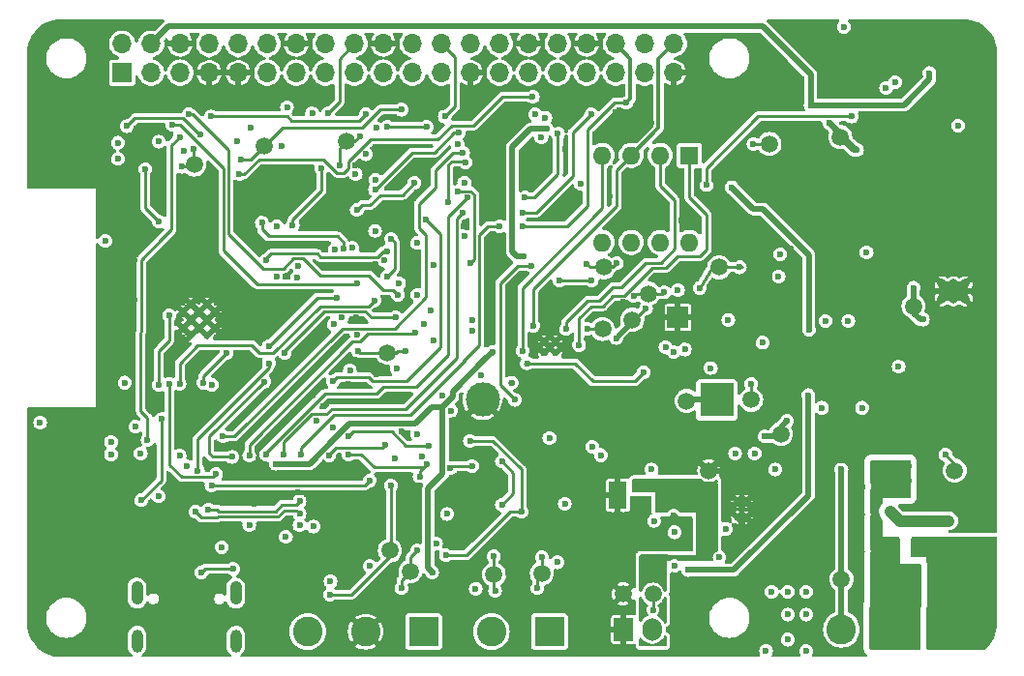
<source format=gbl>
G04 #@! TF.GenerationSoftware,KiCad,Pcbnew,7.0.1*
G04 #@! TF.CreationDate,2023-05-18T20:02:14+01:00*
G04 #@! TF.ProjectId,AnthC,416e7468-432e-46b6-9963-61645f706362,rev?*
G04 #@! TF.SameCoordinates,Original*
G04 #@! TF.FileFunction,Copper,L4,Bot*
G04 #@! TF.FilePolarity,Positive*
%FSLAX46Y46*%
G04 Gerber Fmt 4.6, Leading zero omitted, Abs format (unit mm)*
G04 Created by KiCad (PCBNEW 7.0.1) date 2023-05-18 20:02:14*
%MOMM*%
%LPD*%
G01*
G04 APERTURE LIST*
G04 #@! TA.AperFunction,ComponentPad*
%ADD10C,0.800000*%
G04 #@! TD*
G04 #@! TA.AperFunction,SMDPad,CuDef*
%ADD11R,2.500000X1.800000*%
G04 #@! TD*
G04 #@! TA.AperFunction,ComponentPad*
%ADD12C,0.600000*%
G04 #@! TD*
G04 #@! TA.AperFunction,ComponentPad*
%ADD13R,1.700000X1.700000*%
G04 #@! TD*
G04 #@! TA.AperFunction,ComponentPad*
%ADD14O,1.700000X1.700000*%
G04 #@! TD*
G04 #@! TA.AperFunction,ComponentPad*
%ADD15O,1.000000X2.000000*%
G04 #@! TD*
G04 #@! TA.AperFunction,ComponentPad*
%ADD16O,1.050000X2.100000*%
G04 #@! TD*
G04 #@! TA.AperFunction,SMDPad,CuDef*
%ADD17R,1.650000X2.380000*%
G04 #@! TD*
G04 #@! TA.AperFunction,ComponentPad*
%ADD18R,1.600000X1.600000*%
G04 #@! TD*
G04 #@! TA.AperFunction,ComponentPad*
%ADD19O,1.600000X1.600000*%
G04 #@! TD*
G04 #@! TA.AperFunction,SMDPad,CuDef*
%ADD20R,1.850000X1.850000*%
G04 #@! TD*
G04 #@! TA.AperFunction,ComponentPad*
%ADD21R,3.000000X3.000000*%
G04 #@! TD*
G04 #@! TA.AperFunction,ComponentPad*
%ADD22C,3.000000*%
G04 #@! TD*
G04 #@! TA.AperFunction,ComponentPad*
%ADD23O,1.700000X2.000000*%
G04 #@! TD*
G04 #@! TA.AperFunction,ComponentPad*
%ADD24R,1.700000X2.000000*%
G04 #@! TD*
G04 #@! TA.AperFunction,SMDPad,CuDef*
%ADD25C,1.500000*%
G04 #@! TD*
G04 #@! TA.AperFunction,ComponentPad*
%ADD26R,2.600000X2.600000*%
G04 #@! TD*
G04 #@! TA.AperFunction,ComponentPad*
%ADD27C,2.600000*%
G04 #@! TD*
G04 #@! TA.AperFunction,ViaPad*
%ADD28C,0.600000*%
G04 #@! TD*
G04 #@! TA.AperFunction,Conductor*
%ADD29C,0.500000*%
G04 #@! TD*
G04 #@! TA.AperFunction,Conductor*
%ADD30C,0.250000*%
G04 #@! TD*
G04 #@! TA.AperFunction,Conductor*
%ADD31C,0.300000*%
G04 #@! TD*
G04 #@! TA.AperFunction,Conductor*
%ADD32C,1.000000*%
G04 #@! TD*
G04 APERTURE END LIST*
D10*
X260100000Y-119550000D03*
X261100000Y-119550000D03*
X262100000Y-119550000D03*
D11*
X261100000Y-118900000D03*
D10*
X260100000Y-118250000D03*
X261100000Y-118250000D03*
X262100000Y-118250000D03*
D12*
X194410000Y-122800000D03*
X195810000Y-122800000D03*
X193710000Y-122100000D03*
X195110000Y-122100000D03*
X196510000Y-122100000D03*
X194410000Y-121400000D03*
X195810000Y-121400000D03*
X193710000Y-120700000D03*
X195110000Y-120700000D03*
X196510000Y-120700000D03*
X194410000Y-120000000D03*
X195810000Y-120000000D03*
X225300000Y-123300000D03*
X225300000Y-124300000D03*
X225800000Y-123800000D03*
X226300000Y-123300000D03*
X226300000Y-124300000D03*
D13*
X188372600Y-99772300D03*
D14*
X188372600Y-97232300D03*
X190912600Y-99772300D03*
X190912600Y-97232300D03*
X193452600Y-99772300D03*
X193452600Y-97232300D03*
X195992600Y-99772300D03*
X195992600Y-97232300D03*
X198532600Y-99772300D03*
X198532600Y-97232300D03*
X201072600Y-99772300D03*
X201072600Y-97232300D03*
X203612600Y-99772300D03*
X203612600Y-97232300D03*
X206152600Y-99772300D03*
X206152600Y-97232300D03*
X208692600Y-99772300D03*
X208692600Y-97232300D03*
X211232600Y-99772300D03*
X211232600Y-97232300D03*
X213772600Y-99772300D03*
X213772600Y-97232300D03*
X216312600Y-99772300D03*
X216312600Y-97232300D03*
X218852600Y-99772300D03*
X218852600Y-97232300D03*
X221392600Y-99772300D03*
X221392600Y-97232300D03*
X223932600Y-99772300D03*
X223932600Y-97232300D03*
X226472600Y-99772300D03*
X226472600Y-97232300D03*
X229012600Y-99772300D03*
X229012600Y-97232300D03*
X231552600Y-99772300D03*
X231552600Y-97232300D03*
X234092600Y-99772300D03*
X234092600Y-97232300D03*
X236632600Y-99772300D03*
X236632600Y-97232300D03*
D15*
X189680000Y-149500000D03*
X198320000Y-149500000D03*
D16*
X189680000Y-145320000D03*
X198320000Y-145320000D03*
D12*
X232250000Y-137690000D03*
X232250000Y-136750000D03*
X232250000Y-135810000D03*
D17*
X231750000Y-136750000D03*
D12*
X231250000Y-137690000D03*
X231250000Y-136750000D03*
X231250000Y-135810000D03*
D18*
X238000000Y-107000000D03*
D19*
X235460000Y-107000000D03*
X232920000Y-107000000D03*
X230380000Y-107000000D03*
X230380000Y-114620000D03*
X232920000Y-114620000D03*
X235460000Y-114620000D03*
X238000000Y-114620000D03*
D12*
X237500000Y-120700000D03*
X236500000Y-120700000D03*
D20*
X237000000Y-121200000D03*
D12*
X237500000Y-121700000D03*
X236500000Y-121700000D03*
X242200000Y-137300000D03*
X242200000Y-138700000D03*
X243000000Y-137300000D03*
X243000000Y-138700000D03*
D21*
X240400000Y-128400000D03*
D22*
X219910000Y-128400000D03*
D23*
X234750000Y-148500000D03*
D24*
X232250000Y-148500000D03*
D25*
X211800000Y-141600000D03*
X234800000Y-145400000D03*
X246000000Y-131400000D03*
X237750000Y-128500000D03*
X240600000Y-116800000D03*
X233000000Y-121400000D03*
X234400000Y-119100000D03*
X208000000Y-105800000D03*
X194700000Y-107800000D03*
X230500000Y-116800000D03*
X200800000Y-106200000D03*
X263000000Y-142000000D03*
X257600000Y-120200000D03*
X251200000Y-105400000D03*
X245000000Y-106000000D03*
X243400000Y-128400000D03*
X261200000Y-134600000D03*
X230400000Y-122200000D03*
X213600000Y-143400000D03*
X211600000Y-124300000D03*
D26*
X261460000Y-148500000D03*
D27*
X256380000Y-148500000D03*
X251300000Y-148500000D03*
D25*
X251300000Y-144100000D03*
X232200000Y-145400000D03*
X225100000Y-143600000D03*
X220900000Y-143700000D03*
X239700000Y-134600000D03*
D26*
X214760000Y-148700000D03*
D27*
X209680000Y-148700000D03*
X204600000Y-148700000D03*
D26*
X225760000Y-148700000D03*
D27*
X220680000Y-148700000D03*
D28*
X264250000Y-122250000D03*
X188225500Y-109500000D03*
X187250000Y-109500000D03*
X260000000Y-111000000D03*
X249750000Y-115250000D03*
X254500000Y-121000000D03*
X253000000Y-123750000D03*
X228750000Y-148000000D03*
X228750000Y-145500000D03*
X227000000Y-145500000D03*
X226500000Y-140750000D03*
X225750000Y-135750000D03*
X235250000Y-125774500D03*
X232750000Y-127750000D03*
X231250000Y-134000000D03*
X230250000Y-128000000D03*
X238500000Y-133274500D03*
X238500000Y-130500000D03*
X225750000Y-131750000D03*
X230250000Y-133250000D03*
X229500000Y-132500000D03*
X223250000Y-133000000D03*
X239869622Y-125619622D03*
X259000000Y-130200000D03*
X264300000Y-109400000D03*
X264300000Y-111400000D03*
X264300000Y-113600000D03*
X257000000Y-96000000D03*
X249400000Y-97200000D03*
X245800000Y-98400000D03*
X245800000Y-99600000D03*
X183000000Y-143000000D03*
X212600000Y-128500000D03*
X252300000Y-132400000D03*
X241025000Y-135675000D03*
X257425000Y-104625000D03*
X217800000Y-108400000D03*
X232600000Y-126000000D03*
X259000000Y-131800000D03*
X207050000Y-150200000D03*
X238800000Y-117100000D03*
X185525000Y-134075000D03*
X235000000Y-123800000D03*
X228050000Y-110900000D03*
X210600000Y-107200000D03*
X212300000Y-147450000D03*
X237450000Y-105400000D03*
X219100000Y-103200000D03*
X226250000Y-129900000D03*
X251200000Y-119600000D03*
X263600000Y-105700000D03*
X236621350Y-138491994D03*
X192000000Y-140000000D03*
X200200000Y-101300000D03*
X199000000Y-113800000D03*
X249400000Y-98100000D03*
X239300000Y-110700000D03*
X264000000Y-131200000D03*
X189450000Y-119650000D03*
X264100000Y-127400000D03*
X264300000Y-116000000D03*
X232800000Y-112450000D03*
X222900000Y-144400000D03*
X193300000Y-149700000D03*
X252800000Y-100800000D03*
X189800000Y-140300000D03*
X234700000Y-140300000D03*
X191200000Y-119150000D03*
X187300000Y-120500000D03*
X231000000Y-126000000D03*
X246600000Y-112400000D03*
X217800000Y-138450000D03*
X247400000Y-97200000D03*
X212200000Y-148700000D03*
X236600000Y-141000000D03*
X195000000Y-147800000D03*
X248000000Y-106800000D03*
X251200000Y-115800000D03*
X187200000Y-117500000D03*
X246900000Y-127000000D03*
X243700000Y-101400000D03*
X210550000Y-111950000D03*
X214800000Y-108400000D03*
X253100000Y-136000000D03*
X185200000Y-136400000D03*
X205000000Y-128000000D03*
X227500000Y-103400000D03*
X260600000Y-124700000D03*
X200825000Y-146225000D03*
X249900000Y-133300000D03*
X236293413Y-118106587D03*
X189450000Y-116150000D03*
X229500000Y-140600000D03*
X223700000Y-143500000D03*
X205900000Y-111450000D03*
X260100000Y-113300000D03*
X238400000Y-119600000D03*
X231200000Y-141000000D03*
X213200000Y-135800000D03*
X260800000Y-129200000D03*
X186200000Y-104700000D03*
X221525000Y-114475000D03*
X222300000Y-105000000D03*
X191900000Y-141500000D03*
X240200000Y-106000000D03*
X255600000Y-118200000D03*
X264000000Y-132800000D03*
X210500000Y-116500000D03*
X246900000Y-115200000D03*
X195175000Y-141575000D03*
X240725000Y-102625000D03*
X264300000Y-107400000D03*
X256000000Y-131800000D03*
X206000000Y-129000000D03*
X249800000Y-112400000D03*
X253600000Y-131400000D03*
X189950000Y-112650000D03*
X245200000Y-122400000D03*
X221700000Y-115700000D03*
X253050000Y-138450000D03*
X208850000Y-121200000D03*
X252600000Y-118400000D03*
X191200000Y-142200000D03*
X264200000Y-139650000D03*
X250100000Y-126800000D03*
X264200000Y-136650000D03*
X190950000Y-149650000D03*
X199900000Y-119700000D03*
X193600000Y-116500000D03*
X252425000Y-104625000D03*
X200000000Y-137500000D03*
X207200000Y-147700000D03*
X234800000Y-121200000D03*
X187200000Y-125400000D03*
X191050000Y-138200000D03*
X187200000Y-113400000D03*
X241300000Y-134300000D03*
X243400000Y-121600000D03*
X259000000Y-109200000D03*
X202500000Y-125400000D03*
X254000000Y-99600000D03*
X230000000Y-118900000D03*
X260000000Y-96000000D03*
X196700000Y-149650000D03*
X201900000Y-121600000D03*
X246600000Y-108400000D03*
X246600000Y-123400000D03*
X262000000Y-96000000D03*
X227150000Y-112150000D03*
X210600000Y-126200000D03*
X252300000Y-128100000D03*
X208750000Y-107900000D03*
X221450000Y-109400000D03*
X190800000Y-147700000D03*
X193000000Y-138000000D03*
X219600000Y-105600000D03*
X223300000Y-107950000D03*
X230700000Y-144100000D03*
X263200000Y-125500000D03*
X192400000Y-147800000D03*
X186050000Y-130750000D03*
X227100000Y-106400000D03*
X211800000Y-101400000D03*
X254600000Y-129100000D03*
X208900000Y-110200000D03*
X221600000Y-107300000D03*
X201900000Y-126500000D03*
X205200000Y-142700000D03*
X208000000Y-143800000D03*
X222250000Y-125750000D03*
X185200000Y-141400000D03*
X201200000Y-119100000D03*
X236200000Y-105400000D03*
X213800000Y-136950000D03*
X230000000Y-144600000D03*
X187000000Y-145900000D03*
X182300000Y-104700000D03*
X231000000Y-110600000D03*
X233050000Y-110450000D03*
X201562829Y-140900000D03*
X197300000Y-102900000D03*
X218225000Y-113200000D03*
X247400000Y-95800000D03*
X200900000Y-147900000D03*
X257000000Y-97400000D03*
X202975000Y-141875000D03*
X187200000Y-123150000D03*
X199200000Y-125500000D03*
X196500000Y-114200000D03*
X252850000Y-98150000D03*
X188000000Y-102250000D03*
X184100000Y-130400000D03*
X200300000Y-122300000D03*
X231050000Y-105700000D03*
X264000000Y-97800000D03*
X235050000Y-112700000D03*
X201200000Y-145500000D03*
X255900000Y-130200000D03*
X207250000Y-123600000D03*
X222100000Y-143500000D03*
X196500000Y-116250000D03*
X228100000Y-140100000D03*
X236550000Y-102700000D03*
X234700000Y-104150000D03*
X195000000Y-137000000D03*
X238300000Y-97800000D03*
X188300000Y-140400000D03*
X227200000Y-119000000D03*
X223300000Y-103200000D03*
X249400000Y-95800000D03*
X226800000Y-111000000D03*
X212800000Y-131200000D03*
X237500000Y-111500000D03*
X214400000Y-135900000D03*
X210600000Y-144700000D03*
X223100000Y-148000000D03*
X204542852Y-136685704D03*
X208150000Y-127050000D03*
X226250000Y-128400000D03*
X230900000Y-143000000D03*
X207800000Y-103200000D03*
X187390000Y-127190000D03*
X249750000Y-119550000D03*
X244200000Y-110400000D03*
X182300000Y-108700000D03*
X191200000Y-116400000D03*
X240000000Y-118200000D03*
X232200000Y-119850000D03*
X237300000Y-112700000D03*
X251550000Y-99200000D03*
X221200000Y-136400000D03*
X257000000Y-99000000D03*
X241700000Y-140500000D03*
X244600000Y-98100000D03*
X223050000Y-149700000D03*
X203550000Y-103300000D03*
X264050000Y-129200000D03*
X253050000Y-141700000D03*
X257000000Y-100600000D03*
X253000000Y-125500000D03*
X264000000Y-134400000D03*
X197400000Y-101400000D03*
X231500000Y-103200000D03*
X241025000Y-123625000D03*
X239800000Y-131600000D03*
X230200000Y-138400000D03*
X232100000Y-117500000D03*
X238550000Y-113200000D03*
X181200000Y-143000000D03*
X252500000Y-145400000D03*
X195800000Y-142400000D03*
X212050000Y-150200000D03*
X215600000Y-103300000D03*
X202700000Y-117600000D03*
X241400000Y-118200000D03*
X234550000Y-102200000D03*
X193300000Y-101300000D03*
X245000000Y-117600000D03*
X236550000Y-108200000D03*
X207150000Y-116800000D03*
X249800000Y-108400000D03*
X258300000Y-105300000D03*
X233800000Y-103950000D03*
X203800000Y-136500000D03*
X189200000Y-147900000D03*
X219750000Y-126250000D03*
X188600000Y-126900000D03*
X219000000Y-122400000D03*
X244400000Y-123400000D03*
X209700000Y-106900000D03*
X198400000Y-105800000D03*
X216400000Y-128000000D03*
X187400000Y-132100000D03*
X181200000Y-130400000D03*
X215600000Y-123200000D03*
X210050000Y-142950000D03*
X188000000Y-105900000D03*
X205100000Y-139500000D03*
X215600000Y-116600000D03*
X218862500Y-116437500D03*
X217700000Y-110200000D03*
X215837500Y-140987500D03*
X203900000Y-139400000D03*
X251500000Y-95750000D03*
X241400000Y-121400000D03*
X219300000Y-144950000D03*
X210600000Y-104600000D03*
X217700000Y-106000000D03*
X214200000Y-119200000D03*
X187400000Y-133200000D03*
X243400000Y-127000000D03*
X215400000Y-120600000D03*
X211300000Y-116200000D03*
X208500000Y-115100000D03*
X191550000Y-136850000D03*
X189550000Y-130750000D03*
X216800000Y-138400000D03*
X225050000Y-105450000D03*
X245950000Y-115650000D03*
X201800000Y-134000000D03*
X259000000Y-99800000D03*
X248400000Y-128000000D03*
X216400000Y-129036002D03*
X241700000Y-109800000D03*
X248450000Y-122250000D03*
X237900000Y-143300000D03*
X222450000Y-126900000D03*
X248600000Y-102600000D03*
X220750000Y-124200000D03*
X243600000Y-106000000D03*
X215500000Y-143500000D03*
X196200000Y-135900000D03*
X190600000Y-131900000D03*
X193400000Y-105400000D03*
X199600000Y-104550001D03*
X210050000Y-135450000D03*
X207750000Y-115200000D03*
X200600000Y-112900000D03*
X208900000Y-122725000D03*
X202300000Y-106200000D03*
X202800000Y-102800000D03*
X225400000Y-103700000D03*
X198634100Y-108632896D03*
X224295479Y-101886361D03*
X203900000Y-137300000D03*
X195911467Y-138005693D03*
X214600000Y-133400000D03*
X255200000Y-101100000D03*
X188800000Y-104450000D03*
X195256086Y-105193914D03*
X256000000Y-100600000D03*
X214200000Y-131400000D03*
X249900000Y-121500000D03*
X191600000Y-105800000D03*
X193762500Y-106637500D03*
X251900000Y-121500000D03*
X198800000Y-107400000D03*
X212800000Y-103000000D03*
X237600000Y-124000000D03*
X207400000Y-107900000D03*
X235909634Y-123800000D03*
X211600000Y-104500000D03*
X209200000Y-105300000D03*
X215000000Y-104500000D03*
X196150000Y-103600000D03*
X209700000Y-103400000D03*
X194600000Y-106400000D03*
X236600000Y-124200000D03*
X193600000Y-108000000D03*
X199500000Y-139400000D03*
X206600000Y-144300000D03*
X197100000Y-141300000D03*
X227100000Y-137500000D03*
X202700000Y-140400000D03*
X224700000Y-144900000D03*
X225100000Y-142200000D03*
X221000000Y-145100000D03*
X220900000Y-142100000D03*
X214200000Y-141600000D03*
X212800000Y-144900000D03*
X217150010Y-129349990D03*
X235799990Y-118999990D03*
X226650000Y-117950001D03*
X233106587Y-119306587D03*
X229450000Y-117950001D03*
X222700000Y-128400000D03*
X231649999Y-116449999D03*
X237000000Y-118800000D03*
X229000000Y-116500000D03*
X224200000Y-116650000D03*
X229081068Y-122178667D03*
X248200000Y-147200000D03*
X245200000Y-145200000D03*
X234800000Y-146800000D03*
X246600000Y-149400000D03*
X246600000Y-145200000D03*
X248200000Y-150400000D03*
X236700000Y-142900000D03*
X246600000Y-147200000D03*
X244700000Y-150400000D03*
X248200000Y-145200000D03*
X241200000Y-139700000D03*
X236700000Y-140000000D03*
X234900000Y-139000000D03*
X234700000Y-134500000D03*
X226475000Y-142625000D03*
X196226009Y-127088181D03*
X242400000Y-116800000D03*
X245800000Y-117600000D03*
X238900000Y-118600000D03*
X223400000Y-124100000D03*
X224350000Y-121900000D03*
X227200000Y-122200000D03*
X253500000Y-115500000D03*
X252662500Y-106537500D03*
X250250000Y-104175000D03*
X251300000Y-134500000D03*
X224500000Y-103400000D03*
X223500000Y-115800000D03*
X225500000Y-104700000D03*
X203900000Y-138400000D03*
X194800000Y-138200000D03*
X264300000Y-142050000D03*
X264200000Y-144400000D03*
X263050000Y-143400000D03*
X259300000Y-146000000D03*
X260400000Y-146000000D03*
X264500000Y-141000000D03*
X261400000Y-146000000D03*
X264400000Y-143500000D03*
X260500000Y-141000000D03*
X212600000Y-118200000D03*
X206550000Y-145450000D03*
X212250000Y-133500000D03*
X211900010Y-135899990D03*
X195300000Y-143500000D03*
X198100008Y-143199992D03*
X191800000Y-130100000D03*
X190050000Y-137200000D03*
X192500000Y-127000000D03*
X196600000Y-134900000D03*
X210500000Y-113600000D03*
X203700000Y-117700000D03*
X234000000Y-126000000D03*
X209000000Y-124100000D03*
X207606587Y-121200000D03*
X223800000Y-125200000D03*
X213200000Y-124125000D03*
X203800000Y-116700000D03*
X218300000Y-114100000D03*
X228500000Y-109500000D03*
X252200000Y-103600000D03*
X239500000Y-109600000D03*
X214162099Y-114675272D03*
X205800000Y-108150000D03*
X207000000Y-115250000D03*
X203300000Y-113100000D03*
X223300000Y-138200000D03*
X216700000Y-142000000D03*
X218800000Y-132000000D03*
X258425000Y-121375000D03*
X257600000Y-118600000D03*
X254550000Y-135450000D03*
X257800000Y-143200000D03*
X254550000Y-141200000D03*
X254550000Y-134200000D03*
X254550000Y-143200000D03*
X258050000Y-145200000D03*
X257500000Y-146100000D03*
X254500000Y-149700000D03*
X254550000Y-145200000D03*
X254600000Y-147900000D03*
X257200000Y-135450000D03*
X254600000Y-146200000D03*
X257200000Y-134200000D03*
X255600000Y-138200000D03*
X260700000Y-139000000D03*
X260400000Y-133200000D03*
X249600000Y-129100000D03*
X253100000Y-129100000D03*
X242000000Y-133100000D03*
X256300000Y-125500000D03*
X223400000Y-112000000D03*
X229400000Y-103400000D03*
X226500000Y-105100000D03*
X223600000Y-110700000D03*
X205000000Y-103325000D03*
X201900000Y-117600000D03*
X206900000Y-121800000D03*
X206400000Y-103300000D03*
X201900000Y-113200000D03*
X210500000Y-110000000D03*
X217800000Y-105000000D03*
X216600000Y-103600000D03*
X232500000Y-102400000D03*
X223405000Y-113205000D03*
X190000000Y-133100000D03*
X191600000Y-127100000D03*
X192500000Y-121000000D03*
X208803435Y-108648096D03*
X207175000Y-119475000D03*
X201200000Y-125200000D03*
X195000000Y-134600000D03*
X201200000Y-123700000D03*
X195500000Y-126900000D03*
X197500000Y-124300000D03*
X210543413Y-109143413D03*
X194000000Y-134200000D03*
X193400000Y-133300000D03*
X210425000Y-119700000D03*
X211575000Y-117600000D03*
X193400000Y-127000000D03*
X211925000Y-114325000D03*
X197200000Y-131600000D03*
X218200000Y-106800000D03*
X201000000Y-133200000D03*
X218600000Y-110700000D03*
X218200000Y-112000000D03*
X202500000Y-133200000D03*
X204000000Y-133200000D03*
X221400000Y-113200000D03*
X208900000Y-111800000D03*
X218300000Y-109400000D03*
X213950000Y-109400000D03*
X214925000Y-112625000D03*
X206800000Y-126800000D03*
X218400000Y-107600000D03*
X216900000Y-111100000D03*
X231600000Y-123000000D03*
X234200000Y-120400000D03*
X228350000Y-123600000D03*
X261500000Y-104400000D03*
X212500000Y-119200000D03*
X194200000Y-103400000D03*
X208912500Y-118212500D03*
X192775000Y-104325000D03*
X212400000Y-125700000D03*
X199500000Y-133300000D03*
X214000000Y-122500000D03*
X211600000Y-115400000D03*
X201000000Y-116200000D03*
X198000000Y-133400000D03*
X200806587Y-126806587D03*
X206501974Y-133251974D03*
X211400000Y-132350002D03*
X217100000Y-134400000D03*
X190400000Y-108200000D03*
X219000000Y-134200000D03*
X208300000Y-125856587D03*
X191600000Y-112800000D03*
X188000000Y-107300000D03*
X186900000Y-114500000D03*
X219000000Y-121400000D03*
X214800000Y-121800000D03*
X215016026Y-134024039D03*
X212300000Y-121200000D03*
X202600000Y-124300000D03*
X208200000Y-133200000D03*
X214400000Y-135149997D03*
X206800000Y-130800000D03*
X208200000Y-131600000D03*
X205400000Y-130225000D03*
X215206587Y-132406587D03*
X221600000Y-137600000D03*
X221600000Y-133800000D03*
X244600000Y-131600000D03*
X243700000Y-133100000D03*
X246550000Y-130250000D03*
X240600000Y-142200000D03*
X245500000Y-134500000D03*
D29*
X237850000Y-128400000D02*
X237750000Y-128500000D01*
X240400000Y-128400000D02*
X237850000Y-128400000D01*
D30*
X229550000Y-126800000D02*
X227950000Y-125200000D01*
X233200000Y-126800000D02*
X229550000Y-126800000D01*
X227950000Y-125200000D02*
X223800000Y-125200000D01*
X234000000Y-126000000D02*
X233200000Y-126800000D01*
D29*
X239700000Y-134600000D02*
X241000000Y-134600000D01*
X241000000Y-134600000D02*
X241300000Y-134300000D01*
D30*
X243400000Y-128400000D02*
X243400000Y-127000000D01*
X219175001Y-116124999D02*
X219175001Y-110423999D01*
X217775001Y-110124999D02*
X217700000Y-110200000D01*
X218862500Y-116437500D02*
X219175001Y-116124999D01*
X218876001Y-110124999D02*
X217775001Y-110124999D01*
X219175001Y-110423999D02*
X218876001Y-110124999D01*
D29*
X248400000Y-136800000D02*
X241900000Y-143300000D01*
X254400000Y-102600000D02*
X248600000Y-102600000D01*
X241700000Y-109800000D02*
X243600000Y-111700000D01*
X256786002Y-102600000D02*
X259000000Y-100386002D01*
X222363998Y-126900000D02*
X222450000Y-126900000D01*
X192444900Y-95700000D02*
X192900000Y-95700000D01*
X192900000Y-95700000D02*
X242000000Y-95700000D01*
X217300000Y-127650000D02*
X220125000Y-124825000D01*
X248450000Y-115713998D02*
X248450000Y-120550000D01*
X216400000Y-129036002D02*
X217300000Y-128136002D01*
X215500000Y-143500000D02*
X215137499Y-143137499D01*
X207063998Y-131686002D02*
X208250000Y-130500000D01*
X242000000Y-95700000D02*
X242700000Y-95700000D01*
X244436002Y-111700000D02*
X248450000Y-115713998D01*
X190912600Y-97232300D02*
X192444900Y-95700000D01*
X207063998Y-131700000D02*
X207063998Y-131686002D01*
X259000000Y-100386002D02*
X259000000Y-99800000D01*
X243600000Y-111700000D02*
X244436002Y-111700000D01*
X201800000Y-134000000D02*
X204763998Y-134000000D01*
X215137499Y-143137499D02*
X215137499Y-136162501D01*
X254400000Y-102600000D02*
X256786002Y-102600000D01*
X216400000Y-134900000D02*
X216400000Y-129600000D01*
X220750000Y-124200000D02*
X220125000Y-124825000D01*
X215137499Y-136162501D02*
X216400000Y-134900000D01*
X204763998Y-134000000D02*
X207063998Y-131700000D01*
X242700000Y-95700000D02*
X244400000Y-95700000D01*
D30*
X245000000Y-106000000D02*
X243600000Y-106000000D01*
D29*
X248400000Y-128000000D02*
X248400000Y-136800000D01*
X245700000Y-97000000D02*
X248600000Y-99900000D01*
X216400000Y-129036002D02*
X215463998Y-129036002D01*
X237900000Y-143300000D02*
X241900000Y-143300000D01*
X217300000Y-128136002D02*
X217300000Y-127650000D01*
X248600000Y-99900000D02*
X248600000Y-102600000D01*
X248450000Y-120550000D02*
X248450000Y-122250000D01*
X215463998Y-129036002D02*
X214000000Y-130500000D01*
X244400000Y-95700000D02*
X245700000Y-97000000D01*
X208250000Y-130500000D02*
X212000000Y-130500000D01*
X214000000Y-130500000D02*
X212000000Y-130500000D01*
X216400000Y-129600000D02*
X216400000Y-129036002D01*
D30*
X209600000Y-135900000D02*
X196200000Y-135900000D01*
X190000000Y-129400000D02*
X190000000Y-122500000D01*
X193400000Y-105400000D02*
X192700000Y-106100000D01*
X191850000Y-114350000D02*
X192300000Y-113900000D01*
X190600000Y-130000000D02*
X190600000Y-131900000D01*
X192700000Y-113500000D02*
X191850000Y-114350000D01*
X210050000Y-135450000D02*
X209600000Y-135900000D01*
X190025001Y-116174999D02*
X191850000Y-114350000D01*
X192700000Y-106100000D02*
X192700000Y-113500000D01*
X190025001Y-122474999D02*
X190025001Y-116174999D01*
X190000000Y-129400000D02*
X190600000Y-130000000D01*
X190000000Y-122500000D02*
X190025001Y-122474999D01*
X200600000Y-112900000D02*
X200600000Y-113500000D01*
X207200000Y-114100000D02*
X201700000Y-114100000D01*
X201200000Y-114100000D02*
X201700000Y-114100000D01*
X207750000Y-115200000D02*
X207750000Y-114650000D01*
X201700000Y-114100000D02*
X201500000Y-114100000D01*
X207750000Y-114650000D02*
X207200000Y-114100000D01*
X200600000Y-113500000D02*
X201200000Y-114100000D01*
X199058364Y-108632896D02*
X200341761Y-107349499D01*
X200341761Y-107349499D02*
X205998497Y-107349499D01*
X216000000Y-105600000D02*
X217200000Y-104400000D01*
X217200000Y-104400000D02*
X219100000Y-104400000D01*
X207774499Y-108525501D02*
X208174999Y-108125001D01*
X198634100Y-108632896D02*
X199058364Y-108632896D01*
X208174999Y-107573999D02*
X210148998Y-105600000D01*
X221613639Y-101886361D02*
X224295479Y-101886361D01*
X207174499Y-108525501D02*
X207774499Y-108525501D01*
X219100000Y-104400000D02*
X221613639Y-101886361D01*
X210148998Y-105600000D02*
X216000000Y-105600000D01*
X208174999Y-108125001D02*
X208174999Y-107573999D01*
X205998497Y-107349499D02*
X207174499Y-108525501D01*
X203600000Y-137600000D02*
X202346446Y-137600000D01*
X202346446Y-137600000D02*
X201796446Y-138150000D01*
X196838614Y-138150000D02*
X196694307Y-138005693D01*
X196694307Y-138005693D02*
X195911467Y-138005693D01*
X203900000Y-137300000D02*
X203600000Y-137600000D01*
X201796446Y-138150000D02*
X196838614Y-138150000D01*
X193698998Y-103750000D02*
X195142912Y-105193914D01*
X195142912Y-105193914D02*
X195256086Y-105193914D01*
X189500000Y-103750000D02*
X193698998Y-103750000D01*
X188800000Y-104450000D02*
X189500000Y-103750000D01*
X210951002Y-103000000D02*
X209376503Y-104574499D01*
X202425501Y-104574499D02*
X201750000Y-105250000D01*
X212800000Y-103000000D02*
X210951002Y-103000000D01*
X209376503Y-104574499D02*
X202425501Y-104574499D01*
X213400000Y-100144900D02*
X213772600Y-99772300D01*
X199600000Y-107400000D02*
X200800000Y-106200000D01*
X198800000Y-107400000D02*
X199600000Y-107400000D01*
X201750000Y-105250000D02*
X200800000Y-106200000D01*
X208700000Y-105800000D02*
X209200000Y-105300000D01*
X207400000Y-106400000D02*
X208000000Y-105800000D01*
X207400000Y-107900000D02*
X207400000Y-106400000D01*
X208000000Y-105800000D02*
X208700000Y-105800000D01*
X216200000Y-99884900D02*
X216312600Y-99772300D01*
X215000000Y-104500000D02*
X211600000Y-104500000D01*
X194500000Y-108000000D02*
X194700000Y-107800000D01*
X209124999Y-103975001D02*
X209200000Y-103900000D01*
X209200000Y-103900000D02*
X209700000Y-103400000D01*
X202800000Y-103600000D02*
X203175001Y-103975001D01*
X194700000Y-108200000D02*
X194800000Y-108300000D01*
X196150000Y-103600000D02*
X202800000Y-103600000D01*
X194600000Y-108100000D02*
X194800000Y-108300000D01*
X209800000Y-103300000D02*
X209700000Y-103400000D01*
X194600000Y-106400000D02*
X194600000Y-108100000D01*
X193600000Y-108000000D02*
X194500000Y-108000000D01*
X203175001Y-103975001D02*
X209124999Y-103975001D01*
X225100000Y-143600000D02*
X225100000Y-142200000D01*
X224700000Y-144000000D02*
X225100000Y-143600000D01*
X224700000Y-144900000D02*
X224700000Y-144000000D01*
X220900000Y-143700000D02*
X220900000Y-145000000D01*
X220900000Y-145000000D02*
X221000000Y-145100000D01*
X220900000Y-143700000D02*
X220900000Y-142100000D01*
X213600000Y-142200000D02*
X214200000Y-141600000D01*
X213600000Y-143400000D02*
X213600000Y-142200000D01*
X212800000Y-144900000D02*
X212800000Y-144200000D01*
X212800000Y-144200000D02*
X213600000Y-143400000D01*
X233213174Y-119100000D02*
X234400000Y-119100000D01*
X233106587Y-119206587D02*
X233213174Y-119100000D01*
X235699980Y-119100000D02*
X235799990Y-118999990D01*
X229450000Y-117950001D02*
X226650000Y-117950001D01*
X233106587Y-119306587D02*
X233106587Y-119206587D01*
X234400000Y-119100000D02*
X235699980Y-119100000D01*
X221424999Y-127124999D02*
X221424999Y-118175001D01*
X222700000Y-128400000D02*
X221424999Y-127124999D01*
X230500000Y-116800000D02*
X229300000Y-116800000D01*
X221424999Y-118175001D02*
X222950000Y-116650000D01*
X231299998Y-116800000D02*
X231649999Y-116449999D01*
X222950000Y-116650000D02*
X224200000Y-116650000D01*
X229300000Y-116800000D02*
X229000000Y-116500000D01*
X230500000Y-116800000D02*
X231299998Y-116800000D01*
X230378667Y-122178667D02*
X230400000Y-122200000D01*
X229081068Y-122178667D02*
X230378667Y-122178667D01*
X234800000Y-145400000D02*
X234800000Y-146800000D01*
X242400000Y-116800000D02*
X242600000Y-116800000D01*
X238900000Y-118600000D02*
X240000000Y-116800000D01*
X240000000Y-116800000D02*
X240600000Y-116800000D01*
X242600000Y-116800000D02*
X240600000Y-116800000D01*
X223400000Y-118600000D02*
X223400000Y-124100000D01*
X230380000Y-111620000D02*
X223400000Y-118600000D01*
X230380000Y-107000000D02*
X230380000Y-111620000D01*
X224350000Y-118750000D02*
X231650000Y-111450000D01*
X231650000Y-111450000D02*
X231650000Y-108270000D01*
X224350000Y-121900000D02*
X224350000Y-118750000D01*
D31*
X235300000Y-98564900D02*
X235300000Y-104620000D01*
D30*
X231650000Y-108270000D02*
X232920000Y-107000000D01*
D31*
X236632600Y-97232300D02*
X235300000Y-98564900D01*
X235300000Y-104620000D02*
X232920000Y-107000000D01*
D30*
X227200000Y-121600000D02*
X229087868Y-119712132D01*
X231248763Y-118575501D02*
X232024499Y-118575501D01*
X236700000Y-115200000D02*
X236700000Y-110900000D01*
X236700000Y-110900000D02*
X235460000Y-109660000D01*
X229087868Y-119712132D02*
X230112132Y-119712132D01*
X230112132Y-119712132D02*
X231248763Y-118575501D01*
X235500000Y-116400000D02*
X236700000Y-115200000D01*
X227200000Y-122200000D02*
X227200000Y-121600000D01*
X234200000Y-116400000D02*
X235500000Y-116400000D01*
X235460000Y-109660000D02*
X235460000Y-107000000D01*
X232024499Y-118575501D02*
X234200000Y-116400000D01*
D29*
X252662500Y-106537500D02*
X251937500Y-105937500D01*
X252337500Y-106537500D02*
X251200000Y-105400000D01*
X251200000Y-105125000D02*
X250250000Y-104175000D01*
X251300000Y-148500000D02*
X251300000Y-144100000D01*
X251300000Y-144100000D02*
X251300000Y-134500000D01*
X252662500Y-106537500D02*
X252337500Y-106537500D01*
X251200000Y-105400000D02*
X251200000Y-105125000D01*
X251937500Y-105937500D02*
X250800000Y-104800000D01*
X222900000Y-115800000D02*
X222500000Y-115400000D01*
X224100000Y-104700000D02*
X225500000Y-104700000D01*
X223500000Y-115800000D02*
X222900000Y-115800000D01*
X222500000Y-115400000D02*
X222500000Y-111300000D01*
X222500000Y-106300000D02*
X224100000Y-104700000D01*
X222500000Y-111300000D02*
X222500000Y-106300000D01*
D30*
X202003554Y-138650000D02*
X196750000Y-138650000D01*
X202553554Y-138100000D02*
X202003554Y-138650000D01*
X196700000Y-138700000D02*
X195300000Y-138700000D01*
X203600000Y-138100000D02*
X202553554Y-138100000D01*
X195300000Y-138700000D02*
X194800000Y-138200000D01*
X196750000Y-138650000D02*
X196700000Y-138700000D01*
X203900000Y-138400000D02*
X203600000Y-138100000D01*
X263075000Y-142050000D02*
X263075000Y-143350000D01*
X264275000Y-142050000D02*
X263075000Y-142050000D01*
X264200000Y-144400000D02*
X264000000Y-144400000D01*
X211800000Y-142100000D02*
X211800000Y-141600000D01*
X208450000Y-145450000D02*
X211800000Y-142100000D01*
X211900010Y-135899990D02*
X211900000Y-141900000D01*
X206550000Y-145450000D02*
X208450000Y-145450000D01*
X195600008Y-143199992D02*
X195300000Y-143500000D01*
X198100008Y-143199992D02*
X195600008Y-143199992D01*
X190050000Y-137200000D02*
X191800000Y-135450000D01*
X191800000Y-134800000D02*
X191800000Y-130100000D01*
X191800000Y-135450000D02*
X191800000Y-134800000D01*
X193575001Y-135175001D02*
X196324999Y-135175001D01*
X192500000Y-134100000D02*
X193575001Y-135175001D01*
X196324999Y-135175001D02*
X196600000Y-134900000D01*
X192500000Y-127000000D02*
X192500000Y-134100000D01*
X209200000Y-124300000D02*
X209000000Y-124100000D01*
X212300000Y-124300000D02*
X212475000Y-124125000D01*
X223800000Y-125200000D02*
X223600000Y-125200000D01*
X211600000Y-124300000D02*
X212300000Y-124300000D01*
X211600000Y-124300000D02*
X209200000Y-124300000D01*
X212475000Y-124125000D02*
X213200000Y-124125000D01*
X239500000Y-108100000D02*
X244000000Y-103600000D01*
X252200000Y-103600000D02*
X245600000Y-103600000D01*
X239500000Y-109600000D02*
X239500000Y-108100000D01*
X244000000Y-103600000D02*
X245600000Y-103600000D01*
X203300000Y-112600000D02*
X205800000Y-110100000D01*
X203300000Y-113100000D02*
X203300000Y-112600000D01*
X205800000Y-110100000D02*
X205800000Y-108150000D01*
X216700000Y-142000000D02*
X218500000Y-142000000D01*
X223300000Y-138200000D02*
X223300000Y-134500000D01*
X220800000Y-132000000D02*
X218800000Y-132000000D01*
X222300000Y-138200000D02*
X223300000Y-138200000D01*
X219250000Y-141250000D02*
X222300000Y-138200000D01*
X223300000Y-134500000D02*
X220800000Y-132000000D01*
X218600000Y-141900000D02*
X219250000Y-141250000D01*
X218500000Y-142000000D02*
X219250000Y-141250000D01*
D29*
X258175000Y-121375000D02*
X257600000Y-120800000D01*
X257600000Y-120200000D02*
X257600000Y-118600000D01*
X258425000Y-121375000D02*
X258175000Y-121375000D01*
X257600000Y-120800000D02*
X257600000Y-120200000D01*
D32*
X255600000Y-138200000D02*
X256400000Y-139000000D01*
X256400000Y-139000000D02*
X260700000Y-139000000D01*
D30*
X261200000Y-134000000D02*
X260400000Y-133200000D01*
X261200000Y-134600000D02*
X261200000Y-134000000D01*
X227800000Y-105000000D02*
X229400000Y-103400000D01*
X227800000Y-108800000D02*
X227800000Y-105000000D01*
X223400000Y-112000000D02*
X224600000Y-112000000D01*
X224600000Y-112000000D02*
X227800000Y-108800000D01*
X224400000Y-110700000D02*
X226500000Y-108600000D01*
X226500000Y-108600000D02*
X226500000Y-105100000D01*
X223600000Y-110700000D02*
X224400000Y-110700000D01*
X207400000Y-102300000D02*
X207400000Y-98524900D01*
X206400000Y-103300000D02*
X207400000Y-102300000D01*
X207400000Y-98524900D02*
X208692600Y-97232300D01*
X217434302Y-105000000D02*
X217800000Y-105000000D01*
X213732849Y-106767151D02*
X215667151Y-106767151D01*
X210500000Y-110000000D02*
X213732849Y-106767151D01*
X215667151Y-106767151D02*
X217434302Y-105000000D01*
X216600000Y-103600000D02*
X217500000Y-102700000D01*
X217500000Y-102700000D02*
X217500000Y-98419700D01*
X217500000Y-98419700D02*
X216312600Y-97232300D01*
D31*
X232850000Y-98529700D02*
X231552600Y-97232300D01*
D30*
X227295000Y-113205000D02*
X229100000Y-111400000D01*
X229100000Y-104748998D02*
X231448998Y-102400000D01*
X229100000Y-111400000D02*
X229100000Y-104748998D01*
D31*
X232500000Y-102400000D02*
X232850000Y-102050000D01*
D30*
X223405000Y-113205000D02*
X227295000Y-113205000D01*
X231448998Y-102400000D02*
X232500000Y-102400000D01*
D31*
X232850000Y-102050000D02*
X232850000Y-98529700D01*
D30*
X192500000Y-121000000D02*
X192500000Y-123200000D01*
X191600000Y-124100000D02*
X191600000Y-125100000D01*
X191600000Y-127100000D02*
X191600000Y-125100000D01*
X192500000Y-123200000D02*
X191600000Y-124100000D01*
X205425000Y-119475000D02*
X201200000Y-123700000D01*
X195000000Y-134600000D02*
X195000000Y-131800000D01*
X201200000Y-125600000D02*
X201200000Y-125200000D01*
X195000000Y-131800000D02*
X201200000Y-125600000D01*
X207175000Y-119475000D02*
X205425000Y-119475000D01*
X195500000Y-126300000D02*
X195500000Y-126900000D01*
X197500000Y-124300000D02*
X195500000Y-126300000D01*
X195000000Y-123600000D02*
X199700000Y-123600000D01*
X193400000Y-125200000D02*
X195000000Y-123600000D01*
X209925000Y-120200000D02*
X210425000Y-119700000D01*
X212200000Y-116975000D02*
X211575000Y-117600000D01*
X200400000Y-124300000D02*
X201600000Y-124300000D01*
X211925000Y-114325000D02*
X212200000Y-114600000D01*
X199700000Y-123600000D02*
X200400000Y-124300000D01*
X193400000Y-127000000D02*
X193400000Y-125200000D01*
X205700000Y-120200000D02*
X209925000Y-120200000D01*
X201600000Y-124300000D02*
X205700000Y-120200000D01*
X212200000Y-114600000D02*
X212200000Y-116975000D01*
X198200000Y-131600000D02*
X207650000Y-122150000D01*
X212201002Y-122150000D02*
X214975001Y-119376001D01*
X197200000Y-131600000D02*
X198200000Y-131600000D01*
X214349999Y-111250001D02*
X215800000Y-109800000D01*
X214975001Y-113975001D02*
X214349999Y-113349999D01*
X214349999Y-113349999D02*
X214349999Y-111250001D01*
X207650000Y-122150000D02*
X212201002Y-122150000D01*
X214975001Y-119376001D02*
X214975001Y-113975001D01*
X215800000Y-108334302D02*
X217334302Y-106800000D01*
X217334302Y-106800000D02*
X218200000Y-106800000D01*
X215800000Y-109800000D02*
X215800000Y-108334302D01*
X216900000Y-121800000D02*
X216900000Y-121600000D01*
X206100000Y-127900000D02*
X210600000Y-127900000D01*
X210600000Y-127900000D02*
X211200000Y-127300000D01*
X201000000Y-133200000D02*
X201000000Y-133000000D01*
X216900000Y-122000000D02*
X216900000Y-121800000D01*
X216900000Y-113500000D02*
X216900000Y-112400000D01*
X216900000Y-122748998D02*
X216900000Y-121600000D01*
X216900000Y-124500000D02*
X216900000Y-122748998D01*
X201000000Y-133000000D02*
X206100000Y-127900000D01*
X216900000Y-121600000D02*
X216900000Y-113500000D01*
X211200000Y-127300000D02*
X214100000Y-127300000D01*
X218100000Y-111200000D02*
X218600000Y-110700000D01*
X214100000Y-127300000D02*
X216900000Y-124500000D01*
X216900000Y-112400000D02*
X218100000Y-111200000D01*
X216900000Y-113500000D02*
X216900000Y-112448998D01*
X206250000Y-129650000D02*
X206700000Y-129200000D01*
X217650000Y-124750000D02*
X217650000Y-112550000D01*
X213200000Y-129200000D02*
X213600000Y-128800000D01*
X206700000Y-129200000D02*
X213200000Y-129200000D01*
X217650000Y-112550000D02*
X218200000Y-112000000D01*
X202500000Y-133200000D02*
X202500000Y-132100000D01*
X213600000Y-128800000D02*
X215950000Y-126450000D01*
X215950000Y-126450000D02*
X217650000Y-124750000D01*
X215850000Y-126550000D02*
X215950000Y-126450000D01*
X202500000Y-132100000D02*
X204950000Y-129650000D01*
X204950000Y-129650000D02*
X206250000Y-129650000D01*
X207500000Y-129700000D02*
X207900000Y-129700000D01*
X206900000Y-129700000D02*
X207900000Y-129700000D01*
X213550000Y-129700000D02*
X218125000Y-125125000D01*
X204000000Y-133200000D02*
X204000000Y-132600000D01*
X204000000Y-132600000D02*
X206900000Y-129700000D01*
X210800000Y-129700000D02*
X211200000Y-129700000D01*
X221400000Y-113200000D02*
X220400000Y-113200000D01*
X219625000Y-113975000D02*
X219625000Y-123625000D01*
X211200000Y-129700000D02*
X213550000Y-129700000D01*
X218125000Y-125075000D02*
X219600000Y-123600000D01*
X219625000Y-123625000D02*
X218125000Y-125125000D01*
X220400000Y-113200000D02*
X219625000Y-113975000D01*
X218125000Y-125125000D02*
X218125000Y-125075000D01*
X207900000Y-129700000D02*
X211200000Y-129700000D01*
X212875000Y-110475000D02*
X213950000Y-109400000D01*
X208900000Y-111800000D02*
X209325001Y-111374999D01*
X210075001Y-111374999D02*
X210975000Y-110475000D01*
X210975000Y-110475000D02*
X212875000Y-110475000D01*
X209325001Y-111374999D02*
X210075001Y-111374999D01*
X206800000Y-126800000D02*
X207168412Y-126431588D01*
X216200000Y-113900000D02*
X214925000Y-112625000D01*
X213224999Y-126775001D02*
X216200000Y-123800000D01*
X216200000Y-123800000D02*
X216200000Y-113900000D01*
X210323999Y-126775001D02*
X213224999Y-126775001D01*
X209980586Y-126431588D02*
X210323999Y-126775001D01*
X207168412Y-126431588D02*
X209980586Y-126431588D01*
X216900000Y-111100000D02*
X216900000Y-107800000D01*
X218300000Y-107500000D02*
X218400000Y-107600000D01*
X216900000Y-107800000D02*
X217200000Y-107500000D01*
X217200000Y-107500000D02*
X218300000Y-107500000D01*
X231600000Y-122800000D02*
X233000000Y-121400000D01*
X233600000Y-121000000D02*
X234200000Y-120400000D01*
X232600000Y-122000000D02*
X233600000Y-121000000D01*
X231600000Y-123000000D02*
X232600000Y-122000000D01*
X231600000Y-123000000D02*
X231600000Y-122800000D01*
X234750000Y-116850000D02*
X235950000Y-116850000D01*
X229400000Y-120200000D02*
X230400000Y-120200000D01*
X228350000Y-121250000D02*
X229400000Y-120200000D01*
X239500000Y-115250000D02*
X239500000Y-112200000D01*
X228350000Y-123600000D02*
X228350000Y-121250000D01*
X239500000Y-112200000D02*
X238000000Y-110700000D01*
X238000000Y-110700000D02*
X238000000Y-107000000D01*
X230400000Y-120200000D02*
X231325000Y-119275000D01*
X232325000Y-119275000D02*
X234750000Y-116850000D01*
X236975000Y-115825000D02*
X238925000Y-115825000D01*
X231325000Y-119275000D02*
X232325000Y-119275000D01*
X238925000Y-115825000D02*
X239500000Y-115250000D01*
X235950000Y-116850000D02*
X236975000Y-115825000D01*
X205674499Y-117524499D02*
X204175000Y-116025000D01*
X194550000Y-103400000D02*
X194200000Y-103400000D01*
X212500000Y-119200000D02*
X212150000Y-118850000D01*
X197650000Y-106500000D02*
X194550000Y-103400000D01*
X197650000Y-113850000D02*
X200700000Y-116900000D01*
X197650000Y-106500000D02*
X197650000Y-113850000D01*
X202500000Y-116900000D02*
X200700000Y-116900000D01*
X194200000Y-103400000D02*
X194400000Y-103400000D01*
X204175000Y-116025000D02*
X203375000Y-116025000D01*
X212500000Y-119200000D02*
X212087501Y-118787501D01*
X209974499Y-117524499D02*
X205674499Y-117524499D01*
X203375000Y-116025000D02*
X202500000Y-116900000D01*
X211237501Y-118787501D02*
X209974499Y-117524499D01*
X212087501Y-118787501D02*
X211237501Y-118787501D01*
X197249990Y-108149990D02*
X197249990Y-115349990D01*
X206824999Y-118275001D02*
X206999999Y-118275001D01*
X200175001Y-118275001D02*
X206625001Y-118275001D01*
X206824999Y-118275001D02*
X208849999Y-118275001D01*
X208825000Y-118300000D02*
X208912500Y-118212500D01*
X197249990Y-115349990D02*
X200175001Y-118275001D01*
X193425000Y-104325000D02*
X197249990Y-108149990D01*
X208849999Y-118275001D02*
X208912500Y-118212500D01*
X206625001Y-118275001D02*
X206824999Y-118275001D01*
X192775000Y-104325000D02*
X193425000Y-104325000D01*
X209900000Y-122600000D02*
X213900000Y-122600000D01*
X208548998Y-123300000D02*
X209176001Y-123300001D01*
X199500000Y-133300000D02*
X199500000Y-132348998D01*
X209623998Y-122876002D02*
X209900000Y-122600000D01*
X209176001Y-123300001D02*
X209600000Y-122876002D01*
X213900000Y-122600000D02*
X214000000Y-122500000D01*
X199500000Y-132348998D02*
X208548998Y-123300000D01*
X209600000Y-122876002D02*
X209623998Y-122876002D01*
X196000000Y-133100000D02*
X196000000Y-131613174D01*
X201000000Y-116000000D02*
X201000000Y-116200000D01*
X207050000Y-115900000D02*
X207000000Y-115900000D01*
X198000000Y-133400000D02*
X196800000Y-133400000D01*
X196400000Y-133400000D02*
X196300000Y-133400000D01*
X196000000Y-131613174D02*
X200806587Y-126806587D01*
X211200000Y-115400000D02*
X210700000Y-115900000D01*
X207050000Y-115900000D02*
X208950000Y-115900000D01*
X201375010Y-115624990D02*
X201000000Y-116000000D01*
X206550000Y-115900000D02*
X205700000Y-115900000D01*
X205700000Y-115900000D02*
X205424990Y-115624990D01*
X206550000Y-115900000D02*
X207050000Y-115900000D01*
X210200000Y-115900000D02*
X210050000Y-115900000D01*
X210200000Y-115900000D02*
X208950000Y-115900000D01*
X205424990Y-115624990D02*
X201375010Y-115624990D01*
X211600000Y-115400000D02*
X211200000Y-115400000D01*
X210700000Y-115900000D02*
X210050000Y-115900000D01*
X196300000Y-133400000D02*
X196000000Y-133100000D01*
X196800000Y-133400000D02*
X196400000Y-133400000D01*
X190400000Y-111600000D02*
X191600000Y-112800000D01*
X210124999Y-132624999D02*
X209875001Y-132624999D01*
X207075001Y-132624999D02*
X206501974Y-133198026D01*
X211125003Y-132624999D02*
X211400000Y-132350002D01*
X206501974Y-133198026D02*
X206501974Y-133251974D01*
X217300000Y-134200000D02*
X217100000Y-134400000D01*
X190400000Y-108200000D02*
X190400000Y-111600000D01*
X209875001Y-132624999D02*
X207075001Y-132624999D01*
X219000000Y-134200000D02*
X217300000Y-134200000D01*
X209875001Y-132624999D02*
X211125003Y-132624999D01*
X206175001Y-120624999D02*
X206075001Y-120624999D01*
X212300000Y-121200000D02*
X210200000Y-121200000D01*
X206075001Y-120624999D02*
X202600000Y-124100000D01*
X202600000Y-124100000D02*
X202600000Y-124300000D01*
X209200000Y-133200000D02*
X208200000Y-133200000D01*
X209300000Y-133200000D02*
X210424038Y-134324038D01*
X210200000Y-121200000D02*
X209624999Y-120624999D01*
X214400000Y-134640065D02*
X215016026Y-134024039D01*
X214400000Y-135149997D02*
X214400000Y-134640065D01*
X210424038Y-134324038D02*
X214716027Y-134324038D01*
X214716027Y-134324038D02*
X215016026Y-134024039D01*
X209624999Y-120624999D02*
X206175001Y-120624999D01*
X209200000Y-133200000D02*
X209300000Y-133200000D01*
X208600000Y-131200000D02*
X208200000Y-131600000D01*
X215206587Y-132406587D02*
X213155585Y-132406587D01*
X213155585Y-132406587D02*
X211948998Y-131200000D01*
X211948998Y-131200000D02*
X208600000Y-131200000D01*
X221600000Y-133800000D02*
X222600000Y-134800000D01*
X222600000Y-134800000D02*
X222600000Y-136600000D01*
X222600000Y-136600000D02*
X221600000Y-137600000D01*
D29*
X246000000Y-131400000D02*
X246000000Y-130800000D01*
X244600000Y-131600000D02*
X245800000Y-131600000D01*
X246000000Y-130800000D02*
X246550000Y-130250000D01*
X245800000Y-131600000D02*
X246000000Y-131400000D01*
G04 #@! TA.AperFunction,NonConductor*
G36*
X238937931Y-135305399D02*
G01*
X238980067Y-135312859D01*
X239017281Y-135333997D01*
X239141462Y-135435910D01*
X239315273Y-135528814D01*
X239409570Y-135557418D01*
X239503867Y-135586024D01*
X239700000Y-135605341D01*
X239896132Y-135586024D01*
X240084727Y-135528814D01*
X240258538Y-135435910D01*
X240284150Y-135414890D01*
X240337885Y-135389043D01*
X240397490Y-135390798D01*
X240449612Y-135419764D01*
X240482579Y-135469452D01*
X240489006Y-135528735D01*
X240469750Y-135674999D01*
X240488669Y-135818708D01*
X240490409Y-135822908D01*
X240500000Y-135871126D01*
X240500000Y-141561374D01*
X240490409Y-141609592D01*
X240463095Y-141650470D01*
X240422218Y-141677783D01*
X240322375Y-141719138D01*
X240207379Y-141807379D01*
X240119137Y-141922376D01*
X240063669Y-142056290D01*
X240044750Y-142199999D01*
X240065493Y-142357553D01*
X240054766Y-142427250D01*
X240008271Y-142480267D01*
X239940571Y-142500000D01*
X237125776Y-142500000D01*
X237085275Y-142493313D01*
X237049074Y-142473964D01*
X236977625Y-142419139D01*
X236843709Y-142363670D01*
X236843707Y-142363669D01*
X236700000Y-142344750D01*
X236556292Y-142363669D01*
X236422376Y-142419138D01*
X236399666Y-142436563D01*
X236350925Y-142473964D01*
X236314725Y-142493313D01*
X236274224Y-142500000D01*
X236000000Y-142500000D01*
X236000000Y-145059830D01*
X235980119Y-145127761D01*
X235926751Y-145174256D01*
X235856736Y-145184642D01*
X235792170Y-145155641D01*
X235753426Y-145096406D01*
X235728814Y-145015274D01*
X235728814Y-145015273D01*
X235635910Y-144841462D01*
X235635909Y-144841461D01*
X235510883Y-144689116D01*
X235358537Y-144564089D01*
X235184725Y-144471185D01*
X234996132Y-144413975D01*
X234800000Y-144394658D01*
X234603867Y-144413975D01*
X234415274Y-144471185D01*
X234241462Y-144564089D01*
X234089116Y-144689116D01*
X233964089Y-144841462D01*
X233871185Y-145015274D01*
X233846574Y-145096406D01*
X233807830Y-145155641D01*
X233743264Y-145184642D01*
X233673249Y-145174256D01*
X233619881Y-145127761D01*
X233600000Y-145059830D01*
X233600000Y-142077265D01*
X233617091Y-142013902D01*
X233663728Y-141967729D01*
X233727257Y-141951271D01*
X238605063Y-142000000D01*
X238593760Y-138428334D01*
X238593915Y-138421692D01*
X238600000Y-138300000D01*
X237221871Y-138300000D01*
X237173652Y-138290409D01*
X237132775Y-138263095D01*
X237105461Y-138222216D01*
X237102211Y-138214369D01*
X237013971Y-138099373D01*
X236933650Y-138037740D01*
X236898973Y-138011131D01*
X236765059Y-137955663D01*
X236621350Y-137936744D01*
X236477640Y-137955663D01*
X236343726Y-138011131D01*
X236228729Y-138099373D01*
X236140489Y-138214368D01*
X236137239Y-138222216D01*
X236109925Y-138263095D01*
X236069048Y-138290409D01*
X236020829Y-138300000D01*
X235126000Y-138300000D01*
X235063000Y-138283119D01*
X235016881Y-138237000D01*
X235000000Y-138174000D01*
X235000000Y-136500000D01*
X233126000Y-136500000D01*
X233063000Y-136483119D01*
X233016881Y-136437000D01*
X233000000Y-136374000D01*
X233000000Y-135426000D01*
X233016881Y-135363000D01*
X233063000Y-135316881D01*
X233126000Y-135300000D01*
X235012355Y-135300000D01*
X235016440Y-135297277D01*
X235064967Y-135287795D01*
X238937931Y-135305399D01*
G37*
G04 #@! TD.AperFunction*
G04 #@! TA.AperFunction,NonConductor*
G36*
X233807830Y-145644359D02*
G01*
X233846574Y-145703594D01*
X233871185Y-145784725D01*
X233964089Y-145958537D01*
X234089116Y-146110883D01*
X234241462Y-146235910D01*
X234321452Y-146278666D01*
X234362643Y-146313904D01*
X234385216Y-146363188D01*
X234384995Y-146417394D01*
X234362019Y-146466491D01*
X234319138Y-146522374D01*
X234263669Y-146656290D01*
X234244750Y-146800000D01*
X234263669Y-146943709D01*
X234319137Y-147077623D01*
X234319139Y-147077625D01*
X234370131Y-147144079D01*
X234393523Y-147195099D01*
X234392439Y-147251216D01*
X234367091Y-147301294D01*
X234322512Y-147335396D01*
X234197249Y-147392602D01*
X234026045Y-147514515D01*
X233881014Y-147666621D01*
X233831997Y-147742893D01*
X233784799Y-147786210D01*
X233722401Y-147800720D01*
X233660934Y-147782671D01*
X233616286Y-147736729D01*
X233600000Y-147674771D01*
X233600000Y-145740170D01*
X233619881Y-145672239D01*
X233673249Y-145625744D01*
X233743264Y-145615358D01*
X233807830Y-145644359D01*
G37*
G04 #@! TD.AperFunction*
G04 #@! TA.AperFunction,NonConductor*
G36*
X235926751Y-145625744D02*
G01*
X235980119Y-145672239D01*
X236000000Y-145740170D01*
X236000000Y-147853633D01*
X235982514Y-147917669D01*
X235934911Y-147963932D01*
X235870402Y-147979582D01*
X235806891Y-147960274D01*
X235762008Y-147911371D01*
X235680011Y-147752318D01*
X235550092Y-147587114D01*
X235391256Y-147449481D01*
X235241443Y-147362986D01*
X235192680Y-147312047D01*
X235178924Y-147242884D01*
X235204480Y-147177165D01*
X235280861Y-147077625D01*
X235336330Y-146943709D01*
X235355250Y-146800000D01*
X235336330Y-146656291D01*
X235336330Y-146656290D01*
X235280861Y-146522373D01*
X235237981Y-146466492D01*
X235215005Y-146417395D01*
X235214783Y-146363188D01*
X235237356Y-146313904D01*
X235278547Y-146278666D01*
X235358538Y-146235910D01*
X235510883Y-146110883D01*
X235561165Y-146049614D01*
X235635910Y-145958538D01*
X235728814Y-145784727D01*
X235753426Y-145703594D01*
X235792170Y-145644359D01*
X235856736Y-145615358D01*
X235926751Y-145625744D01*
G37*
G04 #@! TD.AperFunction*
G04 #@! TA.AperFunction,NonConductor*
G36*
X235930668Y-149029884D02*
G01*
X235981276Y-149076332D01*
X236000000Y-149142422D01*
X236000000Y-149874000D01*
X235983119Y-149937000D01*
X235937000Y-149983119D01*
X235874000Y-150000000D01*
X234831693Y-150000000D01*
X234769561Y-149983616D01*
X234738692Y-149953472D01*
X234705272Y-149984588D01*
X234644887Y-150000000D01*
X233726000Y-150000000D01*
X233663000Y-149983119D01*
X233616881Y-149937000D01*
X233600000Y-149874000D01*
X233600000Y-149331996D01*
X233615126Y-149272138D01*
X233656873Y-149226652D01*
X233715217Y-149206458D01*
X233776150Y-149216406D01*
X233825041Y-149254106D01*
X233949908Y-149412886D01*
X234108744Y-149550519D01*
X234290756Y-149655604D01*
X234489367Y-149724344D01*
X234542412Y-149731970D01*
X234662819Y-149749283D01*
X234720396Y-149773132D01*
X234738371Y-149795438D01*
X234764415Y-149767465D01*
X234825698Y-149748143D01*
X234900264Y-149744590D01*
X234907330Y-149744254D01*
X235111576Y-149694704D01*
X235302753Y-149607396D01*
X235473952Y-149485486D01*
X235618986Y-149333378D01*
X235732613Y-149156572D01*
X235738278Y-149142422D01*
X235757026Y-149095593D01*
X235798972Y-149041196D01*
X235863217Y-149016884D01*
X235930668Y-149029884D01*
G37*
G04 #@! TD.AperFunction*
G04 #@! TA.AperFunction,Conductor*
G36*
X264861500Y-140416881D02*
G01*
X264907619Y-140463000D01*
X264924500Y-140526000D01*
X264924500Y-147996461D01*
X264924302Y-148003526D01*
X264906507Y-148320374D01*
X264904925Y-148334414D01*
X264852362Y-148643784D01*
X264849218Y-148657560D01*
X264762345Y-148959102D01*
X264757678Y-148972439D01*
X264637589Y-149262359D01*
X264631458Y-149275090D01*
X264479671Y-149549728D01*
X264472154Y-149561692D01*
X264290559Y-149817626D01*
X264281749Y-149828673D01*
X264072648Y-150062657D01*
X264062657Y-150072648D01*
X263844114Y-150267951D01*
X263805088Y-150291715D01*
X263760154Y-150300000D01*
X258882353Y-150300000D01*
X258819111Y-150282979D01*
X258772955Y-150236514D01*
X258756356Y-150173162D01*
X258804643Y-142930210D01*
X258788149Y-142798721D01*
X258771550Y-142735367D01*
X258721450Y-142612685D01*
X258721449Y-142612684D01*
X258717119Y-142602080D01*
X258706608Y-142582276D01*
X258700000Y-142542007D01*
X258700000Y-142200000D01*
X257526000Y-142200000D01*
X257463000Y-142183119D01*
X257416881Y-142137000D01*
X257400000Y-142074000D01*
X257400000Y-140526000D01*
X257416881Y-140463000D01*
X257463000Y-140416881D01*
X257526000Y-140400000D01*
X264798500Y-140400000D01*
X264861500Y-140416881D01*
G37*
G04 #@! TD.AperFunction*
G04 #@! TA.AperFunction,Conductor*
G36*
X257337000Y-133716881D02*
G01*
X257383119Y-133763000D01*
X257400000Y-133826000D01*
X257400000Y-136874000D01*
X257383119Y-136937000D01*
X257337000Y-136983119D01*
X257274000Y-137000000D01*
X254900000Y-137000000D01*
X254900000Y-137428097D01*
X254889151Y-137479247D01*
X254858471Y-137521588D01*
X254853789Y-137525818D01*
X254733351Y-137689832D01*
X254648394Y-137874734D01*
X254602397Y-138072941D01*
X254597243Y-138276363D01*
X254633142Y-138476655D01*
X254665281Y-138557113D01*
X254708623Y-138665617D01*
X254820598Y-138835519D01*
X254863096Y-138878017D01*
X254890409Y-138918892D01*
X254900000Y-138967111D01*
X254900000Y-140400000D01*
X256274000Y-140400000D01*
X256337000Y-140416881D01*
X256383119Y-140463000D01*
X256400000Y-140526000D01*
X256400000Y-142800000D01*
X258173157Y-142800000D01*
X258236399Y-142817021D01*
X258282555Y-142863486D01*
X258299154Y-142926840D01*
X258250834Y-150174840D01*
X258233675Y-150237484D01*
X258187594Y-150283259D01*
X258124837Y-150300000D01*
X253876380Y-150300000D01*
X253813270Y-150283056D01*
X253767135Y-150236781D01*
X253750381Y-150173621D01*
X253772208Y-142926840D01*
X253774778Y-142073435D01*
X253781846Y-142032209D01*
X253835368Y-141879255D01*
X253855565Y-141700000D01*
X253835368Y-141520745D01*
X253784081Y-141374175D01*
X253777011Y-141332183D01*
X253784652Y-138795216D01*
X253791720Y-138753991D01*
X253835368Y-138629255D01*
X253855565Y-138450000D01*
X253835368Y-138270745D01*
X253793787Y-138151912D01*
X253786717Y-138109918D01*
X253786828Y-138072941D01*
X253791748Y-136439616D01*
X253811060Y-136372962D01*
X253825789Y-136349522D01*
X253885368Y-136179255D01*
X253905565Y-136000000D01*
X253885368Y-135820745D01*
X253825789Y-135650478D01*
X253813697Y-135631234D01*
X253794386Y-135563822D01*
X253798283Y-134270025D01*
X253799622Y-133825620D01*
X253816629Y-133762781D01*
X253862731Y-133716818D01*
X253925621Y-133700000D01*
X257274000Y-133700000D01*
X257337000Y-133716881D01*
G37*
G04 #@! TD.AperFunction*
G04 #@! TA.AperFunction,Conductor*
G36*
X191987405Y-95089508D02*
G01*
X192038619Y-95128899D01*
X192068343Y-95186266D01*
X192070988Y-95250823D01*
X192046058Y-95310429D01*
X192029677Y-95333634D01*
X192013310Y-95353064D01*
X191298316Y-96068057D01*
X191237032Y-96105030D01*
X191165578Y-96109161D01*
X191019210Y-96081800D01*
X190805990Y-96081800D01*
X190596405Y-96120978D01*
X190596402Y-96120978D01*
X190596402Y-96120979D01*
X190530128Y-96146653D01*
X190397575Y-96198004D01*
X190216299Y-96310246D01*
X190058727Y-96453893D01*
X189930233Y-96624045D01*
X189835195Y-96814908D01*
X189799845Y-96939152D01*
X189788707Y-96978299D01*
X189785912Y-96988121D01*
X189746981Y-97053673D01*
X189680721Y-97091386D01*
X189604479Y-97091386D01*
X189538219Y-97053673D01*
X189499288Y-96988121D01*
X189496493Y-96978299D01*
X189450005Y-96814911D01*
X189432761Y-96780281D01*
X189354966Y-96624045D01*
X189226472Y-96453893D01*
X189068900Y-96310246D01*
X188887624Y-96198004D01*
X188836715Y-96178282D01*
X188688798Y-96120979D01*
X188688795Y-96120978D01*
X188688794Y-96120978D01*
X188479210Y-96081800D01*
X188265990Y-96081800D01*
X188056405Y-96120978D01*
X188056402Y-96120978D01*
X188056402Y-96120979D01*
X187990128Y-96146653D01*
X187857575Y-96198004D01*
X187676299Y-96310246D01*
X187518727Y-96453893D01*
X187390233Y-96624045D01*
X187295195Y-96814908D01*
X187236843Y-97019992D01*
X187217170Y-97232299D01*
X187236843Y-97444607D01*
X187295195Y-97649691D01*
X187390233Y-97840554D01*
X187507495Y-97995833D01*
X187518728Y-98010707D01*
X187597513Y-98082529D01*
X187676299Y-98154353D01*
X187857577Y-98266596D01*
X187857579Y-98266596D01*
X187857581Y-98266598D01*
X188031214Y-98333863D01*
X188087499Y-98372419D01*
X188120699Y-98432023D01*
X188123850Y-98500178D01*
X188096292Y-98562592D01*
X188043802Y-98606179D01*
X187977387Y-98621800D01*
X187477735Y-98621800D01*
X187452607Y-98624714D01*
X187349835Y-98670093D01*
X187270395Y-98749533D01*
X187225014Y-98852311D01*
X187222100Y-98877434D01*
X187222100Y-100667165D01*
X187225014Y-100692292D01*
X187270393Y-100795064D01*
X187270394Y-100795065D01*
X187349835Y-100874506D01*
X187452609Y-100919885D01*
X187477735Y-100922800D01*
X189267464Y-100922799D01*
X189267465Y-100922799D01*
X189292592Y-100919885D01*
X189343978Y-100897195D01*
X189395365Y-100874506D01*
X189474806Y-100795065D01*
X189520185Y-100692291D01*
X189523100Y-100667165D01*
X189523099Y-100160932D01*
X189539758Y-100092474D01*
X189586010Y-100039322D01*
X189651513Y-100013364D01*
X189721619Y-100020405D01*
X189780652Y-100058870D01*
X189815411Y-100120158D01*
X189835195Y-100189692D01*
X189930233Y-100380554D01*
X190046190Y-100534105D01*
X190058728Y-100550707D01*
X190137512Y-100622529D01*
X190216299Y-100694353D01*
X190397575Y-100806595D01*
X190397578Y-100806596D01*
X190397581Y-100806598D01*
X190596402Y-100883621D01*
X190805990Y-100922800D01*
X191019210Y-100922800D01*
X191228798Y-100883621D01*
X191427619Y-100806598D01*
X191442063Y-100797655D01*
X191532061Y-100741930D01*
X191608902Y-100694352D01*
X191766472Y-100550707D01*
X191894966Y-100380555D01*
X191990005Y-100189689D01*
X192039289Y-100016476D01*
X192078219Y-99950926D01*
X192144479Y-99913213D01*
X192220721Y-99913213D01*
X192286981Y-99950926D01*
X192325910Y-100016476D01*
X192348611Y-100096259D01*
X192375195Y-100189691D01*
X192470233Y-100380554D01*
X192586190Y-100534105D01*
X192598728Y-100550707D01*
X192677512Y-100622529D01*
X192756299Y-100694353D01*
X192937575Y-100806595D01*
X192937578Y-100806596D01*
X192937581Y-100806598D01*
X193136402Y-100883621D01*
X193345990Y-100922800D01*
X193559210Y-100922800D01*
X193768798Y-100883621D01*
X193967619Y-100806598D01*
X193982063Y-100797655D01*
X194072061Y-100741930D01*
X194148902Y-100694352D01*
X194306472Y-100550707D01*
X194434966Y-100380555D01*
X194530005Y-100189689D01*
X194576494Y-100026300D01*
X194917052Y-100026300D01*
X194958741Y-100172822D01*
X195049938Y-100355969D01*
X195173239Y-100519247D01*
X195324439Y-100657084D01*
X195498400Y-100764795D01*
X195689179Y-100838704D01*
X195738599Y-100847943D01*
X195738600Y-100847943D01*
X195738600Y-100026300D01*
X196246600Y-100026300D01*
X196246600Y-100847943D01*
X196296020Y-100838704D01*
X196486799Y-100764795D01*
X196660760Y-100657084D01*
X196811960Y-100519247D01*
X196935261Y-100355969D01*
X197026458Y-100172822D01*
X197068148Y-100026300D01*
X197457052Y-100026300D01*
X197498741Y-100172822D01*
X197589938Y-100355969D01*
X197713239Y-100519247D01*
X197864439Y-100657084D01*
X198038400Y-100764795D01*
X198229179Y-100838704D01*
X198278599Y-100847943D01*
X198278600Y-100847943D01*
X198278600Y-100026300D01*
X198786600Y-100026300D01*
X198786600Y-100847943D01*
X198836020Y-100838704D01*
X199026799Y-100764795D01*
X199200760Y-100657084D01*
X199351960Y-100519247D01*
X199475261Y-100355969D01*
X199566458Y-100172822D01*
X199608148Y-100026300D01*
X198786600Y-100026300D01*
X198278600Y-100026300D01*
X197457052Y-100026300D01*
X197068148Y-100026300D01*
X196246600Y-100026300D01*
X195738600Y-100026300D01*
X194917052Y-100026300D01*
X194576494Y-100026300D01*
X194588356Y-99984610D01*
X194608029Y-99772300D01*
X194588356Y-99559990D01*
X194530005Y-99354911D01*
X194530003Y-99354907D01*
X194434966Y-99164045D01*
X194306472Y-98993893D01*
X194148900Y-98850246D01*
X193967624Y-98738004D01*
X193943876Y-98728804D01*
X193768798Y-98660979D01*
X193768795Y-98660978D01*
X193768794Y-98660978D01*
X193576918Y-98625110D01*
X193514504Y-98597551D01*
X193470917Y-98545062D01*
X193455297Y-98478647D01*
X193470918Y-98412232D01*
X193514505Y-98359742D01*
X193576919Y-98332184D01*
X193756019Y-98298704D01*
X193946799Y-98224795D01*
X194120760Y-98117084D01*
X194271960Y-97979247D01*
X194395261Y-97815969D01*
X194486458Y-97632822D01*
X194528148Y-97486300D01*
X192377052Y-97486300D01*
X192418741Y-97632822D01*
X192509938Y-97815969D01*
X192633239Y-97979247D01*
X192784439Y-98117084D01*
X192958400Y-98224795D01*
X193149180Y-98298704D01*
X193328280Y-98332184D01*
X193390694Y-98359742D01*
X193434281Y-98412232D01*
X193449902Y-98478647D01*
X193434282Y-98545062D01*
X193390695Y-98597551D01*
X193328281Y-98625110D01*
X193136405Y-98660978D01*
X193136402Y-98660978D01*
X193136402Y-98660979D01*
X193112871Y-98670095D01*
X192937575Y-98738004D01*
X192756299Y-98850246D01*
X192598727Y-98993893D01*
X192470233Y-99164045D01*
X192375195Y-99354908D01*
X192325912Y-99528121D01*
X192286981Y-99593673D01*
X192220721Y-99631386D01*
X192144479Y-99631386D01*
X192078219Y-99593673D01*
X192039288Y-99528121D01*
X192030478Y-99497159D01*
X191990005Y-99354911D01*
X191990003Y-99354907D01*
X191894966Y-99164045D01*
X191766472Y-98993893D01*
X191608900Y-98850246D01*
X191427624Y-98738004D01*
X191403876Y-98728804D01*
X191228798Y-98660979D01*
X191228797Y-98660978D01*
X191228795Y-98660978D01*
X191189186Y-98653574D01*
X191163445Y-98648762D01*
X191101034Y-98621205D01*
X191057447Y-98568715D01*
X191041826Y-98502300D01*
X191057447Y-98435885D01*
X191101034Y-98383395D01*
X191163445Y-98355837D01*
X191228798Y-98343621D01*
X191427619Y-98266598D01*
X191446317Y-98255021D01*
X191508493Y-98216523D01*
X191608902Y-98154352D01*
X191766472Y-98010707D01*
X191894966Y-97840555D01*
X191990005Y-97649689D01*
X192048356Y-97444610D01*
X192068029Y-97232300D01*
X192048356Y-97019990D01*
X192040216Y-96991382D01*
X192034970Y-96939152D01*
X192048167Y-96888336D01*
X192078167Y-96845256D01*
X192143144Y-96780279D01*
X192197899Y-96745495D01*
X192262249Y-96737276D01*
X192323992Y-96757180D01*
X192371426Y-96801435D01*
X192395557Y-96861651D01*
X192391813Y-96926416D01*
X192377050Y-96978299D01*
X192377051Y-96978300D01*
X194528148Y-96978300D01*
X194486458Y-96831777D01*
X194395261Y-96648630D01*
X194274936Y-96489292D01*
X194247909Y-96429580D01*
X194249120Y-96364047D01*
X194278336Y-96305375D01*
X194329902Y-96264916D01*
X194393841Y-96250500D01*
X194993091Y-96250500D01*
X195057030Y-96264916D01*
X195108597Y-96305375D01*
X195137812Y-96364048D01*
X195139023Y-96429581D01*
X195111995Y-96489293D01*
X195010233Y-96624046D01*
X194915195Y-96814908D01*
X194856843Y-97019992D01*
X194837170Y-97232299D01*
X194856843Y-97444607D01*
X194915195Y-97649691D01*
X195010233Y-97840554D01*
X195127495Y-97995833D01*
X195138728Y-98010707D01*
X195217513Y-98082529D01*
X195296299Y-98154353D01*
X195477575Y-98266595D01*
X195477578Y-98266596D01*
X195477581Y-98266598D01*
X195676402Y-98343621D01*
X195868281Y-98379489D01*
X195930694Y-98407047D01*
X195974281Y-98459537D01*
X195989902Y-98525952D01*
X195974281Y-98592367D01*
X195930695Y-98644856D01*
X195868281Y-98672415D01*
X195689179Y-98705895D01*
X195498400Y-98779804D01*
X195324439Y-98887515D01*
X195173239Y-99025352D01*
X195049938Y-99188630D01*
X194958741Y-99371777D01*
X194917052Y-99518300D01*
X197068148Y-99518300D01*
X197026458Y-99371777D01*
X196935261Y-99188630D01*
X196811960Y-99025352D01*
X196660760Y-98887515D01*
X196486799Y-98779804D01*
X196296020Y-98705895D01*
X196116918Y-98672415D01*
X196054504Y-98644856D01*
X196010918Y-98592367D01*
X195995297Y-98525952D01*
X196010918Y-98459537D01*
X196054505Y-98407047D01*
X196116916Y-98379490D01*
X196308798Y-98343621D01*
X196507619Y-98266598D01*
X196526317Y-98255021D01*
X196588493Y-98216523D01*
X196688902Y-98154352D01*
X196846472Y-98010707D01*
X196974966Y-97840555D01*
X197070005Y-97649689D01*
X197119289Y-97476476D01*
X197158219Y-97410926D01*
X197224479Y-97373213D01*
X197300721Y-97373213D01*
X197366981Y-97410926D01*
X197405910Y-97476476D01*
X197417790Y-97518225D01*
X197455195Y-97649691D01*
X197550233Y-97840554D01*
X197667495Y-97995833D01*
X197678728Y-98010707D01*
X197757513Y-98082529D01*
X197836299Y-98154353D01*
X198017575Y-98266595D01*
X198017578Y-98266596D01*
X198017581Y-98266598D01*
X198216402Y-98343621D01*
X198408281Y-98379489D01*
X198470694Y-98407047D01*
X198514281Y-98459537D01*
X198529902Y-98525952D01*
X198514281Y-98592367D01*
X198470695Y-98644856D01*
X198408281Y-98672415D01*
X198229179Y-98705895D01*
X198038400Y-98779804D01*
X197864439Y-98887515D01*
X197713239Y-99025352D01*
X197589938Y-99188630D01*
X197498741Y-99371777D01*
X197457052Y-99518300D01*
X199608148Y-99518300D01*
X199566458Y-99371777D01*
X199475261Y-99188630D01*
X199351960Y-99025352D01*
X199200760Y-98887515D01*
X199026799Y-98779804D01*
X198836020Y-98705895D01*
X198656918Y-98672415D01*
X198594504Y-98644856D01*
X198550918Y-98592367D01*
X198535297Y-98525952D01*
X198550918Y-98459537D01*
X198594505Y-98407047D01*
X198656916Y-98379490D01*
X198848798Y-98343621D01*
X199047619Y-98266598D01*
X199066317Y-98255021D01*
X199128493Y-98216523D01*
X199228902Y-98154352D01*
X199386472Y-98010707D01*
X199514966Y-97840555D01*
X199610005Y-97649689D01*
X199659289Y-97476476D01*
X199698219Y-97410926D01*
X199764479Y-97373213D01*
X199840721Y-97373213D01*
X199906981Y-97410926D01*
X199945910Y-97476476D01*
X199957790Y-97518225D01*
X199995195Y-97649691D01*
X200090233Y-97840554D01*
X200207495Y-97995833D01*
X200218728Y-98010707D01*
X200297513Y-98082529D01*
X200376299Y-98154353D01*
X200557575Y-98266595D01*
X200557578Y-98266596D01*
X200557581Y-98266598D01*
X200756402Y-98343621D01*
X200821752Y-98355837D01*
X200884166Y-98383396D01*
X200927752Y-98435885D01*
X200943373Y-98502300D01*
X200927752Y-98568715D01*
X200884166Y-98621204D01*
X200821752Y-98648762D01*
X200809782Y-98651000D01*
X200756405Y-98660978D01*
X200756402Y-98660978D01*
X200756402Y-98660979D01*
X200732871Y-98670095D01*
X200557575Y-98738004D01*
X200376299Y-98850246D01*
X200218727Y-98993893D01*
X200090233Y-99164045D01*
X199995195Y-99354908D01*
X199936843Y-99559992D01*
X199917170Y-99772299D01*
X199936843Y-99984607D01*
X199995195Y-100189691D01*
X200090233Y-100380554D01*
X200206190Y-100534105D01*
X200218728Y-100550707D01*
X200297512Y-100622529D01*
X200376299Y-100694353D01*
X200557575Y-100806595D01*
X200557578Y-100806596D01*
X200557581Y-100806598D01*
X200756402Y-100883621D01*
X200965990Y-100922800D01*
X201179210Y-100922800D01*
X201388798Y-100883621D01*
X201587619Y-100806598D01*
X201602063Y-100797655D01*
X201692061Y-100741930D01*
X201768902Y-100694352D01*
X201926472Y-100550707D01*
X202054966Y-100380555D01*
X202150005Y-100189689D01*
X202199289Y-100016476D01*
X202238219Y-99950926D01*
X202304479Y-99913213D01*
X202380721Y-99913213D01*
X202446981Y-99950926D01*
X202485910Y-100016476D01*
X202508611Y-100096259D01*
X202535195Y-100189691D01*
X202630233Y-100380554D01*
X202746190Y-100534105D01*
X202758728Y-100550707D01*
X202837512Y-100622529D01*
X202916299Y-100694353D01*
X203097575Y-100806595D01*
X203097578Y-100806596D01*
X203097581Y-100806598D01*
X203296402Y-100883621D01*
X203505990Y-100922800D01*
X203719210Y-100922800D01*
X203928798Y-100883621D01*
X204127619Y-100806598D01*
X204142063Y-100797655D01*
X204232061Y-100741930D01*
X204308902Y-100694352D01*
X204466472Y-100550707D01*
X204594966Y-100380555D01*
X204690005Y-100189689D01*
X204739289Y-100016476D01*
X204778219Y-99950926D01*
X204844479Y-99913213D01*
X204920721Y-99913213D01*
X204986981Y-99950926D01*
X205025910Y-100016476D01*
X205048611Y-100096259D01*
X205075195Y-100189691D01*
X205170233Y-100380554D01*
X205286190Y-100534105D01*
X205298728Y-100550707D01*
X205377512Y-100622529D01*
X205456299Y-100694353D01*
X205637575Y-100806595D01*
X205637578Y-100806596D01*
X205637581Y-100806598D01*
X205836402Y-100883621D01*
X206045990Y-100922800D01*
X206259210Y-100922800D01*
X206468798Y-100883621D01*
X206667619Y-100806598D01*
X206747062Y-100757408D01*
X206806279Y-100736336D01*
X206868917Y-100741557D01*
X206923829Y-100772142D01*
X206961242Y-100822650D01*
X206974500Y-100884091D01*
X206974500Y-102062034D01*
X206963158Y-102119054D01*
X206930859Y-102167393D01*
X206440293Y-102657957D01*
X206400835Y-102686232D01*
X206354383Y-102700323D01*
X206243238Y-102714955D01*
X206097158Y-102775464D01*
X205971718Y-102871718D01*
X205875464Y-102997157D01*
X205832480Y-103100931D01*
X205791589Y-103157211D01*
X205729605Y-103188793D01*
X205660038Y-103188793D01*
X205598054Y-103157211D01*
X205557164Y-103100930D01*
X205554161Y-103093681D01*
X205524536Y-103022159D01*
X205428282Y-102896718D01*
X205302841Y-102800464D01*
X205222998Y-102767392D01*
X205156760Y-102739955D01*
X205000000Y-102719317D01*
X204843239Y-102739955D01*
X204697158Y-102800464D01*
X204571718Y-102896718D01*
X204475464Y-103022158D01*
X204414955Y-103168239D01*
X204394317Y-103324999D01*
X204401697Y-103381052D01*
X204396556Y-103443753D01*
X204365996Y-103498743D01*
X204315465Y-103536220D01*
X204253972Y-103549501D01*
X203412967Y-103549501D01*
X203355947Y-103538159D01*
X203307608Y-103505860D01*
X203234603Y-103432855D01*
X203197858Y-103372301D01*
X203193226Y-103301622D01*
X203221753Y-103236790D01*
X203228280Y-103228283D01*
X203228282Y-103228282D01*
X203324536Y-103102841D01*
X203385044Y-102956762D01*
X203405682Y-102800000D01*
X203385044Y-102643238D01*
X203324536Y-102497159D01*
X203228282Y-102371718D01*
X203102841Y-102275464D01*
X203055600Y-102255896D01*
X202956760Y-102214955D01*
X202800000Y-102194317D01*
X202643239Y-102214955D01*
X202497158Y-102275464D01*
X202371718Y-102371718D01*
X202275464Y-102497158D01*
X202214955Y-102643239D01*
X202194317Y-102799999D01*
X202214955Y-102956760D01*
X202219809Y-102968478D01*
X202230435Y-103040103D01*
X202206042Y-103108279D01*
X202152391Y-103156906D01*
X202082152Y-103174500D01*
X196632486Y-103174500D01*
X196584592Y-103166593D01*
X196541781Y-103143710D01*
X196535297Y-103138735D01*
X196452841Y-103075464D01*
X196367472Y-103040103D01*
X196306760Y-103014955D01*
X196150000Y-102994317D01*
X195993239Y-103014955D01*
X195847158Y-103075464D01*
X195721718Y-103171718D01*
X195625464Y-103297158D01*
X195564955Y-103443239D01*
X195561352Y-103470609D01*
X195538589Y-103532312D01*
X195491479Y-103578204D01*
X195429202Y-103599345D01*
X195363890Y-103591615D01*
X195308268Y-103556520D01*
X194848151Y-103096403D01*
X194848146Y-103096395D01*
X194803220Y-103051471D01*
X194783458Y-103041402D01*
X194763525Y-103029187D01*
X194745582Y-103016151D01*
X194733310Y-103012164D01*
X194724492Y-103009298D01*
X194702890Y-103000351D01*
X194683124Y-102990279D01*
X194681875Y-102990082D01*
X194614480Y-102961127D01*
X194502841Y-102875464D01*
X194356760Y-102814955D01*
X194200000Y-102794317D01*
X194043239Y-102814955D01*
X193897158Y-102875464D01*
X193771718Y-102971718D01*
X193675464Y-103097159D01*
X193619395Y-103232520D01*
X193587096Y-103280859D01*
X193538757Y-103313158D01*
X193481737Y-103324500D01*
X189432607Y-103324500D01*
X189411518Y-103331352D01*
X189388788Y-103336809D01*
X189366875Y-103340280D01*
X189347110Y-103350351D01*
X189325513Y-103359297D01*
X189304417Y-103366151D01*
X189286473Y-103379188D01*
X189266551Y-103391396D01*
X189246779Y-103401471D01*
X189201856Y-103446392D01*
X189201847Y-103446404D01*
X188840293Y-103807957D01*
X188800835Y-103836232D01*
X188754383Y-103850323D01*
X188643238Y-103864955D01*
X188497158Y-103925464D01*
X188371718Y-104021718D01*
X188275464Y-104147158D01*
X188214955Y-104293239D01*
X188194317Y-104450000D01*
X188214955Y-104606760D01*
X188272953Y-104746779D01*
X188275464Y-104752841D01*
X188371718Y-104878282D01*
X188497159Y-104974536D01*
X188643238Y-105035044D01*
X188800000Y-105055682D01*
X188956762Y-105035044D01*
X189102841Y-104974536D01*
X189228282Y-104878282D01*
X189324536Y-104752841D01*
X189385044Y-104606762D01*
X189399677Y-104495612D01*
X189413767Y-104449162D01*
X189442043Y-104409704D01*
X189632608Y-104219141D01*
X189680947Y-104186842D01*
X189737966Y-104175500D01*
X192019098Y-104175500D01*
X192080603Y-104188787D01*
X192131139Y-104226277D01*
X192161693Y-104281284D01*
X192163708Y-104305953D01*
X192166757Y-104305552D01*
X192189955Y-104481760D01*
X192219103Y-104552129D01*
X192250464Y-104627841D01*
X192346718Y-104753282D01*
X192472159Y-104849536D01*
X192618238Y-104910044D01*
X192629465Y-104911522D01*
X192743140Y-104926488D01*
X192806472Y-104950324D01*
X192852730Y-104999713D01*
X192872373Y-105064468D01*
X192861350Y-105131233D01*
X192814955Y-105243238D01*
X192800323Y-105354383D01*
X192786232Y-105400835D01*
X192757957Y-105440293D01*
X192441731Y-105756519D01*
X192386109Y-105791614D01*
X192320796Y-105799344D01*
X192258518Y-105778203D01*
X192211409Y-105732309D01*
X192188647Y-105670610D01*
X192185044Y-105643238D01*
X192124536Y-105497159D01*
X192028282Y-105371718D01*
X191902841Y-105275464D01*
X191880196Y-105266084D01*
X191756760Y-105214955D01*
X191600000Y-105194317D01*
X191443239Y-105214955D01*
X191297158Y-105275464D01*
X191171718Y-105371718D01*
X191075464Y-105497158D01*
X191014955Y-105643239D01*
X190994317Y-105800000D01*
X191014955Y-105956760D01*
X191048126Y-106036842D01*
X191075464Y-106102841D01*
X191171718Y-106228282D01*
X191297159Y-106324536D01*
X191443238Y-106385044D01*
X191600000Y-106405682D01*
X191756762Y-106385044D01*
X191902841Y-106324536D01*
X192028282Y-106228282D01*
X192028282Y-106228280D01*
X192034795Y-106223284D01*
X192094521Y-106195750D01*
X192160283Y-106196611D01*
X192219269Y-106225699D01*
X192259985Y-106277348D01*
X192274500Y-106341494D01*
X192274500Y-112258506D01*
X192259985Y-112322652D01*
X192219269Y-112374301D01*
X192160283Y-112403389D01*
X192094521Y-112404250D01*
X192034795Y-112376716D01*
X192028282Y-112371718D01*
X191902841Y-112275464D01*
X191861901Y-112258506D01*
X191756760Y-112214955D01*
X191645614Y-112200322D01*
X191599162Y-112186231D01*
X191559704Y-112157956D01*
X190869141Y-111467393D01*
X190836842Y-111419054D01*
X190825500Y-111362034D01*
X190825500Y-108682486D01*
X190833407Y-108634592D01*
X190856290Y-108591781D01*
X190924536Y-108502841D01*
X190985044Y-108356762D01*
X191005682Y-108200000D01*
X191001859Y-108170965D01*
X190992583Y-108100500D01*
X190985044Y-108043238D01*
X190924536Y-107897159D01*
X190828282Y-107771718D01*
X190702841Y-107675464D01*
X190613310Y-107638379D01*
X190556760Y-107614955D01*
X190400000Y-107594317D01*
X190243239Y-107614955D01*
X190097158Y-107675464D01*
X189971718Y-107771718D01*
X189875464Y-107897158D01*
X189814955Y-108043239D01*
X189794317Y-108199999D01*
X189814955Y-108356760D01*
X189827877Y-108387956D01*
X189875464Y-108502841D01*
X189938540Y-108585044D01*
X189943710Y-108591781D01*
X189966593Y-108634592D01*
X189974500Y-108682486D01*
X189974500Y-111667394D01*
X189981352Y-111688482D01*
X189986810Y-111711217D01*
X189990279Y-111733124D01*
X190000351Y-111752890D01*
X190009300Y-111774495D01*
X190016151Y-111795582D01*
X190029186Y-111813523D01*
X190041404Y-111833460D01*
X190051471Y-111853219D01*
X190957956Y-112759704D01*
X190986231Y-112799162D01*
X191000322Y-112845614D01*
X191014955Y-112956760D01*
X191014956Y-112956762D01*
X191075464Y-113102841D01*
X191171718Y-113228282D01*
X191297159Y-113324536D01*
X191443238Y-113385044D01*
X191600000Y-113405682D01*
X191756762Y-113385044D01*
X191843911Y-113348945D01*
X191910673Y-113337923D01*
X191975428Y-113357566D01*
X192024818Y-113403824D01*
X192048654Y-113467155D01*
X192042022Y-113534498D01*
X192006288Y-113591963D01*
X191551847Y-114046404D01*
X190669970Y-114928281D01*
X189771780Y-115826471D01*
X189771781Y-115826471D01*
X189676470Y-115921781D01*
X189666400Y-115941545D01*
X189654187Y-115961475D01*
X189641150Y-115979419D01*
X189634296Y-116000513D01*
X189625351Y-116022109D01*
X189615281Y-116041872D01*
X189611810Y-116063787D01*
X189606353Y-116086517D01*
X189599501Y-116107606D01*
X189599501Y-122313006D01*
X189592230Y-122343291D01*
X189593972Y-122343567D01*
X189586809Y-122388787D01*
X189581352Y-122411518D01*
X189574500Y-122432607D01*
X189574500Y-129467394D01*
X189581352Y-129488482D01*
X189586810Y-129511217D01*
X189590279Y-129533124D01*
X189600351Y-129552890D01*
X189609300Y-129574495D01*
X189616151Y-129595582D01*
X189629186Y-129613523D01*
X189641404Y-129633460D01*
X189651471Y-129653219D01*
X189956289Y-129958037D01*
X189992023Y-130015502D01*
X189998655Y-130082845D01*
X189974819Y-130146176D01*
X189925430Y-130192434D01*
X189860675Y-130212077D01*
X189793910Y-130201054D01*
X189706760Y-130164955D01*
X189550000Y-130144317D01*
X189393239Y-130164955D01*
X189247158Y-130225464D01*
X189121718Y-130321718D01*
X189025464Y-130447158D01*
X188964955Y-130593239D01*
X188944317Y-130749999D01*
X188964955Y-130906760D01*
X189001223Y-130994318D01*
X189025464Y-131052841D01*
X189121718Y-131178282D01*
X189247159Y-131274536D01*
X189393238Y-131335044D01*
X189550000Y-131355682D01*
X189706762Y-131335044D01*
X189852841Y-131274536D01*
X189919517Y-131223374D01*
X189934795Y-131211651D01*
X189994522Y-131184117D01*
X190060284Y-131184978D01*
X190119269Y-131214066D01*
X190159985Y-131265715D01*
X190174500Y-131329861D01*
X190174500Y-131417514D01*
X190166593Y-131465408D01*
X190143710Y-131508219D01*
X190075464Y-131597158D01*
X190014955Y-131743239D01*
X189994317Y-131900000D01*
X190014955Y-132056760D01*
X190031117Y-132095778D01*
X190073110Y-132197159D01*
X190075465Y-132202843D01*
X190114570Y-132253807D01*
X190144085Y-132325064D01*
X190134018Y-132401531D01*
X190087065Y-132462721D01*
X190015809Y-132492236D01*
X189843238Y-132514955D01*
X189697158Y-132575464D01*
X189571718Y-132671718D01*
X189475464Y-132797158D01*
X189414955Y-132943239D01*
X189394317Y-133100000D01*
X189414955Y-133256760D01*
X189457238Y-133358839D01*
X189475464Y-133402841D01*
X189571718Y-133528282D01*
X189697159Y-133624536D01*
X189843238Y-133685044D01*
X190000000Y-133705682D01*
X190156762Y-133685044D01*
X190302841Y-133624536D01*
X190428282Y-133528282D01*
X190524536Y-133402841D01*
X190585044Y-133256762D01*
X190605682Y-133100000D01*
X190585044Y-132943238D01*
X190524536Y-132797159D01*
X190505120Y-132771856D01*
X190485429Y-132746193D01*
X190455914Y-132674935D01*
X190465981Y-132598467D01*
X190512934Y-132537278D01*
X190584191Y-132507763D01*
X190599998Y-132505681D01*
X190600000Y-132505682D01*
X190756762Y-132485044D01*
X190902841Y-132424536D01*
X191028282Y-132328282D01*
X191107290Y-132225315D01*
X191164896Y-132179903D01*
X191237190Y-132167480D01*
X191306651Y-132191059D01*
X191356444Y-132244924D01*
X191374500Y-132316021D01*
X191374500Y-135212034D01*
X191363158Y-135269054D01*
X191330859Y-135317393D01*
X190090293Y-136557957D01*
X190050835Y-136586232D01*
X190004383Y-136600323D01*
X189893238Y-136614955D01*
X189747158Y-136675464D01*
X189621718Y-136771718D01*
X189525464Y-136897158D01*
X189464955Y-137043239D01*
X189444317Y-137200000D01*
X189464955Y-137356760D01*
X189500776Y-137443238D01*
X189525464Y-137502841D01*
X189621718Y-137628282D01*
X189747159Y-137724536D01*
X189893238Y-137785044D01*
X190050000Y-137805682D01*
X190206762Y-137785044D01*
X190352841Y-137724536D01*
X190478282Y-137628282D01*
X190574536Y-137502841D01*
X190635044Y-137356762D01*
X190649677Y-137245612D01*
X190663767Y-137199163D01*
X190692039Y-137159707D01*
X190772138Y-137079608D01*
X190834242Y-137042385D01*
X190906563Y-137038832D01*
X190972019Y-137069790D01*
X191015152Y-137127948D01*
X191025462Y-137152838D01*
X191025463Y-137152840D01*
X191025464Y-137152841D01*
X191121718Y-137278282D01*
X191247159Y-137374536D01*
X191393238Y-137435044D01*
X191455478Y-137443238D01*
X191549999Y-137455682D01*
X191549999Y-137455681D01*
X191550000Y-137455682D01*
X191706762Y-137435044D01*
X191852841Y-137374536D01*
X191978282Y-137278282D01*
X192074536Y-137152841D01*
X192135044Y-137006762D01*
X192155682Y-136850000D01*
X192149823Y-136805500D01*
X192135044Y-136693239D01*
X192135044Y-136693238D01*
X192074536Y-136547159D01*
X191978282Y-136421718D01*
X191852841Y-136325464D01*
X191852840Y-136325463D01*
X191852838Y-136325462D01*
X191827948Y-136315152D01*
X191769790Y-136272018D01*
X191738832Y-136206562D01*
X191742385Y-136134242D01*
X191779607Y-136072139D01*
X192124554Y-135727194D01*
X192145511Y-135706237D01*
X192145511Y-135706236D01*
X192148528Y-135703220D01*
X192158598Y-135683456D01*
X192170808Y-135663530D01*
X192183850Y-135645581D01*
X192190702Y-135624487D01*
X192199652Y-135602882D01*
X192204357Y-135593648D01*
X192209719Y-135583126D01*
X192213189Y-135561209D01*
X192218644Y-135538492D01*
X192225500Y-135517393D01*
X192225500Y-135382607D01*
X192225500Y-134786966D01*
X192241740Y-134719321D01*
X192286920Y-134666422D01*
X192351191Y-134639800D01*
X192420544Y-134645259D01*
X192479859Y-134681607D01*
X193321781Y-135523529D01*
X193341539Y-135533596D01*
X193361478Y-135545814D01*
X193379418Y-135558849D01*
X193379419Y-135558849D01*
X193379420Y-135558850D01*
X193400512Y-135565702D01*
X193422112Y-135574650D01*
X193441872Y-135584719D01*
X193441873Y-135584719D01*
X193441875Y-135584720D01*
X193463784Y-135588189D01*
X193486508Y-135593644D01*
X193507608Y-135600501D01*
X193541513Y-135600501D01*
X193642394Y-135600501D01*
X195463846Y-135600501D01*
X195525339Y-135613782D01*
X195575870Y-135651259D01*
X195606430Y-135706249D01*
X195611571Y-135768950D01*
X195594317Y-135900000D01*
X195614955Y-136056760D01*
X195618808Y-136066061D01*
X195675464Y-136202841D01*
X195771718Y-136328282D01*
X195897159Y-136424536D01*
X196043238Y-136485044D01*
X196200000Y-136505682D01*
X196356762Y-136485044D01*
X196502841Y-136424536D01*
X196591781Y-136356289D01*
X196634592Y-136333407D01*
X196682486Y-136325500D01*
X209667392Y-136325500D01*
X209667393Y-136325500D01*
X209688489Y-136318644D01*
X209711217Y-136313188D01*
X209733126Y-136309719D01*
X209752888Y-136299648D01*
X209774488Y-136290701D01*
X209795581Y-136283849D01*
X209813527Y-136270809D01*
X209833453Y-136258598D01*
X209853220Y-136248528D01*
X209948528Y-136153220D01*
X209948528Y-136153219D01*
X210009707Y-136092039D01*
X210049163Y-136063767D01*
X210095612Y-136049677D01*
X210206762Y-136035044D01*
X210352841Y-135974536D01*
X210478282Y-135878282D01*
X210574536Y-135752841D01*
X210635044Y-135606762D01*
X210655682Y-135450000D01*
X210635044Y-135293238D01*
X210574536Y-135147159D01*
X210478282Y-135021718D01*
X210471804Y-135016747D01*
X210426392Y-134959141D01*
X210413969Y-134886847D01*
X210437548Y-134817387D01*
X210491413Y-134767594D01*
X210562510Y-134749538D01*
X213692904Y-134749538D01*
X213763142Y-134767132D01*
X213816793Y-134815758D01*
X213841187Y-134883933D01*
X213830562Y-134955558D01*
X213814955Y-134993235D01*
X213794317Y-135149996D01*
X213814955Y-135306757D01*
X213814956Y-135306759D01*
X213875464Y-135452838D01*
X213971718Y-135578279D01*
X214097159Y-135674533D01*
X214243238Y-135735041D01*
X214295491Y-135741920D01*
X214399998Y-135755679D01*
X214399998Y-135755678D01*
X214400000Y-135755679D01*
X214466666Y-135746902D01*
X214538997Y-135755327D01*
X214598698Y-135797025D01*
X214631507Y-135862036D01*
X214629588Y-135934832D01*
X214617085Y-135979450D01*
X214612226Y-135993900D01*
X214597622Y-136030937D01*
X214596005Y-136046662D01*
X214591264Y-136071608D01*
X214586999Y-136086834D01*
X214586999Y-136126636D01*
X214586218Y-136141873D01*
X214582147Y-136181473D01*
X214584832Y-136197045D01*
X214586999Y-136222363D01*
X214586999Y-140887329D01*
X214569405Y-140957567D01*
X214520779Y-141011218D01*
X214452603Y-141035612D01*
X214380979Y-141024987D01*
X214356760Y-141014955D01*
X214200000Y-140994317D01*
X214043239Y-141014955D01*
X213897158Y-141075464D01*
X213771718Y-141171718D01*
X213675464Y-141297158D01*
X213614955Y-141443238D01*
X213600323Y-141554383D01*
X213586232Y-141600835D01*
X213557957Y-141640293D01*
X213325823Y-141872428D01*
X213325822Y-141872429D01*
X213325822Y-141872428D01*
X213251471Y-141946779D01*
X213241399Y-141966546D01*
X213229186Y-141986476D01*
X213216149Y-142004420D01*
X213209295Y-142025514D01*
X213200350Y-142047110D01*
X213190280Y-142066873D01*
X213186809Y-142088788D01*
X213181352Y-142111518D01*
X213174500Y-142132607D01*
X213174500Y-142346979D01*
X213164950Y-142399464D01*
X213137524Y-142445222D01*
X213095740Y-142478383D01*
X213070675Y-142491781D01*
X213013550Y-142522314D01*
X212853589Y-142653589D01*
X212722316Y-142813548D01*
X212624767Y-142996047D01*
X212564699Y-143194067D01*
X212544416Y-143399999D01*
X212564699Y-143605929D01*
X212564699Y-143605931D01*
X212564700Y-143605934D01*
X212577137Y-143646933D01*
X212591752Y-143695114D01*
X212597848Y-143748105D01*
X212584891Y-143799847D01*
X212554540Y-143843710D01*
X212546793Y-143851459D01*
X212546779Y-143851473D01*
X212451469Y-143946782D01*
X212441399Y-143966546D01*
X212429186Y-143986476D01*
X212416149Y-144004420D01*
X212409295Y-144025514D01*
X212400350Y-144047110D01*
X212390280Y-144066873D01*
X212386809Y-144088788D01*
X212381352Y-144111518D01*
X212374500Y-144132607D01*
X212374500Y-144417514D01*
X212366593Y-144465408D01*
X212343710Y-144508219D01*
X212275464Y-144597158D01*
X212214955Y-144743239D01*
X212194317Y-144900000D01*
X212214955Y-145056760D01*
X212251772Y-145145644D01*
X212275464Y-145202841D01*
X212371718Y-145328282D01*
X212497159Y-145424536D01*
X212643238Y-145485044D01*
X212800000Y-145505682D01*
X212956762Y-145485044D01*
X213102841Y-145424536D01*
X213228282Y-145328282D01*
X213324536Y-145202841D01*
X213385044Y-145056762D01*
X213399100Y-144949999D01*
X218694317Y-144949999D01*
X218714955Y-145106760D01*
X218754753Y-145202841D01*
X218775464Y-145252841D01*
X218871718Y-145378282D01*
X218997159Y-145474536D01*
X219143238Y-145535044D01*
X219300000Y-145555682D01*
X219456762Y-145535044D01*
X219602841Y-145474536D01*
X219728282Y-145378282D01*
X219824536Y-145252841D01*
X219885044Y-145106762D01*
X219905682Y-144950000D01*
X219899179Y-144900608D01*
X219887895Y-144814896D01*
X219885044Y-144793238D01*
X219824536Y-144647159D01*
X219728282Y-144521718D01*
X219602841Y-144425464D01*
X219566780Y-144410527D01*
X219456760Y-144364955D01*
X219300000Y-144344317D01*
X219143239Y-144364955D01*
X218997158Y-144425464D01*
X218871718Y-144521718D01*
X218775464Y-144647158D01*
X218714955Y-144793239D01*
X218694317Y-144949999D01*
X213399100Y-144949999D01*
X213405682Y-144900000D01*
X213385044Y-144743238D01*
X213346815Y-144650945D01*
X213336594Y-144575686D01*
X213364795Y-144505166D01*
X213424093Y-144457708D01*
X213499078Y-144445643D01*
X213600000Y-144455583D01*
X213805934Y-144435300D01*
X214003954Y-144375232D01*
X214186450Y-144277685D01*
X214346410Y-144146410D01*
X214477685Y-143986450D01*
X214575232Y-143803954D01*
X214607850Y-143696424D01*
X214647692Y-143631765D01*
X214714230Y-143595142D01*
X214790174Y-143596074D01*
X214855793Y-143634318D01*
X214919963Y-143698488D01*
X214952261Y-143746824D01*
X214953788Y-143750510D01*
X214975464Y-143802842D01*
X215020737Y-143861842D01*
X215071718Y-143928282D01*
X215197159Y-144024536D01*
X215343238Y-144085044D01*
X215500000Y-144105682D01*
X215656762Y-144085044D01*
X215802841Y-144024536D01*
X215928282Y-143928282D01*
X216024536Y-143802841D01*
X216067135Y-143699999D01*
X219844416Y-143699999D01*
X219864699Y-143905932D01*
X219923568Y-144100000D01*
X219924768Y-144103954D01*
X220004518Y-144253155D01*
X220022316Y-144286451D01*
X220153589Y-144446410D01*
X220282045Y-144551830D01*
X220313550Y-144577685D01*
X220395740Y-144621616D01*
X220437524Y-144654778D01*
X220464950Y-144700536D01*
X220474500Y-144753021D01*
X220474500Y-144769848D01*
X220463158Y-144826868D01*
X220414955Y-144943239D01*
X220394317Y-145100000D01*
X220414955Y-145256760D01*
X220414956Y-145256762D01*
X220475464Y-145402841D01*
X220571718Y-145528282D01*
X220697159Y-145624536D01*
X220843238Y-145685044D01*
X221000000Y-145705682D01*
X221156762Y-145685044D01*
X221302841Y-145624536D01*
X221428282Y-145528282D01*
X221524536Y-145402841D01*
X221585044Y-145256762D01*
X221605682Y-145100000D01*
X221585044Y-144943238D01*
X221524536Y-144797159D01*
X221494268Y-144757713D01*
X221464974Y-144688068D01*
X221473609Y-144613005D01*
X221517953Y-144551831D01*
X221646410Y-144446410D01*
X221777685Y-144286450D01*
X221875232Y-144103954D01*
X221935300Y-143905934D01*
X221955583Y-143700000D01*
X221945734Y-143599999D01*
X224044416Y-143599999D01*
X224064699Y-143805932D01*
X224122706Y-143997159D01*
X224124768Y-144003954D01*
X224180229Y-144107714D01*
X224222316Y-144186451D01*
X224240679Y-144208827D01*
X224265790Y-144253155D01*
X224274500Y-144303351D01*
X224274500Y-144417514D01*
X224266593Y-144465408D01*
X224243710Y-144508219D01*
X224175464Y-144597158D01*
X224114955Y-144743239D01*
X224094317Y-144900000D01*
X224114955Y-145056760D01*
X224151772Y-145145644D01*
X224175464Y-145202841D01*
X224271718Y-145328282D01*
X224397159Y-145424536D01*
X224543238Y-145485044D01*
X224700000Y-145505682D01*
X224856762Y-145485044D01*
X225002841Y-145424536D01*
X225034818Y-145399999D01*
X231191142Y-145399999D01*
X231210527Y-145596819D01*
X231267937Y-145786072D01*
X231332995Y-145907791D01*
X231840789Y-145400000D01*
X231332995Y-144892207D01*
X231267938Y-145013924D01*
X231210527Y-145203180D01*
X231191142Y-145399999D01*
X225034818Y-145399999D01*
X225128282Y-145328282D01*
X225224536Y-145202841D01*
X225285044Y-145056762D01*
X225305682Y-144900000D01*
X225288682Y-144770872D01*
X225295845Y-144701994D01*
X225333372Y-144643792D01*
X225393149Y-144608843D01*
X225503954Y-144575232D01*
X225582973Y-144532995D01*
X231692206Y-144532995D01*
X232199999Y-145040788D01*
X232707791Y-144532995D01*
X232586072Y-144467937D01*
X232396819Y-144410527D01*
X232200000Y-144391142D01*
X232003180Y-144410527D01*
X231813924Y-144467938D01*
X231692206Y-144532995D01*
X225582973Y-144532995D01*
X225686450Y-144477685D01*
X225846410Y-144346410D01*
X225977685Y-144186450D01*
X226075232Y-144003954D01*
X226135300Y-143805934D01*
X226155583Y-143600000D01*
X226153125Y-143575039D01*
X226133862Y-143379462D01*
X226135304Y-143379319D01*
X226132038Y-143331814D01*
X226156994Y-143269903D01*
X226206478Y-143225102D01*
X226270556Y-143206401D01*
X226298312Y-143211104D01*
X226298789Y-143207484D01*
X226475000Y-143230682D01*
X226631762Y-143210044D01*
X226777841Y-143149536D01*
X226903282Y-143053282D01*
X226999536Y-142927841D01*
X227060044Y-142781762D01*
X227080682Y-142625000D01*
X227060044Y-142468238D01*
X226999536Y-142322159D01*
X226903282Y-142196718D01*
X226777841Y-142100464D01*
X226721831Y-142077264D01*
X226631760Y-142039955D01*
X226475000Y-142019317D01*
X226318239Y-142039955D01*
X226172158Y-142100464D01*
X226046717Y-142196718D01*
X225974089Y-142291369D01*
X225924657Y-142332840D01*
X225862326Y-142349523D01*
X225798787Y-142338291D01*
X225745955Y-142301248D01*
X225713737Y-142245343D01*
X225711459Y-142219024D01*
X225708243Y-142219448D01*
X225685044Y-142043239D01*
X225685044Y-142043238D01*
X225624536Y-141897159D01*
X225528282Y-141771718D01*
X225402841Y-141675464D01*
X225354726Y-141655534D01*
X225256760Y-141614955D01*
X225100000Y-141594317D01*
X224943239Y-141614955D01*
X224797158Y-141675464D01*
X224671718Y-141771718D01*
X224575464Y-141897158D01*
X224514955Y-142043239D01*
X224494317Y-142200000D01*
X224514955Y-142356760D01*
X224582971Y-142520964D01*
X224581992Y-142521369D01*
X224597143Y-142553743D01*
X224597406Y-142617844D01*
X224570714Y-142676124D01*
X224522005Y-142717795D01*
X224513550Y-142722314D01*
X224513550Y-142722315D01*
X224353589Y-142853589D01*
X224222316Y-143013548D01*
X224124767Y-143196047D01*
X224064699Y-143394067D01*
X224044416Y-143599999D01*
X221945734Y-143599999D01*
X221935300Y-143494066D01*
X221875232Y-143296046D01*
X221777685Y-143113550D01*
X221719975Y-143043230D01*
X221646410Y-142953589D01*
X221486449Y-142822314D01*
X221445343Y-142800343D01*
X221404259Y-142778383D01*
X221362476Y-142745222D01*
X221335050Y-142699464D01*
X221325500Y-142646979D01*
X221325500Y-142582486D01*
X221333407Y-142534592D01*
X221356290Y-142491781D01*
X221383523Y-142456290D01*
X221424536Y-142402841D01*
X221485044Y-142256762D01*
X221505682Y-142100000D01*
X221485044Y-141943238D01*
X221424536Y-141797159D01*
X221328282Y-141671718D01*
X221202841Y-141575464D01*
X221198848Y-141573810D01*
X221056760Y-141514955D01*
X220900000Y-141494317D01*
X220743239Y-141514955D01*
X220597158Y-141575464D01*
X220471718Y-141671718D01*
X220375464Y-141797158D01*
X220314955Y-141943239D01*
X220294317Y-142100000D01*
X220314955Y-142256760D01*
X220375464Y-142402841D01*
X220443710Y-142491781D01*
X220466593Y-142534592D01*
X220474500Y-142582486D01*
X220474500Y-142646979D01*
X220464950Y-142699464D01*
X220437524Y-142745222D01*
X220395740Y-142778383D01*
X220379992Y-142786801D01*
X220313550Y-142822314D01*
X220153589Y-142953589D01*
X220022316Y-143113548D01*
X219924767Y-143296047D01*
X219864699Y-143494067D01*
X219844416Y-143699999D01*
X216067135Y-143699999D01*
X216085044Y-143656762D01*
X216105682Y-143500000D01*
X216085044Y-143343238D01*
X216024536Y-143197159D01*
X215928282Y-143071718D01*
X215802841Y-142975464D01*
X215779977Y-142965993D01*
X215731639Y-142933694D01*
X215699341Y-142885355D01*
X215687999Y-142828336D01*
X215687999Y-141743402D01*
X215701282Y-141681906D01*
X215738761Y-141631374D01*
X215793755Y-141600815D01*
X215818452Y-141598791D01*
X215818051Y-141595743D01*
X215892623Y-141585924D01*
X215984643Y-141573810D01*
X216046407Y-141578671D01*
X216100857Y-141608234D01*
X216138575Y-141657388D01*
X216153039Y-141717634D01*
X216141748Y-141778554D01*
X216114955Y-141843237D01*
X216094317Y-142000000D01*
X216114955Y-142156760D01*
X216154234Y-142251587D01*
X216175464Y-142302841D01*
X216271718Y-142428282D01*
X216397159Y-142524536D01*
X216543238Y-142585044D01*
X216700000Y-142605682D01*
X216856762Y-142585044D01*
X217002841Y-142524536D01*
X217091781Y-142456289D01*
X217134592Y-142433407D01*
X217182486Y-142425500D01*
X218567392Y-142425500D01*
X218567393Y-142425500D01*
X218588489Y-142418644D01*
X218611217Y-142413188D01*
X218633126Y-142409719D01*
X218652888Y-142399648D01*
X218674488Y-142390701D01*
X218695581Y-142383849D01*
X218713527Y-142370809D01*
X218733453Y-142358598D01*
X218753220Y-142348528D01*
X218848528Y-142253220D01*
X218848528Y-142253219D01*
X219169951Y-141931797D01*
X219574554Y-141527194D01*
X219574554Y-141527193D01*
X221101748Y-139999999D01*
X236094317Y-139999999D01*
X236114955Y-140156760D01*
X236143029Y-140224536D01*
X236175464Y-140302841D01*
X236271718Y-140428282D01*
X236397159Y-140524536D01*
X236543238Y-140585044D01*
X236700000Y-140605682D01*
X236856762Y-140585044D01*
X237002841Y-140524536D01*
X237128282Y-140428282D01*
X237224536Y-140302841D01*
X237285044Y-140156762D01*
X237305682Y-140000000D01*
X237285044Y-139843238D01*
X237224536Y-139697159D01*
X237128282Y-139571718D01*
X237002841Y-139475464D01*
X236888934Y-139428282D01*
X236856760Y-139414955D01*
X236699999Y-139394317D01*
X236543239Y-139414955D01*
X236397158Y-139475464D01*
X236271718Y-139571718D01*
X236175464Y-139697158D01*
X236114955Y-139843239D01*
X236094317Y-139999999D01*
X221101748Y-139999999D01*
X222432606Y-138669141D01*
X222480946Y-138636842D01*
X222537966Y-138625500D01*
X222817514Y-138625500D01*
X222865408Y-138633407D01*
X222908218Y-138656289D01*
X222997159Y-138724536D01*
X223143238Y-138785044D01*
X223208942Y-138793694D01*
X223299999Y-138805682D01*
X223299999Y-138805681D01*
X223300000Y-138805682D01*
X223456762Y-138785044D01*
X223602841Y-138724536D01*
X223728282Y-138628282D01*
X223824536Y-138502841D01*
X223885044Y-138356762D01*
X223905682Y-138200000D01*
X223905367Y-138197611D01*
X223885044Y-138043239D01*
X223878849Y-138028282D01*
X223824536Y-137897159D01*
X223756289Y-137808218D01*
X223733407Y-137765408D01*
X223725500Y-137717514D01*
X223725500Y-137500000D01*
X226494317Y-137500000D01*
X226514955Y-137656760D01*
X226543029Y-137724536D01*
X226575464Y-137802841D01*
X226671718Y-137928282D01*
X226797159Y-138024536D01*
X226943238Y-138085044D01*
X227100000Y-138105682D01*
X227256762Y-138085044D01*
X227402841Y-138024536D01*
X227528282Y-137928282D01*
X227624536Y-137802841D01*
X227685044Y-137656762D01*
X227705682Y-137500000D01*
X227685044Y-137343238D01*
X227624536Y-137197159D01*
X227528282Y-137071718D01*
X227440030Y-137004000D01*
X230671001Y-137004000D01*
X230671001Y-137965015D01*
X230685737Y-138039106D01*
X230741875Y-138123123D01*
X230825893Y-138179263D01*
X230899982Y-138193999D01*
X230989452Y-138193999D01*
X231046473Y-138205341D01*
X231105377Y-138229740D01*
X231249999Y-138248780D01*
X231394622Y-138229740D01*
X231453527Y-138205341D01*
X231492387Y-138197611D01*
X231496000Y-138193999D01*
X232004000Y-138193999D01*
X232007612Y-138197611D01*
X232046473Y-138205341D01*
X232105377Y-138229740D01*
X232249999Y-138248780D01*
X232394622Y-138229740D01*
X232453527Y-138205341D01*
X232510547Y-138193999D01*
X232600015Y-138193999D01*
X232674106Y-138179262D01*
X232758123Y-138123124D01*
X232814263Y-138039105D01*
X232828999Y-137965017D01*
X232828999Y-136930875D01*
X232844365Y-136864974D01*
X232887294Y-136812665D01*
X232948932Y-136784738D01*
X233016562Y-136786952D01*
X233046930Y-136795090D01*
X233126000Y-136805500D01*
X234545500Y-136805500D01*
X234602520Y-136816842D01*
X234650859Y-136849141D01*
X234683158Y-136897480D01*
X234694500Y-136954500D01*
X234694500Y-138174000D01*
X234704910Y-138253073D01*
X234713963Y-138286858D01*
X234715508Y-138357670D01*
X234684181Y-138421195D01*
X234627062Y-138463077D01*
X234597160Y-138475463D01*
X234471718Y-138571718D01*
X234375464Y-138697158D01*
X234314955Y-138843239D01*
X234294317Y-139000000D01*
X234314955Y-139156760D01*
X234331689Y-139197159D01*
X234375464Y-139302841D01*
X234471718Y-139428282D01*
X234597159Y-139524536D01*
X234743238Y-139585044D01*
X234821618Y-139595362D01*
X234899999Y-139605682D01*
X234899999Y-139605681D01*
X234900000Y-139605682D01*
X235056762Y-139585044D01*
X235202841Y-139524536D01*
X235328282Y-139428282D01*
X235424536Y-139302841D01*
X235485044Y-139156762D01*
X235505682Y-139000000D01*
X235485044Y-138843238D01*
X235471906Y-138811520D01*
X235461281Y-138739896D01*
X235485675Y-138671720D01*
X235539326Y-138623094D01*
X235609564Y-138605500D01*
X236020834Y-138605500D01*
X236050627Y-138602565D01*
X236080427Y-138599630D01*
X236128646Y-138590039D01*
X236185959Y-138572654D01*
X236238778Y-138544420D01*
X236279655Y-138517106D01*
X236303255Y-138497738D01*
X236325948Y-138479115D01*
X236336150Y-138466683D01*
X236363940Y-138432820D01*
X236391254Y-138391941D01*
X236391256Y-138391936D01*
X236395326Y-138385846D01*
X236395413Y-138385904D01*
X236403164Y-138373878D01*
X236434672Y-138332818D01*
X236462167Y-138305322D01*
X236482237Y-138289922D01*
X236515914Y-138270478D01*
X236539271Y-138260803D01*
X236576832Y-138250740D01*
X236601910Y-138247439D01*
X236640788Y-138247439D01*
X236665865Y-138250740D01*
X236703421Y-138260801D01*
X236726789Y-138270480D01*
X236760465Y-138289924D01*
X236780525Y-138305317D01*
X236808026Y-138332819D01*
X236835093Y-138368094D01*
X236839541Y-138373890D01*
X236847295Y-138385915D01*
X236847382Y-138385858D01*
X236851444Y-138391937D01*
X236851446Y-138391941D01*
X236866824Y-138414956D01*
X236878761Y-138432821D01*
X236916751Y-138479115D01*
X236963045Y-138517107D01*
X236982322Y-138529987D01*
X237003922Y-138544420D01*
X237056741Y-138572654D01*
X237114054Y-138590039D01*
X237162273Y-138599630D01*
X237188761Y-138602238D01*
X237221866Y-138605500D01*
X237221871Y-138605500D01*
X238140291Y-138605500D01*
X238214655Y-138625384D01*
X238269171Y-138679728D01*
X238289290Y-138754029D01*
X238298107Y-141540449D01*
X238286759Y-141597957D01*
X238254107Y-141646638D01*
X238205204Y-141678957D01*
X238147620Y-141689913D01*
X233779055Y-141646272D01*
X233730309Y-141645786D01*
X233730308Y-141645786D01*
X233690803Y-141650620D01*
X233650643Y-141655534D01*
X233618878Y-141663762D01*
X233587113Y-141671992D01*
X233512740Y-141702148D01*
X233448790Y-141750630D01*
X233402153Y-141796803D01*
X233353030Y-141860271D01*
X233322132Y-141934339D01*
X233305040Y-141997707D01*
X233294500Y-142077264D01*
X233294500Y-144753221D01*
X233280966Y-144815269D01*
X233242823Y-144866045D01*
X233186999Y-144896325D01*
X233123637Y-144900608D01*
X233067002Y-144892207D01*
X232559210Y-145400000D01*
X233067002Y-145907791D01*
X233123637Y-145899391D01*
X233186999Y-145903674D01*
X233242823Y-145933954D01*
X233280966Y-145984730D01*
X233294500Y-146046778D01*
X233294500Y-147098155D01*
X233280195Y-147161859D01*
X233240027Y-147213331D01*
X233181709Y-147242688D01*
X233139692Y-147243721D01*
X233139692Y-147246000D01*
X232504000Y-147246000D01*
X232504000Y-149753999D01*
X233139690Y-149753999D01*
X233139690Y-149755416D01*
X233179274Y-149755740D01*
X233234607Y-149780267D01*
X233275620Y-149824779D01*
X233295544Y-149881932D01*
X233304910Y-149953070D01*
X233321791Y-150016070D01*
X233321792Y-150016072D01*
X233352309Y-150089749D01*
X233383552Y-150130466D01*
X233400860Y-150153021D01*
X233446979Y-150199140D01*
X233510250Y-150247690D01*
X233583930Y-150278209D01*
X233646930Y-150295090D01*
X233726000Y-150305500D01*
X234644887Y-150305500D01*
X234644891Y-150305500D01*
X234720902Y-150295953D01*
X234758625Y-150296027D01*
X234770636Y-150297585D01*
X234831690Y-150305500D01*
X234831693Y-150305500D01*
X235874000Y-150305500D01*
X235953070Y-150295090D01*
X236016070Y-150278209D01*
X236089750Y-150247690D01*
X236153021Y-150199140D01*
X236199140Y-150153021D01*
X236247690Y-150089750D01*
X236278209Y-150016070D01*
X236295090Y-149953070D01*
X236305500Y-149874000D01*
X236305500Y-149400000D01*
X245994317Y-149400000D01*
X246014955Y-149556760D01*
X246032495Y-149599106D01*
X246075464Y-149702841D01*
X246171718Y-149828282D01*
X246297159Y-149924536D01*
X246443238Y-149985044D01*
X246600000Y-150005682D01*
X246756762Y-149985044D01*
X246902841Y-149924536D01*
X247028282Y-149828282D01*
X247124536Y-149702841D01*
X247185044Y-149556762D01*
X247205682Y-149400000D01*
X247185044Y-149243238D01*
X247124536Y-149097159D01*
X247028282Y-148971718D01*
X246902841Y-148875464D01*
X246756760Y-148814955D01*
X246600000Y-148794317D01*
X246443239Y-148814955D01*
X246297158Y-148875464D01*
X246171718Y-148971718D01*
X246075464Y-149097158D01*
X246014955Y-149243239D01*
X245994317Y-149400000D01*
X236305500Y-149400000D01*
X236305500Y-149142422D01*
X236293931Y-149059148D01*
X236275207Y-148993058D01*
X236241378Y-148916090D01*
X236241377Y-148916089D01*
X236241377Y-148916088D01*
X236187849Y-148851259D01*
X236137240Y-148804810D01*
X236068066Y-148757025D01*
X236040161Y-148747515D01*
X236001436Y-148734318D01*
X235948750Y-148703059D01*
X235913095Y-148653239D01*
X235900500Y-148593284D01*
X235900500Y-148403816D01*
X235914964Y-148339777D01*
X235955547Y-148288170D01*
X235998605Y-148266829D01*
X235997671Y-148264428D01*
X236082594Y-148231363D01*
X236082593Y-148231363D01*
X236082597Y-148231362D01*
X236147827Y-148183015D01*
X236195430Y-148136752D01*
X236245618Y-148072931D01*
X236277224Y-147998144D01*
X236294710Y-147934108D01*
X236305500Y-147853633D01*
X236305500Y-147631181D01*
X239749500Y-147631181D01*
X239788604Y-147890617D01*
X239865935Y-148141319D01*
X239979773Y-148377707D01*
X240127563Y-148594474D01*
X240127565Y-148594476D01*
X240127567Y-148594479D01*
X240278387Y-148757025D01*
X240306020Y-148786806D01*
X240341318Y-148814955D01*
X240511143Y-148950386D01*
X240590341Y-148996111D01*
X240738358Y-149081569D01*
X240982584Y-149177420D01*
X241238370Y-149235802D01*
X241266389Y-149237901D01*
X241434500Y-149250500D01*
X241434506Y-149250500D01*
X241565494Y-149250500D01*
X241565500Y-149250500D01*
X241712595Y-149239476D01*
X241761630Y-149235802D01*
X242017416Y-149177420D01*
X242175187Y-149115499D01*
X242261641Y-149081569D01*
X242300368Y-149059210D01*
X242488857Y-148950386D01*
X242693981Y-148786805D01*
X242872433Y-148594479D01*
X242936849Y-148499999D01*
X249694551Y-148499999D01*
X249714317Y-148751151D01*
X249773126Y-148996110D01*
X249869533Y-149228858D01*
X250001162Y-149443656D01*
X250001164Y-149443659D01*
X250164776Y-149635224D01*
X250356341Y-149798836D01*
X250571141Y-149930466D01*
X250803889Y-150026873D01*
X251048852Y-150085683D01*
X251300000Y-150105449D01*
X251551148Y-150085683D01*
X251796111Y-150026873D01*
X252028859Y-149930466D01*
X252243659Y-149798836D01*
X252435224Y-149635224D01*
X252598836Y-149443659D01*
X252730466Y-149228859D01*
X252826873Y-148996111D01*
X252885683Y-148751148D01*
X252905449Y-148500000D01*
X252885683Y-148248852D01*
X252826873Y-148003889D01*
X252730466Y-147771141D01*
X252598836Y-147556341D01*
X252435224Y-147364776D01*
X252243659Y-147201164D01*
X252197907Y-147173127D01*
X252028862Y-147069535D01*
X252003749Y-147059133D01*
X251942478Y-147033754D01*
X251894142Y-147001456D01*
X251861842Y-146953117D01*
X251850500Y-146896097D01*
X251850500Y-145077660D01*
X251864806Y-145013954D01*
X251904976Y-144962481D01*
X251920186Y-144949999D01*
X252046410Y-144846410D01*
X252177685Y-144686450D01*
X252275232Y-144503954D01*
X252335300Y-144305934D01*
X252355583Y-144100000D01*
X252335300Y-143894066D01*
X252275232Y-143696046D01*
X252177685Y-143513550D01*
X252116951Y-143439545D01*
X252046410Y-143353589D01*
X251904976Y-143237519D01*
X251864806Y-143186046D01*
X251850500Y-143122340D01*
X251850500Y-134769796D01*
X251861842Y-134712775D01*
X251885044Y-134656762D01*
X251905682Y-134500000D01*
X251885044Y-134343238D01*
X251824536Y-134197159D01*
X251728282Y-134071718D01*
X251602841Y-133975464D01*
X251567613Y-133960872D01*
X251456760Y-133914955D01*
X251299999Y-133894317D01*
X251143239Y-133914955D01*
X250997158Y-133975464D01*
X250871718Y-134071718D01*
X250775464Y-134197158D01*
X250714955Y-134343239D01*
X250694317Y-134500000D01*
X250714955Y-134656759D01*
X250714955Y-134656761D01*
X250714956Y-134656762D01*
X250736133Y-134707888D01*
X250738158Y-134712775D01*
X250749500Y-134769796D01*
X250749500Y-143122340D01*
X250735194Y-143186046D01*
X250695024Y-143237519D01*
X250553589Y-143353589D01*
X250422316Y-143513548D01*
X250324767Y-143696047D01*
X250264699Y-143894067D01*
X250244416Y-144100000D01*
X250264699Y-144305932D01*
X250316798Y-144477683D01*
X250324768Y-144503954D01*
X250401313Y-144647159D01*
X250422316Y-144686451D01*
X250553589Y-144846410D01*
X250695024Y-144962481D01*
X250735194Y-145013954D01*
X250749500Y-145077660D01*
X250749500Y-146896097D01*
X250738158Y-146953117D01*
X250705858Y-147001456D01*
X250657521Y-147033754D01*
X250616571Y-147050716D01*
X250571137Y-147069535D01*
X250356343Y-147201162D01*
X250164776Y-147364776D01*
X250001162Y-147556343D01*
X249869533Y-147771141D01*
X249773126Y-148003889D01*
X249714317Y-148248848D01*
X249694551Y-148499999D01*
X242936849Y-148499999D01*
X243020228Y-148377704D01*
X243134063Y-148141323D01*
X243211396Y-147890615D01*
X243250500Y-147631182D01*
X243250500Y-147368818D01*
X243225054Y-147199999D01*
X245994317Y-147199999D01*
X246014955Y-147356760D01*
X246019950Y-147368818D01*
X246075464Y-147502841D01*
X246171718Y-147628282D01*
X246297159Y-147724536D01*
X246443238Y-147785044D01*
X246600000Y-147805682D01*
X246756762Y-147785044D01*
X246902841Y-147724536D01*
X247028282Y-147628282D01*
X247124536Y-147502841D01*
X247185044Y-147356762D01*
X247205682Y-147200000D01*
X247205682Y-147199999D01*
X247594317Y-147199999D01*
X247614955Y-147356760D01*
X247619950Y-147368818D01*
X247675464Y-147502841D01*
X247771718Y-147628282D01*
X247897159Y-147724536D01*
X248043238Y-147785044D01*
X248200000Y-147805682D01*
X248356762Y-147785044D01*
X248502841Y-147724536D01*
X248628282Y-147628282D01*
X248724536Y-147502841D01*
X248785044Y-147356762D01*
X248805682Y-147200000D01*
X248785044Y-147043238D01*
X248724536Y-146897159D01*
X248628282Y-146771718D01*
X248502841Y-146675464D01*
X248476200Y-146664429D01*
X248356760Y-146614955D01*
X248200000Y-146594317D01*
X248043239Y-146614955D01*
X247897158Y-146675464D01*
X247771718Y-146771718D01*
X247675464Y-146897158D01*
X247614955Y-147043239D01*
X247594317Y-147199999D01*
X247205682Y-147199999D01*
X247185044Y-147043238D01*
X247124536Y-146897159D01*
X247028282Y-146771718D01*
X246902841Y-146675464D01*
X246876200Y-146664429D01*
X246756760Y-146614955D01*
X246600000Y-146594317D01*
X246443239Y-146614955D01*
X246297158Y-146675464D01*
X246171718Y-146771718D01*
X246075464Y-146897158D01*
X246014955Y-147043239D01*
X245994317Y-147199999D01*
X243225054Y-147199999D01*
X243211396Y-147109385D01*
X243134063Y-146858677D01*
X243020228Y-146622296D01*
X243020227Y-146622295D01*
X243020226Y-146622292D01*
X242872436Y-146405525D01*
X242872434Y-146405523D01*
X242872433Y-146405521D01*
X242693981Y-146213195D01*
X242693980Y-146213194D01*
X242693979Y-146213193D01*
X242488857Y-146049614D01*
X242261641Y-145918430D01*
X242017415Y-145822579D01*
X241761628Y-145764197D01*
X241565500Y-145749500D01*
X241565494Y-145749500D01*
X241434506Y-145749500D01*
X241434500Y-145749500D01*
X241238371Y-145764197D01*
X240982584Y-145822579D01*
X240738358Y-145918430D01*
X240511142Y-146049614D01*
X240306020Y-146213193D01*
X240127563Y-146405525D01*
X239979773Y-146622292D01*
X239865935Y-146858680D01*
X239788604Y-147109382D01*
X239768511Y-147242688D01*
X239751318Y-147356760D01*
X239749500Y-147368819D01*
X239749500Y-147631181D01*
X236305500Y-147631181D01*
X236305500Y-145740170D01*
X236293201Y-145654360D01*
X236284473Y-145624536D01*
X236273322Y-145586434D01*
X236273320Y-145586429D01*
X236237416Y-145507532D01*
X236237414Y-145507530D01*
X236237414Y-145507529D01*
X236228609Y-145497321D01*
X236196608Y-145435020D01*
X236196608Y-145364980D01*
X236228609Y-145302679D01*
X236237414Y-145292470D01*
X236237413Y-145292470D01*
X236237416Y-145292468D01*
X236273320Y-145213571D01*
X236276461Y-145202841D01*
X236277292Y-145200000D01*
X244594317Y-145200000D01*
X244614955Y-145356760D01*
X244655275Y-145454101D01*
X244675464Y-145502841D01*
X244771718Y-145628282D01*
X244897159Y-145724536D01*
X245043238Y-145785044D01*
X245200000Y-145805682D01*
X245356762Y-145785044D01*
X245502841Y-145724536D01*
X245628282Y-145628282D01*
X245724536Y-145502841D01*
X245762342Y-145411568D01*
X245803232Y-145355288D01*
X245865217Y-145323706D01*
X245934783Y-145323706D01*
X245996768Y-145355288D01*
X246037657Y-145411568D01*
X246075464Y-145502841D01*
X246171718Y-145628282D01*
X246297159Y-145724536D01*
X246443238Y-145785044D01*
X246600000Y-145805682D01*
X246756762Y-145785044D01*
X246902841Y-145724536D01*
X247028282Y-145628282D01*
X247124536Y-145502841D01*
X247185044Y-145356762D01*
X247205682Y-145200000D01*
X247594317Y-145200000D01*
X247614955Y-145356760D01*
X247655275Y-145454101D01*
X247675464Y-145502841D01*
X247771718Y-145628282D01*
X247897159Y-145724536D01*
X248043238Y-145785044D01*
X248200000Y-145805682D01*
X248356762Y-145785044D01*
X248502841Y-145724536D01*
X248628282Y-145628282D01*
X248724536Y-145502841D01*
X248785044Y-145356762D01*
X248805682Y-145200000D01*
X248785044Y-145043238D01*
X248724536Y-144897159D01*
X248628282Y-144771718D01*
X248502841Y-144675464D01*
X248493797Y-144671718D01*
X248356760Y-144614955D01*
X248200000Y-144594317D01*
X248043239Y-144614955D01*
X247897158Y-144675464D01*
X247771718Y-144771718D01*
X247675464Y-144897158D01*
X247614955Y-145043239D01*
X247594317Y-145200000D01*
X247205682Y-145200000D01*
X247185044Y-145043238D01*
X247124536Y-144897159D01*
X247028282Y-144771718D01*
X246902841Y-144675464D01*
X246893797Y-144671718D01*
X246756760Y-144614955D01*
X246600000Y-144594317D01*
X246443239Y-144614955D01*
X246297158Y-144675464D01*
X246171718Y-144771718D01*
X246075464Y-144897158D01*
X246037658Y-144988430D01*
X245996767Y-145044711D01*
X245934783Y-145076293D01*
X245865217Y-145076293D01*
X245803233Y-145044711D01*
X245762342Y-144988430D01*
X245743623Y-144943239D01*
X245724536Y-144897159D01*
X245628282Y-144771718D01*
X245502841Y-144675464D01*
X245493797Y-144671718D01*
X245356760Y-144614955D01*
X245200000Y-144594317D01*
X245043239Y-144614955D01*
X244897158Y-144675464D01*
X244771718Y-144771718D01*
X244675464Y-144897158D01*
X244614955Y-145043239D01*
X244594317Y-145200000D01*
X236277292Y-145200000D01*
X236293200Y-145145644D01*
X236298774Y-145106760D01*
X236305500Y-145059830D01*
X236305500Y-143609564D01*
X236323094Y-143539326D01*
X236371720Y-143485675D01*
X236439896Y-143461281D01*
X236511520Y-143471906D01*
X236543238Y-143485044D01*
X236700000Y-143505682D01*
X236856762Y-143485044D01*
X237002841Y-143424536D01*
X237077722Y-143367077D01*
X237148973Y-143337563D01*
X237225440Y-143347628D01*
X237286630Y-143394577D01*
X237305259Y-143439545D01*
X237307449Y-143438639D01*
X237338478Y-143513550D01*
X237375464Y-143602841D01*
X237471718Y-143728282D01*
X237597159Y-143824536D01*
X237743238Y-143885044D01*
X237900000Y-143905682D01*
X238056762Y-143885044D01*
X238112777Y-143861841D01*
X238169796Y-143850500D01*
X241888064Y-143850500D01*
X241893150Y-143850587D01*
X241956826Y-143852762D01*
X241995509Y-143843334D01*
X242010470Y-143840491D01*
X242049920Y-143835070D01*
X242064411Y-143828774D01*
X242088504Y-143820672D01*
X242103852Y-143816933D01*
X242138556Y-143797419D01*
X242152196Y-143790644D01*
X242188720Y-143774780D01*
X242200977Y-143764807D01*
X242221985Y-143750510D01*
X242235759Y-143742766D01*
X242263918Y-143714606D01*
X242275225Y-143704401D01*
X242306108Y-143679278D01*
X242315221Y-143666365D01*
X242331584Y-143646939D01*
X248780834Y-137197688D01*
X248784432Y-137194210D01*
X248831044Y-137150680D01*
X248844867Y-137127948D01*
X248851726Y-137116669D01*
X248860315Y-137104049D01*
X248876642Y-137082520D01*
X248884361Y-137072342D01*
X248890160Y-137057635D01*
X248901455Y-137034892D01*
X248909672Y-137021382D01*
X248920414Y-136983041D01*
X248925267Y-136968607D01*
X248939876Y-136931564D01*
X248941493Y-136915834D01*
X248946233Y-136890890D01*
X248950500Y-136875665D01*
X248950500Y-136835865D01*
X248951281Y-136820628D01*
X248951670Y-136816842D01*
X248955352Y-136781028D01*
X248952666Y-136765454D01*
X248950500Y-136740138D01*
X248950500Y-129660677D01*
X248965015Y-129596531D01*
X249005731Y-129544882D01*
X249064717Y-129515794D01*
X249130479Y-129514933D01*
X249190201Y-129542465D01*
X249297159Y-129624536D01*
X249443238Y-129685044D01*
X249600000Y-129705682D01*
X249756762Y-129685044D01*
X249902841Y-129624536D01*
X250028282Y-129528282D01*
X250124536Y-129402841D01*
X250185044Y-129256762D01*
X250205682Y-129100000D01*
X250205682Y-129099999D01*
X252494317Y-129099999D01*
X252514955Y-129256760D01*
X252545831Y-129331301D01*
X252575464Y-129402841D01*
X252671718Y-129528282D01*
X252797159Y-129624536D01*
X252943238Y-129685044D01*
X253100000Y-129705682D01*
X253256762Y-129685044D01*
X253402841Y-129624536D01*
X253528282Y-129528282D01*
X253624536Y-129402841D01*
X253685044Y-129256762D01*
X253705682Y-129100000D01*
X253702754Y-129077763D01*
X253685044Y-128943239D01*
X253685044Y-128943238D01*
X253624536Y-128797159D01*
X253528282Y-128671718D01*
X253402841Y-128575464D01*
X253402840Y-128575463D01*
X253256760Y-128514955D01*
X253099999Y-128494317D01*
X252943239Y-128514955D01*
X252797158Y-128575464D01*
X252671718Y-128671718D01*
X252575464Y-128797158D01*
X252514955Y-128943239D01*
X252494317Y-129099999D01*
X250205682Y-129099999D01*
X250185044Y-128943238D01*
X250124536Y-128797159D01*
X250028282Y-128671718D01*
X249902841Y-128575464D01*
X249902840Y-128575463D01*
X249756760Y-128514955D01*
X249599999Y-128494317D01*
X249443239Y-128514955D01*
X249297161Y-128575463D01*
X249297159Y-128575464D01*
X249190201Y-128657534D01*
X249130479Y-128685067D01*
X249064717Y-128684206D01*
X249005731Y-128655118D01*
X248965015Y-128603469D01*
X248950500Y-128539323D01*
X248950500Y-128269796D01*
X248961842Y-128212775D01*
X248962301Y-128211667D01*
X248985044Y-128156762D01*
X249005682Y-128000000D01*
X248985044Y-127843238D01*
X248924536Y-127697159D01*
X248828282Y-127571718D01*
X248702841Y-127475464D01*
X248684940Y-127468049D01*
X248556760Y-127414955D01*
X248399999Y-127394317D01*
X248243239Y-127414955D01*
X248097158Y-127475464D01*
X247971718Y-127571718D01*
X247875464Y-127697158D01*
X247814955Y-127843239D01*
X247794317Y-128000000D01*
X247814955Y-128156759D01*
X247814955Y-128156761D01*
X247814956Y-128156762D01*
X247837697Y-128211664D01*
X247838158Y-128212775D01*
X247849500Y-128269796D01*
X247849500Y-136510258D01*
X247838158Y-136567278D01*
X247805859Y-136615617D01*
X241715616Y-142705859D01*
X241667277Y-142738158D01*
X241610257Y-142749500D01*
X241237410Y-142749500D01*
X241173264Y-142734985D01*
X241121615Y-142694269D01*
X241092527Y-142635284D01*
X241091666Y-142569522D01*
X241119200Y-142509795D01*
X241124536Y-142502841D01*
X241185044Y-142356762D01*
X241205682Y-142200000D01*
X241185044Y-142043238D01*
X241124536Y-141897159D01*
X241028282Y-141771718D01*
X240921671Y-141689913D01*
X240902840Y-141675463D01*
X240897477Y-141673242D01*
X240849140Y-141640942D01*
X240816842Y-141592604D01*
X240805500Y-141535585D01*
X240805500Y-140409564D01*
X240823094Y-140339326D01*
X240871720Y-140285675D01*
X240939896Y-140261281D01*
X241011520Y-140271906D01*
X241043238Y-140285044D01*
X241200000Y-140305682D01*
X241356762Y-140285044D01*
X241502841Y-140224536D01*
X241628282Y-140128282D01*
X241724536Y-140002841D01*
X241785044Y-139856762D01*
X241805682Y-139700000D01*
X241805610Y-139699456D01*
X241785044Y-139543239D01*
X241737994Y-139429651D01*
X241724536Y-139397159D01*
X241724535Y-139397158D01*
X241717029Y-139379036D01*
X241718637Y-139378369D01*
X241704575Y-139348215D01*
X241704575Y-139283716D01*
X241731833Y-139225259D01*
X241781242Y-139183800D01*
X241843544Y-139167106D01*
X241907063Y-139178306D01*
X242055377Y-139239740D01*
X242200000Y-139258780D01*
X242344620Y-139239740D01*
X242370009Y-139229223D01*
X242829987Y-139229223D01*
X242855377Y-139239740D01*
X243000000Y-139258780D01*
X243144620Y-139239740D01*
X243170012Y-139229222D01*
X243000000Y-139059210D01*
X242829987Y-139229223D01*
X242370009Y-139229223D01*
X242370011Y-139229222D01*
X241925834Y-138785044D01*
X241840789Y-138700000D01*
X242559210Y-138700000D01*
X242599998Y-138740788D01*
X242640788Y-138700000D01*
X243359210Y-138700000D01*
X243529222Y-138870011D01*
X243539740Y-138844620D01*
X243558780Y-138700000D01*
X243539740Y-138555377D01*
X243529223Y-138529987D01*
X243359210Y-138700000D01*
X242640788Y-138700000D01*
X242640789Y-138699999D01*
X242600000Y-138659210D01*
X242559210Y-138699999D01*
X242559210Y-138700000D01*
X241840789Y-138700000D01*
X241670775Y-138529987D01*
X241660259Y-138555377D01*
X241641219Y-138700000D01*
X241660259Y-138844622D01*
X241721693Y-138992936D01*
X241731760Y-139069404D01*
X241702245Y-139140661D01*
X241641056Y-139187614D01*
X241564588Y-139197681D01*
X241522151Y-139180104D01*
X241520964Y-139182971D01*
X241457685Y-139156760D01*
X241384045Y-139126257D01*
X241356760Y-139114955D01*
X241200000Y-139094317D01*
X241043239Y-139114955D01*
X241011520Y-139128094D01*
X240939896Y-139138719D01*
X240871720Y-139114325D01*
X240823094Y-139060674D01*
X240805500Y-138990436D01*
X240805500Y-138170775D01*
X242029987Y-138170775D01*
X242199999Y-138340788D01*
X242370011Y-138170775D01*
X242829987Y-138170775D01*
X242999999Y-138340788D01*
X243170011Y-138170775D01*
X243144621Y-138160259D01*
X243049413Y-138147725D01*
X242999998Y-138128509D01*
X242950586Y-138147725D01*
X242855377Y-138160259D01*
X242829987Y-138170775D01*
X242370011Y-138170775D01*
X242344621Y-138160259D01*
X242249413Y-138147725D01*
X242199998Y-138128509D01*
X242150586Y-138147725D01*
X242055377Y-138160259D01*
X242029987Y-138170775D01*
X240805500Y-138170775D01*
X240805500Y-137829223D01*
X242029987Y-137829223D01*
X242055377Y-137839740D01*
X242150586Y-137852275D01*
X242199999Y-137871490D01*
X242249414Y-137852275D01*
X242344620Y-137839740D01*
X242370010Y-137829223D01*
X242829987Y-137829223D01*
X242855377Y-137839740D01*
X242950586Y-137852275D01*
X242999999Y-137871490D01*
X243049414Y-137852275D01*
X243144620Y-137839740D01*
X243170012Y-137829222D01*
X243000000Y-137659210D01*
X242829987Y-137829223D01*
X242370010Y-137829223D01*
X242370012Y-137829222D01*
X242200000Y-137659210D01*
X242029987Y-137829223D01*
X240805500Y-137829223D01*
X240805500Y-137300000D01*
X241641219Y-137300000D01*
X241660259Y-137444621D01*
X241670776Y-137470011D01*
X241840788Y-137300000D01*
X242559210Y-137300000D01*
X242599999Y-137340789D01*
X242640788Y-137300000D01*
X243359210Y-137300000D01*
X243529222Y-137470011D01*
X243539740Y-137444620D01*
X243558780Y-137300000D01*
X243539740Y-137155377D01*
X243529223Y-137129987D01*
X243359210Y-137300000D01*
X242640788Y-137300000D01*
X242640789Y-137299999D01*
X242600000Y-137259210D01*
X242559210Y-137300000D01*
X241840788Y-137300000D01*
X241840789Y-137299999D01*
X241670775Y-137129987D01*
X241660259Y-137155377D01*
X241641219Y-137300000D01*
X240805500Y-137300000D01*
X240805500Y-136770775D01*
X242029987Y-136770775D01*
X242199999Y-136940788D01*
X242370011Y-136770775D01*
X242829987Y-136770775D01*
X242999999Y-136940788D01*
X243170011Y-136770775D01*
X243144621Y-136760259D01*
X243000000Y-136741219D01*
X242855377Y-136760259D01*
X242829987Y-136770775D01*
X242370011Y-136770775D01*
X242344621Y-136760259D01*
X242200000Y-136741219D01*
X242055377Y-136760259D01*
X242029987Y-136770775D01*
X240805500Y-136770775D01*
X240805500Y-135871131D01*
X240805500Y-135871126D01*
X240799630Y-135811527D01*
X240790039Y-135763309D01*
X240790038Y-135763307D01*
X240789429Y-135760243D01*
X240787847Y-135750668D01*
X240780445Y-135694434D01*
X240780446Y-135655548D01*
X240781759Y-135645581D01*
X240791892Y-135568611D01*
X240792726Y-135495808D01*
X240786299Y-135436525D01*
X240769882Y-135365589D01*
X240769882Y-135365588D01*
X240737146Y-135300557D01*
X240737144Y-135300553D01*
X240704177Y-135250865D01*
X240656984Y-135195427D01*
X240656981Y-135195425D01*
X240645392Y-135181811D01*
X240646882Y-135180542D01*
X240617910Y-135146489D01*
X240602049Y-135077700D01*
X240619631Y-135009331D01*
X240632063Y-134986071D01*
X240689472Y-134796821D01*
X240708857Y-134599999D01*
X240699008Y-134500000D01*
X244894317Y-134500000D01*
X244914955Y-134656760D01*
X244943029Y-134724536D01*
X244975464Y-134802841D01*
X245071718Y-134928282D01*
X245197159Y-135024536D01*
X245343238Y-135085044D01*
X245500000Y-135105682D01*
X245656762Y-135085044D01*
X245802841Y-135024536D01*
X245928282Y-134928282D01*
X246024536Y-134802841D01*
X246085044Y-134656762D01*
X246105682Y-134500000D01*
X246085044Y-134343238D01*
X246024536Y-134197159D01*
X245928282Y-134071718D01*
X245802841Y-133975464D01*
X245767613Y-133960872D01*
X245656760Y-133914955D01*
X245499999Y-133894317D01*
X245343239Y-133914955D01*
X245197158Y-133975464D01*
X245071718Y-134071718D01*
X244975464Y-134197158D01*
X244914955Y-134343239D01*
X244894317Y-134500000D01*
X240699008Y-134500000D01*
X240689472Y-134403180D01*
X240632062Y-134213927D01*
X240567002Y-134092207D01*
X239805358Y-134853851D01*
X239738563Y-134892415D01*
X239661435Y-134892415D01*
X239594640Y-134853851D01*
X238832995Y-134092207D01*
X238767938Y-134213924D01*
X238710527Y-134403180D01*
X238691142Y-134599999D01*
X238710528Y-134796824D01*
X238713304Y-134805976D01*
X238717496Y-134874867D01*
X238690194Y-134938257D01*
X238637256Y-134982542D01*
X238570042Y-134998222D01*
X235371943Y-134983686D01*
X235301934Y-134965854D01*
X235248543Y-134917186D01*
X235224321Y-134849123D01*
X235234961Y-134777672D01*
X235285044Y-134656762D01*
X235305682Y-134500000D01*
X235285044Y-134343238D01*
X235224536Y-134197159D01*
X235128282Y-134071718D01*
X235002841Y-133975464D01*
X234967613Y-133960872D01*
X234856760Y-133914955D01*
X234699999Y-133894317D01*
X234543239Y-133914955D01*
X234397158Y-133975464D01*
X234271718Y-134071718D01*
X234175464Y-134197158D01*
X234114955Y-134343239D01*
X234094317Y-134500000D01*
X234114955Y-134656760D01*
X234114956Y-134656762D01*
X234169516Y-134788481D01*
X234180141Y-134860104D01*
X234155747Y-134928280D01*
X234102096Y-134976906D01*
X234031858Y-134994500D01*
X233126000Y-134994500D01*
X233046930Y-135004910D01*
X232983930Y-135021791D01*
X232983928Y-135021791D01*
X232983927Y-135021792D01*
X232910250Y-135052309D01*
X232846980Y-135100858D01*
X232800858Y-135146980D01*
X232752311Y-135210247D01*
X232752309Y-135210250D01*
X232752310Y-135210250D01*
X232750748Y-135214020D01*
X232718451Y-135262358D01*
X232670112Y-135294658D01*
X232613091Y-135306000D01*
X232510545Y-135306000D01*
X232453525Y-135294658D01*
X232394622Y-135270259D01*
X232250000Y-135251219D01*
X232105378Y-135270259D01*
X232046471Y-135294659D01*
X232007611Y-135302388D01*
X232004000Y-135306000D01*
X232004000Y-138193999D01*
X231496000Y-138193999D01*
X231496000Y-137004000D01*
X230671001Y-137004000D01*
X227440030Y-137004000D01*
X227402841Y-136975464D01*
X227386236Y-136968586D01*
X227256760Y-136914955D01*
X227099999Y-136894317D01*
X226943239Y-136914955D01*
X226797158Y-136975464D01*
X226671718Y-137071718D01*
X226575464Y-137197158D01*
X226514955Y-137343239D01*
X226494317Y-137500000D01*
X223725500Y-137500000D01*
X223725500Y-136496000D01*
X230671000Y-136496000D01*
X231496000Y-136496000D01*
X231496000Y-135306000D01*
X231492388Y-135302388D01*
X231453529Y-135294659D01*
X231394621Y-135270259D01*
X231249999Y-135251219D01*
X231105378Y-135270259D01*
X231046470Y-135294659D01*
X230989453Y-135306000D01*
X230899985Y-135306000D01*
X230825893Y-135320737D01*
X230741876Y-135376875D01*
X230685736Y-135460894D01*
X230671000Y-135534983D01*
X230671000Y-136496000D01*
X223725500Y-136496000D01*
X223725500Y-134432609D01*
X223725500Y-134432607D01*
X223718643Y-134411507D01*
X223713188Y-134388783D01*
X223709719Y-134366874D01*
X223709718Y-134366872D01*
X223709718Y-134366871D01*
X223699649Y-134347111D01*
X223690701Y-134325511D01*
X223683849Y-134304419D01*
X223682702Y-134302841D01*
X223670813Y-134286477D01*
X223658595Y-134266538D01*
X223648528Y-134246780D01*
X223574177Y-134172429D01*
X223574174Y-134172425D01*
X222325500Y-132923752D01*
X221901747Y-132499999D01*
X228894317Y-132499999D01*
X228914955Y-132656760D01*
X228961119Y-132768210D01*
X228975464Y-132802841D01*
X229071718Y-132928282D01*
X229197159Y-133024536D01*
X229343238Y-133085044D01*
X229500000Y-133105682D01*
X229514174Y-133107548D01*
X229574783Y-133129607D01*
X229620391Y-133175215D01*
X229642451Y-133235824D01*
X229664955Y-133406761D01*
X229707367Y-133509151D01*
X229725464Y-133552841D01*
X229821718Y-133678282D01*
X229947159Y-133774536D01*
X230093238Y-133835044D01*
X230250000Y-133855682D01*
X230406762Y-133835044D01*
X230552841Y-133774536D01*
X230606978Y-133732995D01*
X239192206Y-133732995D01*
X239699999Y-134240788D01*
X240207791Y-133732995D01*
X240086072Y-133667937D01*
X239896819Y-133610527D01*
X239700000Y-133591142D01*
X239503180Y-133610527D01*
X239313924Y-133667938D01*
X239192206Y-133732995D01*
X230606978Y-133732995D01*
X230678282Y-133678282D01*
X230774536Y-133552841D01*
X230835044Y-133406762D01*
X230855682Y-133250000D01*
X230835934Y-133100000D01*
X241394317Y-133100000D01*
X241414955Y-133256760D01*
X241457238Y-133358839D01*
X241475464Y-133402841D01*
X241571718Y-133528282D01*
X241697159Y-133624536D01*
X241843238Y-133685044D01*
X242000000Y-133705682D01*
X242156762Y-133685044D01*
X242302841Y-133624536D01*
X242428282Y-133528282D01*
X242524536Y-133402841D01*
X242585044Y-133256762D01*
X242605682Y-133100000D01*
X243094317Y-133100000D01*
X243114955Y-133256760D01*
X243157238Y-133358839D01*
X243175464Y-133402841D01*
X243271718Y-133528282D01*
X243397159Y-133624536D01*
X243543238Y-133685044D01*
X243700000Y-133705682D01*
X243856762Y-133685044D01*
X244002841Y-133624536D01*
X244128282Y-133528282D01*
X244224536Y-133402841D01*
X244285044Y-133256762D01*
X244305682Y-133100000D01*
X244285044Y-132943238D01*
X244224536Y-132797159D01*
X244128282Y-132671718D01*
X244002841Y-132575464D01*
X243910652Y-132537278D01*
X243856760Y-132514955D01*
X243700000Y-132494317D01*
X243543239Y-132514955D01*
X243397158Y-132575464D01*
X243271718Y-132671718D01*
X243175464Y-132797158D01*
X243114955Y-132943239D01*
X243094317Y-133100000D01*
X242605682Y-133100000D01*
X242585044Y-132943238D01*
X242524536Y-132797159D01*
X242428282Y-132671718D01*
X242302841Y-132575464D01*
X242210652Y-132537278D01*
X242156760Y-132514955D01*
X242000000Y-132494317D01*
X241843239Y-132514955D01*
X241697158Y-132575464D01*
X241571718Y-132671718D01*
X241475464Y-132797158D01*
X241414955Y-132943239D01*
X241394317Y-133100000D01*
X230835934Y-133100000D01*
X230835044Y-133093238D01*
X230774536Y-132947159D01*
X230678282Y-132821718D01*
X230552841Y-132725464D01*
X230529754Y-132715901D01*
X230406761Y-132664955D01*
X230235824Y-132642451D01*
X230175215Y-132620391D01*
X230129607Y-132574783D01*
X230107548Y-132514174D01*
X230097367Y-132436842D01*
X230085044Y-132343238D01*
X230024536Y-132197159D01*
X229928282Y-132071718D01*
X229802841Y-131975464D01*
X229683077Y-131925856D01*
X229656760Y-131914955D01*
X229500000Y-131894317D01*
X229343239Y-131914955D01*
X229197158Y-131975464D01*
X229071718Y-132071718D01*
X228975464Y-132197158D01*
X228914955Y-132343239D01*
X228894317Y-132499999D01*
X221901747Y-132499999D01*
X221151748Y-131750000D01*
X225144317Y-131750000D01*
X225164955Y-131906760D01*
X225203771Y-132000469D01*
X225225464Y-132052841D01*
X225321718Y-132178282D01*
X225447159Y-132274536D01*
X225593238Y-132335044D01*
X225750000Y-132355682D01*
X225906762Y-132335044D01*
X226052841Y-132274536D01*
X226178282Y-132178282D01*
X226274536Y-132052841D01*
X226335044Y-131906762D01*
X226355682Y-131750000D01*
X226335934Y-131600000D01*
X243994317Y-131600000D01*
X244014955Y-131756760D01*
X244050776Y-131843238D01*
X244075464Y-131902841D01*
X244171718Y-132028282D01*
X244297159Y-132124536D01*
X244443238Y-132185044D01*
X244600000Y-132205682D01*
X244756762Y-132185044D01*
X244812777Y-132161841D01*
X244869796Y-132150500D01*
X245205261Y-132150500D01*
X245255457Y-132159210D01*
X245299785Y-132184321D01*
X245413548Y-132277684D01*
X245413550Y-132277685D01*
X245596046Y-132375232D01*
X245794066Y-132435300D01*
X246000000Y-132455583D01*
X246205934Y-132435300D01*
X246403954Y-132375232D01*
X246586450Y-132277685D01*
X246746410Y-132146410D01*
X246877685Y-131986450D01*
X246975232Y-131803954D01*
X247035300Y-131605934D01*
X247055583Y-131400000D01*
X247035300Y-131194066D01*
X246975232Y-130996046D01*
X246915263Y-130883854D01*
X246897705Y-130816866D01*
X246912325Y-130749176D01*
X246955964Y-130695407D01*
X246978282Y-130678282D01*
X247074536Y-130552841D01*
X247135044Y-130406762D01*
X247155682Y-130250000D01*
X247135044Y-130093238D01*
X247074536Y-129947159D01*
X246978282Y-129821718D01*
X246852841Y-129725464D01*
X246706762Y-129664956D01*
X246706760Y-129664955D01*
X246550000Y-129644317D01*
X246393239Y-129664955D01*
X246247158Y-129725464D01*
X246121717Y-129821718D01*
X246025463Y-129947158D01*
X246002260Y-130003174D01*
X245969962Y-130051511D01*
X245619177Y-130402296D01*
X245615522Y-130405828D01*
X245608432Y-130412450D01*
X245576967Y-130434965D01*
X245413548Y-130522315D01*
X245253589Y-130653589D01*
X245122316Y-130813548D01*
X245038295Y-130970739D01*
X245005131Y-131012524D01*
X244959374Y-131039950D01*
X244906889Y-131049500D01*
X244869796Y-131049500D01*
X244812777Y-131038158D01*
X244756762Y-131014956D01*
X244756761Y-131014955D01*
X244756759Y-131014955D01*
X244600000Y-130994317D01*
X244443239Y-131014955D01*
X244297158Y-131075464D01*
X244171718Y-131171718D01*
X244075464Y-131297158D01*
X244014955Y-131443239D01*
X243994317Y-131600000D01*
X226335934Y-131600000D01*
X226335044Y-131593238D01*
X226274536Y-131447159D01*
X226178282Y-131321718D01*
X226052841Y-131225464D01*
X225977040Y-131194066D01*
X225906760Y-131164955D01*
X225750000Y-131144317D01*
X225593239Y-131164955D01*
X225447158Y-131225464D01*
X225321718Y-131321718D01*
X225225464Y-131447158D01*
X225164955Y-131593239D01*
X225144317Y-131750000D01*
X221151748Y-131750000D01*
X221077194Y-131675446D01*
X221077193Y-131675445D01*
X221053220Y-131651472D01*
X221053220Y-131651471D01*
X221053219Y-131651471D01*
X221033460Y-131641404D01*
X221013523Y-131629186D01*
X220995582Y-131616151D01*
X220983310Y-131612164D01*
X220974492Y-131609298D01*
X220952890Y-131600351D01*
X220933124Y-131590279D01*
X220911217Y-131586810D01*
X220888482Y-131581352D01*
X220867394Y-131574500D01*
X220867393Y-131574500D01*
X220833488Y-131574500D01*
X219282486Y-131574500D01*
X219234592Y-131566593D01*
X219191781Y-131543710D01*
X219155384Y-131515782D01*
X219102841Y-131475464D01*
X219034507Y-131447159D01*
X218956760Y-131414955D01*
X218800000Y-131394317D01*
X218643239Y-131414955D01*
X218497158Y-131475464D01*
X218371718Y-131571718D01*
X218275464Y-131697158D01*
X218214955Y-131843239D01*
X218194317Y-132000000D01*
X218214955Y-132156760D01*
X218234043Y-132202843D01*
X218275464Y-132302841D01*
X218371718Y-132428282D01*
X218497159Y-132524536D01*
X218643238Y-132585044D01*
X218713674Y-132594317D01*
X218799999Y-132605682D01*
X218799999Y-132605681D01*
X218800000Y-132605682D01*
X218956762Y-132585044D01*
X219102841Y-132524536D01*
X219191781Y-132456289D01*
X219234592Y-132433407D01*
X219282486Y-132425500D01*
X220562034Y-132425500D01*
X220619054Y-132436842D01*
X220667393Y-132469141D01*
X221276920Y-133078668D01*
X221311011Y-133131542D01*
X221320242Y-133193772D01*
X221302968Y-133254264D01*
X221262267Y-133302236D01*
X221171718Y-133371717D01*
X221075464Y-133497158D01*
X221014955Y-133643239D01*
X220994317Y-133800000D01*
X221014955Y-133956760D01*
X221038478Y-134013550D01*
X221075464Y-134102841D01*
X221171718Y-134228282D01*
X221297159Y-134324536D01*
X221443238Y-134385044D01*
X221469353Y-134388482D01*
X221554384Y-134399677D01*
X221600837Y-134413768D01*
X221640295Y-134442043D01*
X222130859Y-134932607D01*
X222163158Y-134980946D01*
X222174500Y-135037966D01*
X222174500Y-136362034D01*
X222163158Y-136419054D01*
X222130859Y-136467393D01*
X221640293Y-136957957D01*
X221600835Y-136986232D01*
X221554383Y-137000323D01*
X221443238Y-137014955D01*
X221297158Y-137075464D01*
X221171718Y-137171718D01*
X221075464Y-137297158D01*
X221014955Y-137443239D01*
X220994317Y-137600000D01*
X221014955Y-137756760D01*
X221054519Y-137852275D01*
X221075464Y-137902841D01*
X221171718Y-138028282D01*
X221297159Y-138124536D01*
X221428115Y-138178779D01*
X221486273Y-138221912D01*
X221517232Y-138287368D01*
X221513679Y-138359689D01*
X221476454Y-138421796D01*
X218972806Y-140925446D01*
X218367393Y-141530859D01*
X218319054Y-141563158D01*
X218262034Y-141574500D01*
X217182486Y-141574500D01*
X217134592Y-141566593D01*
X217091781Y-141543710D01*
X217002841Y-141475464D01*
X216856760Y-141414955D01*
X216699999Y-141394317D01*
X216552857Y-141413689D01*
X216491090Y-141408828D01*
X216436641Y-141379264D01*
X216398923Y-141330109D01*
X216384460Y-141269863D01*
X216395752Y-141208943D01*
X216422544Y-141144262D01*
X216441910Y-140997159D01*
X216443182Y-140987500D01*
X216435012Y-140925446D01*
X216427939Y-140871718D01*
X216422544Y-140830738D01*
X216362036Y-140684659D01*
X216265782Y-140559218D01*
X216140341Y-140462964D01*
X216101632Y-140446930D01*
X215994260Y-140402455D01*
X215818052Y-140379257D01*
X215818453Y-140376208D01*
X215793755Y-140374185D01*
X215738761Y-140343626D01*
X215701282Y-140293094D01*
X215687999Y-140231598D01*
X215687999Y-138399999D01*
X216194317Y-138399999D01*
X216214955Y-138556760D01*
X216256182Y-138656290D01*
X216275464Y-138702841D01*
X216371718Y-138828282D01*
X216497159Y-138924536D01*
X216643238Y-138985044D01*
X216800000Y-139005682D01*
X216956762Y-138985044D01*
X217102841Y-138924536D01*
X217228282Y-138828282D01*
X217324536Y-138702841D01*
X217385044Y-138556762D01*
X217405682Y-138400000D01*
X217403520Y-138383581D01*
X217390787Y-138286858D01*
X217385044Y-138243238D01*
X217324536Y-138097159D01*
X217228282Y-137971718D01*
X217102841Y-137875464D01*
X216956762Y-137814956D01*
X216956760Y-137814955D01*
X216800000Y-137794317D01*
X216643239Y-137814955D01*
X216497158Y-137875464D01*
X216371718Y-137971718D01*
X216275464Y-138097158D01*
X216214955Y-138243239D01*
X216194317Y-138399999D01*
X215687999Y-138399999D01*
X215687999Y-136452244D01*
X215699341Y-136395224D01*
X215731640Y-136346885D01*
X215904418Y-136174107D01*
X216780834Y-135297688D01*
X216784432Y-135294210D01*
X216831044Y-135250680D01*
X216835919Y-135242662D01*
X216851726Y-135216669D01*
X216860315Y-135204049D01*
X216861231Y-135202841D01*
X216884361Y-135172342D01*
X216890160Y-135157635D01*
X216901455Y-135134892D01*
X216909672Y-135121382D01*
X216912855Y-135110018D01*
X216947243Y-135048724D01*
X217005902Y-135010011D01*
X217075779Y-135002493D01*
X217100000Y-135005682D01*
X217100001Y-135005681D01*
X217100002Y-135005682D01*
X217194537Y-134993236D01*
X217256762Y-134985044D01*
X217402841Y-134924536D01*
X217528282Y-134828282D01*
X217624536Y-134702841D01*
X217624536Y-134702840D01*
X217636477Y-134687279D01*
X217637914Y-134688382D01*
X217650769Y-134669143D01*
X217699109Y-134636843D01*
X217756130Y-134625500D01*
X218517514Y-134625500D01*
X218565408Y-134633407D01*
X218608218Y-134656289D01*
X218697159Y-134724536D01*
X218843238Y-134785044D01*
X219000000Y-134805682D01*
X219156762Y-134785044D01*
X219302841Y-134724536D01*
X219428282Y-134628282D01*
X219524536Y-134502841D01*
X219585044Y-134356762D01*
X219605682Y-134200000D01*
X219605161Y-134196046D01*
X219585044Y-134043239D01*
X219585044Y-134043238D01*
X219524536Y-133897159D01*
X219428282Y-133771718D01*
X219302841Y-133675464D01*
X219284669Y-133667937D01*
X219156760Y-133614955D01*
X218999999Y-133594317D01*
X218843239Y-133614955D01*
X218697158Y-133675464D01*
X218608219Y-133743710D01*
X218565408Y-133766593D01*
X218517514Y-133774500D01*
X217232606Y-133774500D01*
X217211510Y-133781354D01*
X217188783Y-133786810D01*
X217166874Y-133790281D01*
X217166873Y-133790281D01*
X217143938Y-133793914D01*
X217101181Y-133794473D01*
X217080551Y-133791757D01*
X217080952Y-133788709D01*
X217056312Y-133786702D01*
X217001291Y-133756152D01*
X216963791Y-133705612D01*
X216950500Y-133644098D01*
X216950500Y-130099308D01*
X216963781Y-130037814D01*
X217001258Y-129987284D01*
X217056248Y-129956724D01*
X217118949Y-129951583D01*
X217150010Y-129955672D01*
X217306772Y-129935034D01*
X217452851Y-129874526D01*
X217539690Y-129807892D01*
X218861317Y-129807892D01*
X219030540Y-129923267D01*
X219267395Y-130037331D01*
X219518601Y-130114817D01*
X219778557Y-130154000D01*
X220041443Y-130154000D01*
X220301398Y-130114817D01*
X220552604Y-130037331D01*
X220789456Y-129923269D01*
X220958680Y-129807891D01*
X219910000Y-128759210D01*
X218861317Y-129807892D01*
X217539690Y-129807892D01*
X217578292Y-129778272D01*
X217674546Y-129652831D01*
X217735054Y-129506752D01*
X217755692Y-129349990D01*
X217735054Y-129193228D01*
X217674546Y-129047149D01*
X217597531Y-128946781D01*
X217578293Y-128921709D01*
X217578292Y-128921708D01*
X217551552Y-128901189D01*
X217510854Y-128853220D01*
X217493579Y-128792727D01*
X217502810Y-128730497D01*
X217536899Y-128677625D01*
X217680834Y-128533690D01*
X217684432Y-128530212D01*
X217731044Y-128486682D01*
X217737876Y-128475446D01*
X217751726Y-128452671D01*
X217760315Y-128440051D01*
X217784361Y-128408344D01*
X217790160Y-128393637D01*
X217801455Y-128370894D01*
X217809672Y-128357384D01*
X217820414Y-128319043D01*
X217825267Y-128304609D01*
X217839876Y-128267566D01*
X217841493Y-128251836D01*
X217846233Y-128226892D01*
X217850500Y-128211667D01*
X217850500Y-128171867D01*
X217851281Y-128156630D01*
X217851632Y-128153219D01*
X217855352Y-128117030D01*
X217852666Y-128101456D01*
X217850500Y-128076140D01*
X217850500Y-127939743D01*
X217861842Y-127882724D01*
X217894140Y-127834385D01*
X217934207Y-127794318D01*
X217976565Y-127751958D01*
X218042284Y-127713688D01*
X218118330Y-127712834D01*
X218184892Y-127749621D01*
X218224629Y-127814465D01*
X218227188Y-127890473D01*
X218170727Y-128137846D01*
X218151081Y-128399999D01*
X218170727Y-128662153D01*
X218229224Y-128918448D01*
X218325268Y-129163164D01*
X218456714Y-129390834D01*
X218502518Y-129448269D01*
X219804640Y-128146148D01*
X219871435Y-128107584D01*
X219948563Y-128107584D01*
X220015358Y-128146148D01*
X221317480Y-129448269D01*
X221317481Y-129448269D01*
X221363284Y-129390835D01*
X221494731Y-129163164D01*
X221590775Y-128918448D01*
X221649272Y-128662153D01*
X221668918Y-128400000D01*
X221664147Y-128336331D01*
X221676162Y-128265612D01*
X221719830Y-128208703D01*
X221785029Y-128178794D01*
X221856648Y-128182816D01*
X221918089Y-128219837D01*
X222057956Y-128359704D01*
X222086231Y-128399162D01*
X222100322Y-128445614D01*
X222114955Y-128556760D01*
X222134303Y-128603469D01*
X222175464Y-128702841D01*
X222271718Y-128828282D01*
X222397159Y-128924536D01*
X222543238Y-128985044D01*
X222700000Y-129005682D01*
X222856762Y-128985044D01*
X223002841Y-128924536D01*
X223128282Y-128828282D01*
X223224536Y-128702841D01*
X223285044Y-128556762D01*
X223292517Y-128499999D01*
X236694416Y-128499999D01*
X236714699Y-128705932D01*
X236753754Y-128834682D01*
X236774768Y-128903954D01*
X236868399Y-129079124D01*
X236872316Y-129086451D01*
X237003589Y-129246410D01*
X237107031Y-129331301D01*
X237163550Y-129377685D01*
X237346046Y-129475232D01*
X237544066Y-129535300D01*
X237750000Y-129555583D01*
X237955934Y-129535300D01*
X238153954Y-129475232D01*
X238336450Y-129377685D01*
X238355977Y-129361659D01*
X238415716Y-129331956D01*
X238482431Y-129331301D01*
X238542744Y-129359826D01*
X238584562Y-129411814D01*
X238599500Y-129476839D01*
X238599500Y-129944864D01*
X238602414Y-129969992D01*
X238647793Y-130072764D01*
X238647794Y-130072765D01*
X238727235Y-130152206D01*
X238830009Y-130197585D01*
X238855135Y-130200500D01*
X241944864Y-130200499D01*
X241944865Y-130200499D01*
X241969992Y-130197585D01*
X242021378Y-130174895D01*
X242072765Y-130152206D01*
X242152206Y-130072765D01*
X242197585Y-129969991D01*
X242200500Y-129944865D01*
X242200499Y-128979213D01*
X242214804Y-128915512D01*
X242254974Y-128864039D01*
X242313294Y-128834682D01*
X242378567Y-128833080D01*
X242438258Y-128859539D01*
X242480905Y-128908978D01*
X242522315Y-128986451D01*
X242653589Y-129146410D01*
X242764901Y-129237760D01*
X242813550Y-129277685D01*
X242996046Y-129375232D01*
X243194066Y-129435300D01*
X243400000Y-129455583D01*
X243605934Y-129435300D01*
X243803954Y-129375232D01*
X243986450Y-129277685D01*
X244146410Y-129146410D01*
X244277685Y-128986450D01*
X244375232Y-128803954D01*
X244435300Y-128605934D01*
X244455583Y-128400000D01*
X244455500Y-128399162D01*
X244439742Y-128239162D01*
X244435300Y-128194066D01*
X244375232Y-127996046D01*
X244277685Y-127813550D01*
X244237760Y-127764901D01*
X244146410Y-127653589D01*
X244046648Y-127571718D01*
X243986450Y-127522315D01*
X243977993Y-127517794D01*
X243929285Y-127476123D01*
X243902592Y-127417840D01*
X243902857Y-127353736D01*
X243918006Y-127321369D01*
X243917029Y-127320964D01*
X243925994Y-127299320D01*
X243985044Y-127156762D01*
X244005682Y-127000000D01*
X243985044Y-126843238D01*
X243924536Y-126697159D01*
X243828282Y-126571718D01*
X243702841Y-126475464D01*
X243635238Y-126447462D01*
X243556760Y-126414955D01*
X243400000Y-126394317D01*
X243243239Y-126414955D01*
X243097158Y-126475464D01*
X242971718Y-126571718D01*
X242875464Y-126697158D01*
X242814955Y-126843239D01*
X242794317Y-126999999D01*
X242814955Y-127156760D01*
X242838327Y-127213185D01*
X242872019Y-127294525D01*
X242882971Y-127320964D01*
X242881992Y-127321369D01*
X242897143Y-127353743D01*
X242897406Y-127417844D01*
X242870714Y-127476124D01*
X242822005Y-127517795D01*
X242819105Y-127519346D01*
X242813550Y-127522315D01*
X242653589Y-127653589D01*
X242522317Y-127813547D01*
X242522316Y-127813548D01*
X242522315Y-127813550D01*
X242506446Y-127843239D01*
X242480905Y-127891022D01*
X242438257Y-127940461D01*
X242378566Y-127966919D01*
X242313294Y-127965316D01*
X242254974Y-127935960D01*
X242214804Y-127884487D01*
X242200499Y-127820782D01*
X242200499Y-126855135D01*
X242197585Y-126830007D01*
X242152206Y-126727235D01*
X242072766Y-126647795D01*
X242072766Y-126647794D01*
X242072765Y-126647794D01*
X241969991Y-126602415D01*
X241969990Y-126602414D01*
X241969988Y-126602414D01*
X241944865Y-126599500D01*
X238855134Y-126599500D01*
X238830007Y-126602414D01*
X238727235Y-126647793D01*
X238647795Y-126727233D01*
X238602414Y-126830011D01*
X238599500Y-126855134D01*
X238599500Y-127523160D01*
X238584563Y-127588185D01*
X238542745Y-127640172D01*
X238482433Y-127668698D01*
X238415718Y-127668043D01*
X238355977Y-127638340D01*
X238336451Y-127622315D01*
X238153952Y-127524767D01*
X237955932Y-127464699D01*
X237750000Y-127444416D01*
X237544067Y-127464699D01*
X237346047Y-127524767D01*
X237163548Y-127622316D01*
X237003589Y-127753589D01*
X236872316Y-127913548D01*
X236774767Y-128096047D01*
X236714699Y-128294067D01*
X236694416Y-128499999D01*
X223292517Y-128499999D01*
X223305682Y-128400000D01*
X223304845Y-128393646D01*
X223291292Y-128290699D01*
X223285044Y-128243238D01*
X223224536Y-128097159D01*
X223128282Y-127971718D01*
X223002841Y-127875464D01*
X222944241Y-127851191D01*
X222856760Y-127814955D01*
X222745614Y-127800322D01*
X222699162Y-127786231D01*
X222659704Y-127757956D01*
X222608900Y-127707152D01*
X222571675Y-127645045D01*
X222568122Y-127572724D01*
X222599081Y-127507268D01*
X222657239Y-127464135D01*
X222752841Y-127424536D01*
X222878282Y-127328282D01*
X222974536Y-127202841D01*
X223035044Y-127056762D01*
X223055682Y-126900000D01*
X223049847Y-126855682D01*
X223035044Y-126743239D01*
X223028415Y-126727235D01*
X222974536Y-126597159D01*
X222878282Y-126471718D01*
X222752841Y-126375464D01*
X222723132Y-126363158D01*
X222606760Y-126314955D01*
X222449999Y-126294317D01*
X222293239Y-126314955D01*
X222147159Y-126375464D01*
X222106031Y-126407022D01*
X222074701Y-126425470D01*
X222058872Y-126432347D01*
X221986803Y-126444145D01*
X221917785Y-126420281D01*
X221868395Y-126366488D01*
X221850499Y-126295687D01*
X221850499Y-118412967D01*
X221861841Y-118355947D01*
X221894140Y-118307608D01*
X223082606Y-117119141D01*
X223130945Y-117086842D01*
X223187965Y-117075500D01*
X223717514Y-117075500D01*
X223765408Y-117083407D01*
X223808218Y-117106289D01*
X223897159Y-117174536D01*
X223922049Y-117184846D01*
X223980207Y-117227977D01*
X224011166Y-117293434D01*
X224007613Y-117365755D01*
X223970388Y-117427862D01*
X223146780Y-118251472D01*
X223051469Y-118346782D01*
X223041399Y-118366546D01*
X223029186Y-118386476D01*
X223016149Y-118404420D01*
X223009295Y-118425514D01*
X223000350Y-118447110D01*
X222990280Y-118466873D01*
X222986809Y-118488788D01*
X222981352Y-118511518D01*
X222974500Y-118532607D01*
X222974500Y-123617514D01*
X222966593Y-123665408D01*
X222943710Y-123708219D01*
X222875464Y-123797158D01*
X222814955Y-123943239D01*
X222794317Y-124099999D01*
X222814955Y-124256760D01*
X222856056Y-124355985D01*
X222875464Y-124402841D01*
X222971718Y-124528282D01*
X223097159Y-124624536D01*
X223192243Y-124663921D01*
X223211798Y-124672021D01*
X223266801Y-124711436D01*
X223298700Y-124771112D01*
X223300916Y-124838743D01*
X223282708Y-124878931D01*
X223282969Y-124879040D01*
X223268678Y-124913538D01*
X223260940Y-124925125D01*
X223262183Y-124925759D01*
X223251472Y-124946779D01*
X223251472Y-124946780D01*
X223190281Y-125066874D01*
X223169196Y-125200000D01*
X223190281Y-125333126D01*
X223229151Y-125409412D01*
X223262186Y-125474247D01*
X223260939Y-125474881D01*
X223268682Y-125486469D01*
X223275464Y-125502841D01*
X223371718Y-125628282D01*
X223497159Y-125724536D01*
X223643238Y-125785044D01*
X223721619Y-125795363D01*
X223799999Y-125805682D01*
X223799999Y-125805681D01*
X223800000Y-125805682D01*
X223956762Y-125785044D01*
X224102841Y-125724536D01*
X224191781Y-125656289D01*
X224234592Y-125633407D01*
X224282486Y-125625500D01*
X227712034Y-125625500D01*
X227769054Y-125636842D01*
X227817393Y-125669141D01*
X229180514Y-127032261D01*
X229180515Y-127032263D01*
X229201472Y-127053220D01*
X229296780Y-127148528D01*
X229316541Y-127158597D01*
X229336467Y-127170807D01*
X229354419Y-127183850D01*
X229375517Y-127190704D01*
X229397116Y-127199651D01*
X229416874Y-127209719D01*
X229438776Y-127213187D01*
X229461510Y-127218645D01*
X229482607Y-127225500D01*
X229516512Y-127225500D01*
X229617393Y-127225500D01*
X233132607Y-127225500D01*
X233233488Y-127225500D01*
X233267392Y-127225500D01*
X233267393Y-127225500D01*
X233288489Y-127218644D01*
X233311217Y-127213188D01*
X233333126Y-127209719D01*
X233352888Y-127199648D01*
X233374488Y-127190701D01*
X233395581Y-127183849D01*
X233413527Y-127170809D01*
X233433453Y-127158598D01*
X233453220Y-127148528D01*
X233548528Y-127053220D01*
X233548528Y-127053219D01*
X233959707Y-126642039D01*
X233999163Y-126613767D01*
X234045612Y-126599677D01*
X234156762Y-126585044D01*
X234302841Y-126524536D01*
X234428282Y-126428282D01*
X234524536Y-126302841D01*
X234585044Y-126156762D01*
X234605682Y-126000000D01*
X234585044Y-125843238D01*
X234524536Y-125697159D01*
X234465039Y-125619621D01*
X239263939Y-125619621D01*
X239284577Y-125776382D01*
X239317799Y-125856587D01*
X239345086Y-125922463D01*
X239441340Y-126047904D01*
X239566781Y-126144158D01*
X239712860Y-126204666D01*
X239869622Y-126225304D01*
X240026384Y-126204666D01*
X240172463Y-126144158D01*
X240297904Y-126047904D01*
X240394158Y-125922463D01*
X240454666Y-125776384D01*
X240475304Y-125619622D01*
X240459556Y-125500000D01*
X255694317Y-125500000D01*
X255714955Y-125656760D01*
X255764504Y-125776382D01*
X255775464Y-125802841D01*
X255871718Y-125928282D01*
X255997159Y-126024536D01*
X256143238Y-126085044D01*
X256205478Y-126093238D01*
X256299999Y-126105682D01*
X256299999Y-126105681D01*
X256300000Y-126105682D01*
X256456762Y-126085044D01*
X256602841Y-126024536D01*
X256728282Y-125928282D01*
X256824536Y-125802841D01*
X256885044Y-125656762D01*
X256905682Y-125500000D01*
X256885044Y-125343238D01*
X256824536Y-125197159D01*
X256728282Y-125071718D01*
X256602841Y-124975464D01*
X256521031Y-124941577D01*
X256456760Y-124914955D01*
X256300000Y-124894317D01*
X256143239Y-124914955D01*
X255997158Y-124975464D01*
X255871718Y-125071718D01*
X255775464Y-125197158D01*
X255714955Y-125343239D01*
X255694317Y-125500000D01*
X240459556Y-125500000D01*
X240454666Y-125462860D01*
X240394158Y-125316781D01*
X240297904Y-125191340D01*
X240172463Y-125095086D01*
X240109686Y-125069083D01*
X240026382Y-125034577D01*
X239869622Y-125013939D01*
X239712861Y-125034577D01*
X239566780Y-125095086D01*
X239441340Y-125191340D01*
X239345086Y-125316780D01*
X239284577Y-125462861D01*
X239263939Y-125619621D01*
X234465039Y-125619621D01*
X234428282Y-125571718D01*
X234302841Y-125475464D01*
X234212313Y-125437966D01*
X234156760Y-125414955D01*
X234000000Y-125394317D01*
X233843239Y-125414955D01*
X233697158Y-125475464D01*
X233571718Y-125571718D01*
X233475464Y-125697158D01*
X233414955Y-125843238D01*
X233400323Y-125954383D01*
X233386232Y-126000835D01*
X233357957Y-126040293D01*
X233067393Y-126330859D01*
X233019054Y-126363158D01*
X232962034Y-126374500D01*
X229787966Y-126374500D01*
X229730946Y-126363158D01*
X229682607Y-126330859D01*
X228203219Y-124851471D01*
X228183460Y-124841404D01*
X228163523Y-124829186D01*
X228145582Y-124816151D01*
X228133310Y-124812164D01*
X228124492Y-124809298D01*
X228102890Y-124800351D01*
X228083124Y-124790279D01*
X228061217Y-124786810D01*
X228038482Y-124781352D01*
X228017394Y-124774500D01*
X228017393Y-124774500D01*
X227983488Y-124774500D01*
X226926095Y-124774500D01*
X226855857Y-124756906D01*
X226802206Y-124708280D01*
X226777812Y-124640105D01*
X226788437Y-124568480D01*
X226839740Y-124444622D01*
X226858780Y-124300000D01*
X226839740Y-124155377D01*
X226829223Y-124129987D01*
X226829222Y-124129986D01*
X226405358Y-124553851D01*
X226338563Y-124592415D01*
X226261435Y-124592415D01*
X226194640Y-124553851D01*
X225970017Y-124329228D01*
X225800000Y-124159210D01*
X225603226Y-124355985D01*
X225603219Y-124355989D01*
X225405358Y-124553851D01*
X225338563Y-124592415D01*
X225261435Y-124592415D01*
X225194640Y-124553851D01*
X224770775Y-124129987D01*
X224760259Y-124155377D01*
X224741219Y-124300000D01*
X224760259Y-124444622D01*
X224811563Y-124568480D01*
X224822188Y-124640105D01*
X224797794Y-124708280D01*
X224744143Y-124756906D01*
X224673905Y-124774500D01*
X224282486Y-124774500D01*
X224234592Y-124766593D01*
X224191781Y-124743710D01*
X224102842Y-124675464D01*
X223988200Y-124627978D01*
X223933196Y-124588562D01*
X223901298Y-124528883D01*
X223899084Y-124461250D01*
X223917289Y-124421071D01*
X223917029Y-124420964D01*
X223924536Y-124402841D01*
X223985044Y-124256762D01*
X224005682Y-124100000D01*
X223985044Y-123943238D01*
X223925713Y-123800000D01*
X225159210Y-123800000D01*
X225299999Y-123940789D01*
X225440789Y-123800001D01*
X226159210Y-123800001D01*
X226299999Y-123940789D01*
X226440789Y-123800000D01*
X226300001Y-123659210D01*
X226300000Y-123659210D01*
X226159210Y-123800000D01*
X226159210Y-123800001D01*
X225440789Y-123800001D01*
X225440789Y-123800000D01*
X225300001Y-123659210D01*
X225300000Y-123659210D01*
X225159210Y-123800000D01*
X223925713Y-123800000D01*
X223924536Y-123797159D01*
X223856289Y-123708218D01*
X223833407Y-123665408D01*
X223825500Y-123617514D01*
X223825500Y-123300000D01*
X224741219Y-123300000D01*
X224760259Y-123444621D01*
X224770776Y-123470010D01*
X224940789Y-123300000D01*
X224940788Y-123299999D01*
X225659210Y-123299999D01*
X225800000Y-123440789D01*
X225940789Y-123300000D01*
X225940788Y-123299999D01*
X226659210Y-123299999D01*
X226829222Y-123470011D01*
X226839740Y-123444620D01*
X226858780Y-123300000D01*
X226839740Y-123155377D01*
X226829223Y-123129987D01*
X226659210Y-123299999D01*
X225940788Y-123299999D01*
X225800001Y-123159210D01*
X225800000Y-123159210D01*
X225659210Y-123299998D01*
X225659210Y-123299999D01*
X224940788Y-123299999D01*
X224770775Y-123129987D01*
X224760259Y-123155377D01*
X224741219Y-123300000D01*
X223825500Y-123300000D01*
X223825500Y-122770775D01*
X225129987Y-122770775D01*
X225299999Y-122940788D01*
X225470011Y-122770775D01*
X226129987Y-122770775D01*
X226299999Y-122940788D01*
X226470011Y-122770775D01*
X226444621Y-122760259D01*
X226300000Y-122741219D01*
X226155377Y-122760259D01*
X226129987Y-122770775D01*
X225470011Y-122770775D01*
X225444621Y-122760259D01*
X225300000Y-122741219D01*
X225155377Y-122760259D01*
X225129987Y-122770775D01*
X223825500Y-122770775D01*
X223825500Y-122555716D01*
X223843094Y-122485478D01*
X223891720Y-122431827D01*
X223959896Y-122407433D01*
X224031520Y-122418058D01*
X224047158Y-122424535D01*
X224047159Y-122424536D01*
X224193238Y-122485044D01*
X224350000Y-122505682D01*
X224506762Y-122485044D01*
X224652841Y-122424536D01*
X224778282Y-122328282D01*
X224874536Y-122202841D01*
X224935044Y-122056762D01*
X224955682Y-121900000D01*
X224935044Y-121743238D01*
X224874536Y-121597159D01*
X224806289Y-121508218D01*
X224783407Y-121465408D01*
X224775500Y-121417514D01*
X224775500Y-118987966D01*
X224786842Y-118930946D01*
X224819141Y-118882607D01*
X225307441Y-118394307D01*
X225796636Y-117905111D01*
X225852256Y-117870018D01*
X225917568Y-117862288D01*
X225979845Y-117883429D01*
X226026955Y-117929321D01*
X226049718Y-117991023D01*
X226064955Y-118106762D01*
X226108373Y-118211580D01*
X226125464Y-118252842D01*
X226221718Y-118378283D01*
X226347159Y-118474537D01*
X226493238Y-118535045D01*
X226650000Y-118555683D01*
X226806762Y-118535045D01*
X226952841Y-118474537D01*
X227041781Y-118406290D01*
X227084592Y-118383408D01*
X227132486Y-118375501D01*
X228967514Y-118375501D01*
X229015408Y-118383408D01*
X229058218Y-118406290D01*
X229147159Y-118474537D01*
X229293238Y-118535045D01*
X229450000Y-118555683D01*
X229606762Y-118535045D01*
X229752841Y-118474537D01*
X229878282Y-118378283D01*
X229974536Y-118252842D01*
X230035044Y-118106763D01*
X230047564Y-118011664D01*
X230056435Y-117944284D01*
X230078277Y-117884018D01*
X230123418Y-117838505D01*
X230183503Y-117816171D01*
X230247412Y-117821148D01*
X230264094Y-117826208D01*
X230294066Y-117835300D01*
X230500000Y-117855583D01*
X230705934Y-117835300D01*
X230903954Y-117775232D01*
X231086450Y-117677685D01*
X231246410Y-117546410D01*
X231377685Y-117386450D01*
X231463749Y-117225436D01*
X231507569Y-117175136D01*
X231513528Y-117170807D01*
X231533453Y-117158597D01*
X231553218Y-117148528D01*
X231609708Y-117092036D01*
X231649159Y-117063766D01*
X231695609Y-117049676D01*
X231806761Y-117035043D01*
X231952840Y-116974535D01*
X232078281Y-116878281D01*
X232174535Y-116752840D01*
X232235043Y-116606761D01*
X232255681Y-116449999D01*
X232254035Y-116437500D01*
X232235372Y-116295738D01*
X232235043Y-116293237D01*
X232174535Y-116147158D01*
X232078281Y-116021717D01*
X231952840Y-115925463D01*
X231945245Y-115922317D01*
X231806759Y-115864954D01*
X231649999Y-115844316D01*
X231493238Y-115864954D01*
X231347157Y-115925463D01*
X231308223Y-115955338D01*
X231248179Y-115982938D01*
X231182105Y-115981857D01*
X231122997Y-115952307D01*
X231086453Y-115922317D01*
X231086451Y-115922316D01*
X231086450Y-115922315D01*
X230928527Y-115837902D01*
X230881120Y-115797930D01*
X230854089Y-115742118D01*
X230852120Y-115680135D01*
X230875554Y-115622720D01*
X230920327Y-115579819D01*
X231046041Y-115501981D01*
X231196764Y-115364579D01*
X231319673Y-115201821D01*
X231410582Y-115019250D01*
X231466397Y-114823083D01*
X231485215Y-114620000D01*
X231814784Y-114620000D01*
X231833602Y-114823080D01*
X231889418Y-115019252D01*
X231966345Y-115173742D01*
X231980327Y-115201821D01*
X232016709Y-115249999D01*
X232103235Y-115364579D01*
X232169816Y-115425275D01*
X232253959Y-115501981D01*
X232427363Y-115609348D01*
X232617544Y-115683024D01*
X232818024Y-115720500D01*
X233021976Y-115720500D01*
X233222456Y-115683024D01*
X233412637Y-115609348D01*
X233586041Y-115501981D01*
X233736764Y-115364579D01*
X233859673Y-115201821D01*
X233950582Y-115019250D01*
X234006397Y-114823083D01*
X234025215Y-114620000D01*
X234006397Y-114416917D01*
X233950582Y-114220750D01*
X233946706Y-114212966D01*
X233885590Y-114090228D01*
X233859673Y-114038179D01*
X233770625Y-113920260D01*
X233736764Y-113875420D01*
X233642321Y-113789325D01*
X233586041Y-113738019D01*
X233578678Y-113733460D01*
X233412641Y-113630654D01*
X233412638Y-113630653D01*
X233412637Y-113630652D01*
X233222456Y-113556976D01*
X233222453Y-113556975D01*
X233222452Y-113556975D01*
X233021976Y-113519500D01*
X232818024Y-113519500D01*
X232617547Y-113556975D01*
X232617544Y-113556975D01*
X232617544Y-113556976D01*
X232427363Y-113630652D01*
X232427358Y-113630654D01*
X232253961Y-113738017D01*
X232103235Y-113875420D01*
X231980326Y-114038180D01*
X231889418Y-114220747D01*
X231833602Y-114416919D01*
X231814784Y-114620000D01*
X231485215Y-114620000D01*
X231466397Y-114416917D01*
X231410582Y-114220750D01*
X231406706Y-114212966D01*
X231345590Y-114090228D01*
X231319673Y-114038179D01*
X231230625Y-113920260D01*
X231196764Y-113875420D01*
X231102321Y-113789325D01*
X231046041Y-113738019D01*
X231038678Y-113733460D01*
X230872641Y-113630654D01*
X230872638Y-113630653D01*
X230872637Y-113630652D01*
X230682456Y-113556976D01*
X230682453Y-113556975D01*
X230682452Y-113556975D01*
X230507312Y-113524236D01*
X230448229Y-113499121D01*
X230405197Y-113451477D01*
X230386206Y-113390149D01*
X230394782Y-113326525D01*
X230429329Y-113272417D01*
X231974554Y-111727194D01*
X231974553Y-111727194D01*
X231998528Y-111703220D01*
X231998529Y-111703217D01*
X232011727Y-111690020D01*
X232023601Y-111659684D01*
X232033849Y-111645581D01*
X232040701Y-111624488D01*
X232049651Y-111602883D01*
X232053372Y-111595581D01*
X232059719Y-111583126D01*
X232063188Y-111561217D01*
X232068644Y-111538489D01*
X232075500Y-111517393D01*
X232075500Y-111382607D01*
X232075500Y-108507966D01*
X232086842Y-108450946D01*
X232119141Y-108402607D01*
X232195510Y-108326238D01*
X232434421Y-108087325D01*
X232481699Y-108055472D01*
X232537482Y-108043705D01*
X232593602Y-108053749D01*
X232617544Y-108063024D01*
X232818024Y-108100500D01*
X233021976Y-108100500D01*
X233222456Y-108063024D01*
X233412637Y-107989348D01*
X233586041Y-107881981D01*
X233736764Y-107744579D01*
X233859673Y-107581821D01*
X233950582Y-107399250D01*
X234006397Y-107203083D01*
X234025215Y-107000000D01*
X234006397Y-106796917D01*
X233975821Y-106689456D01*
X233970575Y-106637225D01*
X233983773Y-106586410D01*
X234013772Y-106543330D01*
X234252720Y-106304382D01*
X234311815Y-106268107D01*
X234380932Y-106262506D01*
X234445099Y-106288796D01*
X234490418Y-106341282D01*
X234507073Y-106408595D01*
X234491457Y-106476158D01*
X234429416Y-106600752D01*
X234373602Y-106796919D01*
X234354784Y-107000000D01*
X234373602Y-107203080D01*
X234429418Y-107399252D01*
X234507849Y-107556762D01*
X234520327Y-107581821D01*
X234546626Y-107616646D01*
X234643235Y-107744579D01*
X234710889Y-107806253D01*
X234793959Y-107881981D01*
X234821816Y-107899229D01*
X234963938Y-107987228D01*
X235015670Y-108041406D01*
X235034500Y-108113910D01*
X235034500Y-109727394D01*
X235041352Y-109748482D01*
X235046810Y-109771217D01*
X235050279Y-109793124D01*
X235060351Y-109812890D01*
X235069300Y-109834495D01*
X235076151Y-109855582D01*
X235089186Y-109873523D01*
X235101404Y-109893460D01*
X235111472Y-109913220D01*
X236230859Y-111032607D01*
X236263158Y-111080946D01*
X236274500Y-111137966D01*
X236274500Y-113562435D01*
X236261242Y-113623876D01*
X236223829Y-113674383D01*
X236168917Y-113704969D01*
X236106279Y-113710190D01*
X236047062Y-113689117D01*
X235952641Y-113630654D01*
X235952638Y-113630653D01*
X235952637Y-113630652D01*
X235762456Y-113556976D01*
X235762453Y-113556975D01*
X235762452Y-113556975D01*
X235561976Y-113519500D01*
X235358024Y-113519500D01*
X235157547Y-113556975D01*
X235157544Y-113556975D01*
X235157544Y-113556976D01*
X234967363Y-113630652D01*
X234967358Y-113630654D01*
X234793961Y-113738017D01*
X234643235Y-113875420D01*
X234520326Y-114038180D01*
X234429418Y-114220747D01*
X234373602Y-114416919D01*
X234354784Y-114620000D01*
X234373602Y-114823080D01*
X234429418Y-115019252D01*
X234506345Y-115173742D01*
X234520327Y-115201821D01*
X234556709Y-115249999D01*
X234643235Y-115364579D01*
X234709816Y-115425275D01*
X234793959Y-115501981D01*
X234967363Y-115609348D01*
X235157544Y-115683024D01*
X235157547Y-115683024D01*
X235166676Y-115686561D01*
X235222963Y-115725119D01*
X235256163Y-115784724D01*
X235259314Y-115852878D01*
X235231756Y-115915292D01*
X235179266Y-115958879D01*
X235112851Y-115974500D01*
X234132607Y-115974500D01*
X234111518Y-115981352D01*
X234088788Y-115986809D01*
X234066873Y-115990280D01*
X234047110Y-116000350D01*
X234025514Y-116009295D01*
X234004420Y-116016149D01*
X233986478Y-116029185D01*
X233966545Y-116041400D01*
X233946780Y-116051470D01*
X233901852Y-116096397D01*
X233901848Y-116096403D01*
X231891892Y-118106360D01*
X231843553Y-118138659D01*
X231786533Y-118150001D01*
X231181370Y-118150001D01*
X231160281Y-118156853D01*
X231137551Y-118162310D01*
X231115636Y-118165781D01*
X231095873Y-118175851D01*
X231074277Y-118184796D01*
X231053183Y-118191650D01*
X231035241Y-118204686D01*
X231015308Y-118216901D01*
X230995543Y-118226971D01*
X230950615Y-118271898D01*
X230950611Y-118271904D01*
X229979525Y-119242991D01*
X229931186Y-119275290D01*
X229874166Y-119286632D01*
X229020473Y-119286632D01*
X228999377Y-119293486D01*
X228976647Y-119298943D01*
X228954741Y-119302412D01*
X228934975Y-119312483D01*
X228913386Y-119321426D01*
X228892288Y-119328282D01*
X228874342Y-119341320D01*
X228854413Y-119353532D01*
X228834649Y-119363602D01*
X228740280Y-119457967D01*
X228740275Y-119457976D01*
X226946780Y-121251472D01*
X226851469Y-121346782D01*
X226841399Y-121366546D01*
X226829186Y-121386476D01*
X226816149Y-121404420D01*
X226809295Y-121425514D01*
X226800350Y-121447110D01*
X226790280Y-121466873D01*
X226786809Y-121488788D01*
X226781352Y-121511518D01*
X226774500Y-121532607D01*
X226774500Y-121717514D01*
X226766593Y-121765408D01*
X226743710Y-121808219D01*
X226675464Y-121897158D01*
X226614955Y-122043239D01*
X226594317Y-122199999D01*
X226614955Y-122356760D01*
X226649323Y-122439731D01*
X226675464Y-122502841D01*
X226771718Y-122628282D01*
X226897159Y-122724536D01*
X227043238Y-122785044D01*
X227200000Y-122805682D01*
X227356762Y-122785044D01*
X227502841Y-122724536D01*
X227628282Y-122628282D01*
X227657291Y-122590475D01*
X227714896Y-122545065D01*
X227787190Y-122532642D01*
X227856651Y-122556221D01*
X227906444Y-122610086D01*
X227924500Y-122681183D01*
X227924500Y-123117514D01*
X227916593Y-123165408D01*
X227893710Y-123208218D01*
X227888541Y-123214955D01*
X227825464Y-123297158D01*
X227764955Y-123443239D01*
X227744317Y-123599999D01*
X227764955Y-123756760D01*
X227794580Y-123828281D01*
X227825464Y-123902841D01*
X227921718Y-124028282D01*
X228047159Y-124124536D01*
X228193238Y-124185044D01*
X228250936Y-124192640D01*
X228349999Y-124205682D01*
X228349999Y-124205681D01*
X228350000Y-124205682D01*
X228506762Y-124185044D01*
X228652841Y-124124536D01*
X228778282Y-124028282D01*
X228874536Y-123902841D01*
X228917134Y-123800000D01*
X235303951Y-123800000D01*
X235324589Y-123956760D01*
X235374087Y-124076258D01*
X235385098Y-124102841D01*
X235481352Y-124228282D01*
X235606793Y-124324536D01*
X235752872Y-124385044D01*
X235790540Y-124390003D01*
X235909632Y-124405682D01*
X235909633Y-124405681D01*
X235909634Y-124405682D01*
X235913066Y-124405230D01*
X235915370Y-124404927D01*
X235979624Y-124410548D01*
X236035482Y-124442797D01*
X236072477Y-124495631D01*
X236075464Y-124502841D01*
X236171718Y-124628282D01*
X236297159Y-124724536D01*
X236443238Y-124785044D01*
X236600000Y-124805682D01*
X236756762Y-124785044D01*
X236902841Y-124724536D01*
X237028282Y-124628282D01*
X237087327Y-124551331D01*
X237131033Y-124513003D01*
X237186085Y-124494315D01*
X237244097Y-124498117D01*
X237296238Y-124523829D01*
X237297159Y-124524536D01*
X237443238Y-124585044D01*
X237600000Y-124605682D01*
X237756762Y-124585044D01*
X237902841Y-124524536D01*
X238028282Y-124428282D01*
X238124536Y-124302841D01*
X238185044Y-124156762D01*
X238205682Y-124000000D01*
X238201500Y-123968238D01*
X238189649Y-123878220D01*
X238185044Y-123843238D01*
X238124536Y-123697159D01*
X238028282Y-123571718D01*
X237902841Y-123475464D01*
X237823001Y-123442393D01*
X237756760Y-123414955D01*
X237643166Y-123400000D01*
X243794317Y-123400000D01*
X243814955Y-123556760D01*
X243854972Y-123653369D01*
X243875464Y-123702841D01*
X243971718Y-123828282D01*
X244097159Y-123924536D01*
X244243238Y-123985044D01*
X244400000Y-124005682D01*
X244556762Y-123985044D01*
X244702841Y-123924536D01*
X244828282Y-123828282D01*
X244924536Y-123702841D01*
X244985044Y-123556762D01*
X245005682Y-123400000D01*
X244985044Y-123243238D01*
X244924536Y-123097159D01*
X244828282Y-122971718D01*
X244702841Y-122875464D01*
X244588934Y-122828282D01*
X244556760Y-122814955D01*
X244399999Y-122794317D01*
X244243239Y-122814955D01*
X244097158Y-122875464D01*
X243971718Y-122971718D01*
X243875464Y-123097158D01*
X243814955Y-123243239D01*
X243794317Y-123400000D01*
X237643166Y-123400000D01*
X237600000Y-123394317D01*
X237443239Y-123414955D01*
X237297158Y-123475464D01*
X237171717Y-123571718D01*
X237112674Y-123648665D01*
X237051485Y-123695617D01*
X236975018Y-123705684D01*
X236903761Y-123676170D01*
X236902841Y-123675464D01*
X236756760Y-123614955D01*
X236599999Y-123594317D01*
X236594258Y-123595073D01*
X236530006Y-123589450D01*
X236474150Y-123557200D01*
X236437156Y-123504367D01*
X236434170Y-123497159D01*
X236417523Y-123475464D01*
X236337916Y-123371718D01*
X236212475Y-123275464D01*
X236192990Y-123267393D01*
X236066394Y-123214955D01*
X235909634Y-123194317D01*
X235752873Y-123214955D01*
X235606792Y-123275464D01*
X235481352Y-123371718D01*
X235385098Y-123497158D01*
X235324589Y-123643239D01*
X235303951Y-123800000D01*
X228917134Y-123800000D01*
X228935044Y-123756762D01*
X228955682Y-123600000D01*
X228955566Y-123599122D01*
X228938569Y-123470011D01*
X228935044Y-123443238D01*
X228874536Y-123297159D01*
X228806289Y-123208218D01*
X228783407Y-123165408D01*
X228775500Y-123117514D01*
X228775500Y-122914022D01*
X228788781Y-122852529D01*
X228826258Y-122801998D01*
X228881248Y-122771438D01*
X228943949Y-122766297D01*
X229081068Y-122784349D01*
X229237830Y-122763711D01*
X229336030Y-122723034D01*
X229407654Y-122712410D01*
X229475829Y-122736804D01*
X229511594Y-122776264D01*
X229513006Y-122775106D01*
X229522313Y-122786447D01*
X229522315Y-122786450D01*
X229562195Y-122835044D01*
X229653589Y-122946410D01*
X229727098Y-123006736D01*
X229813550Y-123077685D01*
X229996046Y-123175232D01*
X230194066Y-123235300D01*
X230400000Y-123255583D01*
X230605934Y-123235300D01*
X230803954Y-123175232D01*
X230837987Y-123157040D01*
X230897263Y-123139851D01*
X230958421Y-123148157D01*
X231010966Y-123180534D01*
X231045883Y-123231426D01*
X231075464Y-123302842D01*
X231108609Y-123346037D01*
X231171718Y-123428282D01*
X231297159Y-123524536D01*
X231443238Y-123585044D01*
X231600000Y-123605682D01*
X231756762Y-123585044D01*
X231902841Y-123524536D01*
X232028282Y-123428282D01*
X232124536Y-123302841D01*
X232185044Y-123156762D01*
X232199677Y-123045612D01*
X232213767Y-122999163D01*
X232242039Y-122959707D01*
X232719094Y-122482652D01*
X232774255Y-122447723D01*
X232839055Y-122439731D01*
X233000000Y-122455583D01*
X233205934Y-122435300D01*
X233403954Y-122375232D01*
X233586450Y-122277685D01*
X233746410Y-122146410D01*
X233877685Y-121986450D01*
X233975232Y-121803954D01*
X234035300Y-121605934D01*
X234050264Y-121454000D01*
X235821001Y-121454000D01*
X235821001Y-122150015D01*
X235835737Y-122224106D01*
X235891875Y-122308123D01*
X235975894Y-122364263D01*
X236049983Y-122379000D01*
X236746000Y-122379000D01*
X236746000Y-121454000D01*
X237254000Y-121454000D01*
X237254000Y-122378999D01*
X237950015Y-122378999D01*
X238024106Y-122364262D01*
X238108123Y-122308124D01*
X238164263Y-122224105D01*
X238179000Y-122150017D01*
X238179000Y-121454000D01*
X237254000Y-121454000D01*
X236746000Y-121454000D01*
X235821001Y-121454000D01*
X234050264Y-121454000D01*
X234055583Y-121400000D01*
X234055583Y-121399999D01*
X240794317Y-121399999D01*
X240814955Y-121556760D01*
X240838478Y-121613550D01*
X240875464Y-121702841D01*
X240971718Y-121828282D01*
X241097159Y-121924536D01*
X241243238Y-121985044D01*
X241400000Y-122005682D01*
X241556762Y-121985044D01*
X241702841Y-121924536D01*
X241828282Y-121828282D01*
X241924536Y-121702841D01*
X241985044Y-121556762D01*
X242005682Y-121400000D01*
X242004921Y-121394223D01*
X241985044Y-121243239D01*
X241983595Y-121239740D01*
X241924536Y-121097159D01*
X241828282Y-120971718D01*
X241702841Y-120875464D01*
X241588934Y-120828282D01*
X241556760Y-120814955D01*
X241400000Y-120794317D01*
X241243239Y-120814955D01*
X241097158Y-120875464D01*
X240971718Y-120971718D01*
X240875464Y-121097158D01*
X240814955Y-121243239D01*
X240794317Y-121399999D01*
X234055583Y-121399999D01*
X234039731Y-121239055D01*
X234047723Y-121174255D01*
X234082652Y-121119094D01*
X234159707Y-121042039D01*
X234199163Y-121013767D01*
X234245612Y-120999677D01*
X234356762Y-120985044D01*
X234451022Y-120946000D01*
X235821000Y-120946000D01*
X236746000Y-120946000D01*
X236746000Y-120021001D01*
X236049985Y-120021001D01*
X235975893Y-120035737D01*
X235891876Y-120091875D01*
X235835736Y-120175894D01*
X235821000Y-120249983D01*
X235821000Y-120946000D01*
X234451022Y-120946000D01*
X234502841Y-120924536D01*
X234628282Y-120828282D01*
X234724536Y-120702841D01*
X234785044Y-120556762D01*
X234805682Y-120400000D01*
X234801035Y-120364699D01*
X234785045Y-120243241D01*
X234785044Y-120243238D01*
X234783175Y-120238727D01*
X234772550Y-120167105D01*
X234796943Y-120098928D01*
X234850593Y-120050302D01*
X234905413Y-120021000D01*
X237254000Y-120021000D01*
X237254000Y-120946000D01*
X238178999Y-120946000D01*
X238178999Y-120249985D01*
X238164262Y-120175893D01*
X238108124Y-120091876D01*
X238024105Y-120035736D01*
X237950017Y-120021000D01*
X237254000Y-120021000D01*
X234905413Y-120021000D01*
X234986450Y-119977685D01*
X235146410Y-119846410D01*
X235277685Y-119686450D01*
X235321616Y-119604259D01*
X235354778Y-119562476D01*
X235400536Y-119535050D01*
X235453021Y-119525500D01*
X235469862Y-119525500D01*
X235526882Y-119536842D01*
X235643228Y-119585034D01*
X235799990Y-119605672D01*
X235956752Y-119585034D01*
X236102831Y-119524526D01*
X236228272Y-119428272D01*
X236324526Y-119302831D01*
X236333265Y-119281731D01*
X236372681Y-119226726D01*
X236432360Y-119194827D01*
X236499992Y-119192613D01*
X236561629Y-119220540D01*
X236571717Y-119228280D01*
X236571718Y-119228282D01*
X236697159Y-119324536D01*
X236843238Y-119385044D01*
X237000000Y-119405682D01*
X237156762Y-119385044D01*
X237302841Y-119324536D01*
X237428282Y-119228282D01*
X237524536Y-119102841D01*
X237585044Y-118956762D01*
X237605682Y-118800000D01*
X237585044Y-118643238D01*
X237567134Y-118599999D01*
X238294317Y-118599999D01*
X238314955Y-118756760D01*
X238331848Y-118797544D01*
X238375464Y-118902841D01*
X238471718Y-119028282D01*
X238597159Y-119124536D01*
X238743238Y-119185044D01*
X238900000Y-119205682D01*
X239056762Y-119185044D01*
X239202841Y-119124536D01*
X239328282Y-119028282D01*
X239424536Y-118902841D01*
X239485044Y-118756762D01*
X239502584Y-118623529D01*
X239505682Y-118600001D01*
X239501273Y-118566512D01*
X239493586Y-118508123D01*
X239495548Y-118457789D01*
X239514169Y-118410988D01*
X239901580Y-117777043D01*
X239954957Y-117725280D01*
X240026706Y-117705756D01*
X240098955Y-117723336D01*
X240137138Y-117743745D01*
X240196046Y-117775232D01*
X240394066Y-117835300D01*
X240600000Y-117855583D01*
X240805934Y-117835300D01*
X241003954Y-117775232D01*
X241186450Y-117677685D01*
X241281110Y-117600000D01*
X245194317Y-117600000D01*
X245214955Y-117756760D01*
X245252512Y-117847430D01*
X245275464Y-117902841D01*
X245371718Y-118028282D01*
X245497159Y-118124536D01*
X245643238Y-118185044D01*
X245800000Y-118205682D01*
X245956762Y-118185044D01*
X246102841Y-118124536D01*
X246228282Y-118028282D01*
X246324536Y-117902841D01*
X246385044Y-117756762D01*
X246405682Y-117600000D01*
X246385044Y-117443238D01*
X246324536Y-117297159D01*
X246228282Y-117171718D01*
X246102841Y-117075464D01*
X246040581Y-117049675D01*
X245956760Y-117014955D01*
X245800000Y-116994317D01*
X245643239Y-117014955D01*
X245497158Y-117075464D01*
X245371718Y-117171718D01*
X245275464Y-117297158D01*
X245214955Y-117443239D01*
X245194317Y-117600000D01*
X241281110Y-117600000D01*
X241346410Y-117546410D01*
X241477685Y-117386450D01*
X241521616Y-117304259D01*
X241554778Y-117262476D01*
X241600536Y-117235050D01*
X241653021Y-117225500D01*
X241917514Y-117225500D01*
X241965408Y-117233407D01*
X242008218Y-117256289D01*
X242097159Y-117324536D01*
X242243238Y-117385044D01*
X242400000Y-117405682D01*
X242556762Y-117385044D01*
X242702841Y-117324536D01*
X242828282Y-117228282D01*
X242924536Y-117102841D01*
X242925847Y-117099677D01*
X242931313Y-117086480D01*
X242939059Y-117074889D01*
X242937811Y-117074253D01*
X242950334Y-117049675D01*
X243009719Y-116933126D01*
X243030804Y-116800000D01*
X243009719Y-116666874D01*
X242948528Y-116546780D01*
X242948527Y-116546779D01*
X242937814Y-116525753D01*
X242939060Y-116525117D01*
X242931315Y-116513526D01*
X242924536Y-116497159D01*
X242828282Y-116371718D01*
X242702841Y-116275464D01*
X242556762Y-116214956D01*
X242556760Y-116214955D01*
X242400000Y-116194317D01*
X242243239Y-116214955D01*
X242097158Y-116275464D01*
X242008219Y-116343710D01*
X241965408Y-116366593D01*
X241917514Y-116374500D01*
X241653021Y-116374500D01*
X241600536Y-116364950D01*
X241554778Y-116337524D01*
X241521616Y-116295740D01*
X241477685Y-116213550D01*
X241453815Y-116184464D01*
X241346410Y-116053589D01*
X241193721Y-115928282D01*
X241186450Y-115922315D01*
X241003954Y-115824768D01*
X241003953Y-115824767D01*
X241003952Y-115824767D01*
X240805932Y-115764699D01*
X240600000Y-115744416D01*
X240394067Y-115764699D01*
X240196047Y-115824767D01*
X240013548Y-115922316D01*
X239853589Y-116053589D01*
X239722316Y-116213548D01*
X239624767Y-116396047D01*
X239564699Y-116594067D01*
X239556039Y-116681993D01*
X239534896Y-116745084D01*
X238789456Y-117964894D01*
X238759155Y-118000439D01*
X238719337Y-118024856D01*
X238597158Y-118075464D01*
X238471718Y-118171718D01*
X238375464Y-118297158D01*
X238314955Y-118443239D01*
X238294317Y-118599999D01*
X237567134Y-118599999D01*
X237524536Y-118497159D01*
X237428282Y-118371718D01*
X237302841Y-118275464D01*
X237243652Y-118250947D01*
X237156760Y-118214955D01*
X236999999Y-118194317D01*
X236843239Y-118214955D01*
X236697158Y-118275464D01*
X236571718Y-118371718D01*
X236475462Y-118497161D01*
X236466721Y-118518263D01*
X236427305Y-118573265D01*
X236367627Y-118605162D01*
X236299996Y-118607376D01*
X236238360Y-118579449D01*
X236208014Y-118556164D01*
X236102831Y-118475454D01*
X236025055Y-118443238D01*
X235956750Y-118414945D01*
X235799990Y-118394307D01*
X235643229Y-118414945D01*
X235497148Y-118475454D01*
X235457705Y-118505720D01*
X235388058Y-118535014D01*
X235312996Y-118526379D01*
X235251821Y-118482034D01*
X235146410Y-118353589D01*
X234986451Y-118222316D01*
X234986450Y-118222315D01*
X234803954Y-118124768D01*
X234803953Y-118124767D01*
X234803952Y-118124767D01*
X234605932Y-118064699D01*
X234492604Y-118053537D01*
X234429356Y-118032298D01*
X234381718Y-117985586D01*
X234359242Y-117922768D01*
X234366433Y-117856438D01*
X234401847Y-117799899D01*
X234882606Y-117319141D01*
X234930946Y-117286842D01*
X234987966Y-117275500D01*
X236017392Y-117275500D01*
X236017393Y-117275500D01*
X236038489Y-117268644D01*
X236061217Y-117263188D01*
X236083126Y-117259719D01*
X236102888Y-117249648D01*
X236124488Y-117240701D01*
X236145581Y-117233849D01*
X236163527Y-117220809D01*
X236183453Y-117208598D01*
X236203220Y-117198528D01*
X236298528Y-117103220D01*
X237107606Y-116294141D01*
X237155946Y-116261842D01*
X237212966Y-116250500D01*
X238992392Y-116250500D01*
X238992393Y-116250500D01*
X239013489Y-116243644D01*
X239036217Y-116238188D01*
X239058126Y-116234719D01*
X239077888Y-116224648D01*
X239099488Y-116215701D01*
X239120581Y-116208849D01*
X239138527Y-116195809D01*
X239158453Y-116183598D01*
X239178220Y-116173528D01*
X239273528Y-116078220D01*
X239273528Y-116078219D01*
X239701749Y-115649999D01*
X245344317Y-115649999D01*
X245364955Y-115806760D01*
X245414124Y-115925463D01*
X245425464Y-115952841D01*
X245521718Y-116078282D01*
X245647159Y-116174536D01*
X245793238Y-116235044D01*
X245950000Y-116255682D01*
X246106762Y-116235044D01*
X246252841Y-116174536D01*
X246378282Y-116078282D01*
X246474536Y-115952841D01*
X246535044Y-115806762D01*
X246555682Y-115650000D01*
X246554173Y-115638541D01*
X246535044Y-115493239D01*
X246535044Y-115493238D01*
X246474536Y-115347159D01*
X246378282Y-115221718D01*
X246252841Y-115125464D01*
X246132087Y-115075446D01*
X246106760Y-115064955D01*
X245950000Y-115044317D01*
X245793239Y-115064955D01*
X245647158Y-115125464D01*
X245521718Y-115221718D01*
X245425464Y-115347158D01*
X245364955Y-115493239D01*
X245344317Y-115649999D01*
X239701749Y-115649999D01*
X239824554Y-115527194D01*
X239824553Y-115527194D01*
X239848528Y-115503220D01*
X239848528Y-115503219D01*
X239861729Y-115490019D01*
X239873601Y-115459686D01*
X239883850Y-115445581D01*
X239890702Y-115424487D01*
X239899652Y-115402882D01*
X239904611Y-115393150D01*
X239909719Y-115383126D01*
X239913189Y-115361209D01*
X239918644Y-115338492D01*
X239925500Y-115317393D01*
X239925500Y-115182607D01*
X239925500Y-112166512D01*
X239925500Y-112132607D01*
X239918643Y-112111507D01*
X239913188Y-112088783D01*
X239909719Y-112066874D01*
X239899648Y-112047110D01*
X239890698Y-112025501D01*
X239883849Y-112004419D01*
X239870814Y-111986478D01*
X239858598Y-111966543D01*
X239848528Y-111946780D01*
X239774177Y-111872429D01*
X239774174Y-111872425D01*
X239125501Y-111223752D01*
X238469140Y-110567392D01*
X238436842Y-110519054D01*
X238425500Y-110462034D01*
X238425500Y-108249499D01*
X238436842Y-108192479D01*
X238469141Y-108144140D01*
X238517480Y-108111841D01*
X238574500Y-108100499D01*
X238844865Y-108100499D01*
X238892387Y-108094988D01*
X238892396Y-108095071D01*
X238937535Y-108087441D01*
X239006844Y-108111118D01*
X239056499Y-108164958D01*
X239074500Y-108235954D01*
X239074500Y-109117514D01*
X239066593Y-109165408D01*
X239043710Y-109208219D01*
X238975464Y-109297158D01*
X238914955Y-109443239D01*
X238894317Y-109599999D01*
X238914955Y-109756760D01*
X238938205Y-109812890D01*
X238975464Y-109902841D01*
X239071718Y-110028282D01*
X239197159Y-110124536D01*
X239343238Y-110185044D01*
X239500000Y-110205682D01*
X239656762Y-110185044D01*
X239802841Y-110124536D01*
X239928282Y-110028282D01*
X240024536Y-109902841D01*
X240067135Y-109799999D01*
X241094317Y-109799999D01*
X241114955Y-109956760D01*
X241150280Y-110042042D01*
X241175464Y-110102841D01*
X241271718Y-110228282D01*
X241359424Y-110295581D01*
X241377799Y-110309681D01*
X241397159Y-110324536D01*
X241453175Y-110347738D01*
X241501510Y-110380035D01*
X243202296Y-112080821D01*
X243205831Y-112084479D01*
X243249318Y-112131043D01*
X243283329Y-112151725D01*
X243295943Y-112160311D01*
X243327657Y-112184361D01*
X243342360Y-112190159D01*
X243365113Y-112201459D01*
X243378618Y-112209672D01*
X243392652Y-112213604D01*
X243416948Y-112220412D01*
X243431406Y-112225274D01*
X243439035Y-112228282D01*
X243468436Y-112239876D01*
X243484162Y-112241492D01*
X243509116Y-112246236D01*
X243524334Y-112250500D01*
X243524335Y-112250500D01*
X243564135Y-112250500D01*
X243579372Y-112251281D01*
X243582667Y-112251619D01*
X243618972Y-112255352D01*
X243634545Y-112252666D01*
X243659862Y-112250500D01*
X244146259Y-112250500D01*
X244203279Y-112261842D01*
X244251618Y-112294141D01*
X247855859Y-115898381D01*
X247888158Y-115946720D01*
X247899500Y-116003740D01*
X247899500Y-121980204D01*
X247888158Y-122037222D01*
X247880066Y-122056760D01*
X247864955Y-122093240D01*
X247844317Y-122250000D01*
X247864955Y-122406760D01*
X247904037Y-122501111D01*
X247925464Y-122552841D01*
X248021718Y-122678282D01*
X248147159Y-122774536D01*
X248293238Y-122835044D01*
X248371618Y-122845362D01*
X248449999Y-122855682D01*
X248449999Y-122855681D01*
X248450000Y-122855682D01*
X248606762Y-122835044D01*
X248752841Y-122774536D01*
X248878282Y-122678282D01*
X248974536Y-122552841D01*
X249035044Y-122406762D01*
X249055682Y-122250000D01*
X249035044Y-122093238D01*
X249011841Y-122037222D01*
X249000500Y-121980204D01*
X249000500Y-121541534D01*
X249011145Y-121499999D01*
X249288357Y-121499999D01*
X249297225Y-121522086D01*
X249314955Y-121656760D01*
X249343014Y-121724500D01*
X249375464Y-121802841D01*
X249471718Y-121928282D01*
X249597159Y-122024536D01*
X249743238Y-122085044D01*
X249900000Y-122105682D01*
X250056762Y-122085044D01*
X250202841Y-122024536D01*
X250328282Y-121928282D01*
X250424536Y-121802841D01*
X250485044Y-121656762D01*
X250505682Y-121500000D01*
X250505682Y-121499999D01*
X251294317Y-121499999D01*
X251314955Y-121656760D01*
X251343014Y-121724500D01*
X251375464Y-121802841D01*
X251471718Y-121928282D01*
X251597159Y-122024536D01*
X251743238Y-122085044D01*
X251900000Y-122105682D01*
X252056762Y-122085044D01*
X252202841Y-122024536D01*
X252328282Y-121928282D01*
X252424536Y-121802841D01*
X252485044Y-121656762D01*
X252505682Y-121500000D01*
X252501574Y-121468800D01*
X252490736Y-121386476D01*
X252485044Y-121343238D01*
X252424536Y-121197159D01*
X252328282Y-121071718D01*
X252202841Y-120975464D01*
X252193797Y-120971718D01*
X252056760Y-120914955D01*
X251899999Y-120894317D01*
X251743239Y-120914955D01*
X251597158Y-120975464D01*
X251471718Y-121071718D01*
X251375464Y-121197158D01*
X251314955Y-121343239D01*
X251294317Y-121499999D01*
X250505682Y-121499999D01*
X250501574Y-121468800D01*
X250490736Y-121386476D01*
X250485044Y-121343238D01*
X250424536Y-121197159D01*
X250328282Y-121071718D01*
X250202841Y-120975464D01*
X250193797Y-120971718D01*
X250056760Y-120914955D01*
X249899999Y-120894317D01*
X249743239Y-120914955D01*
X249597158Y-120975464D01*
X249471718Y-121071718D01*
X249375464Y-121197158D01*
X249314955Y-121343239D01*
X249297225Y-121477914D01*
X249288357Y-121499999D01*
X249011145Y-121499999D01*
X249000500Y-121458466D01*
X249000500Y-120199999D01*
X256544416Y-120199999D01*
X256564699Y-120405932D01*
X256623568Y-120600000D01*
X256624768Y-120603954D01*
X256717775Y-120777957D01*
X256722316Y-120786451D01*
X256853589Y-120946410D01*
X256933570Y-121012047D01*
X257013550Y-121077685D01*
X257168830Y-121160684D01*
X257214174Y-121198059D01*
X257220722Y-121206108D01*
X257233632Y-121215221D01*
X257253065Y-121231590D01*
X257777296Y-121755821D01*
X257780831Y-121759479D01*
X257824318Y-121806043D01*
X257858329Y-121826725D01*
X257870943Y-121835311D01*
X257902657Y-121859361D01*
X257917360Y-121865159D01*
X257940113Y-121876459D01*
X257953618Y-121884672D01*
X257966713Y-121888341D01*
X257991948Y-121895412D01*
X258006406Y-121900274D01*
X258021727Y-121906315D01*
X258043436Y-121914876D01*
X258059162Y-121916492D01*
X258084116Y-121921236D01*
X258099334Y-121925500D01*
X258099335Y-121925500D01*
X258139135Y-121925500D01*
X258154372Y-121926281D01*
X258166859Y-121927564D01*
X258175744Y-121928478D01*
X258217527Y-121939039D01*
X258246737Y-121951138D01*
X258268238Y-121960044D01*
X258425000Y-121980682D01*
X258581762Y-121960044D01*
X258727841Y-121899536D01*
X258853282Y-121803282D01*
X258949536Y-121677841D01*
X259010044Y-121531762D01*
X259030682Y-121375000D01*
X259010044Y-121218238D01*
X258949536Y-121072159D01*
X258853282Y-120946718D01*
X258727841Y-120850464D01*
X258674287Y-120828281D01*
X258646898Y-120816936D01*
X258596005Y-120782018D01*
X258563628Y-120729472D01*
X258555323Y-120668313D01*
X258572513Y-120609039D01*
X258575232Y-120603954D01*
X258635300Y-120405934D01*
X258655583Y-120200000D01*
X258635300Y-119994066D01*
X258575232Y-119796046D01*
X258477685Y-119613550D01*
X258425531Y-119549999D01*
X259441197Y-119549999D01*
X259460341Y-119707661D01*
X259494103Y-119796685D01*
X259994640Y-119296148D01*
X260042979Y-119263849D01*
X260099999Y-119252507D01*
X260157019Y-119263849D01*
X260205358Y-119296148D01*
X260353850Y-119444640D01*
X260392414Y-119511435D01*
X260392414Y-119588563D01*
X260353850Y-119655358D01*
X259851191Y-120158017D01*
X259851191Y-120158018D01*
X259866384Y-120165992D01*
X260020588Y-120204000D01*
X260179412Y-120204000D01*
X260333612Y-120165993D01*
X260474241Y-120092184D01*
X260475045Y-120091473D01*
X260521015Y-120063682D01*
X260573853Y-120053999D01*
X260626147Y-120053999D01*
X260678985Y-120063682D01*
X260724955Y-120091473D01*
X260725758Y-120092184D01*
X260866387Y-120165993D01*
X261020588Y-120204000D01*
X261179412Y-120204000D01*
X261333612Y-120165993D01*
X261474241Y-120092184D01*
X261475045Y-120091473D01*
X261521015Y-120063682D01*
X261573853Y-120053999D01*
X261626147Y-120053999D01*
X261678985Y-120063682D01*
X261724955Y-120091473D01*
X261725758Y-120092184D01*
X261866387Y-120165993D01*
X262020588Y-120204000D01*
X262179412Y-120204000D01*
X262333615Y-120165992D01*
X262348807Y-120158018D01*
X262348808Y-120158018D01*
X261846149Y-119655359D01*
X261807585Y-119588564D01*
X261807585Y-119511436D01*
X261846149Y-119444641D01*
X261994641Y-119296148D01*
X262042980Y-119263849D01*
X262100000Y-119252507D01*
X262157020Y-119263849D01*
X262205359Y-119296148D01*
X262705896Y-119796685D01*
X262739658Y-119707664D01*
X262758802Y-119550000D01*
X262739658Y-119392338D01*
X262683339Y-119243835D01*
X262621329Y-119154000D01*
X259578669Y-119154000D01*
X259516658Y-119243840D01*
X259460341Y-119392334D01*
X259441197Y-119549999D01*
X258425531Y-119549999D01*
X258419982Y-119543238D01*
X258346410Y-119453589D01*
X258224488Y-119353532D01*
X258204975Y-119337518D01*
X258164806Y-119286046D01*
X258150500Y-119222340D01*
X258150500Y-118869796D01*
X258161842Y-118812775D01*
X258185044Y-118756762D01*
X258205682Y-118600000D01*
X258205114Y-118595689D01*
X258191041Y-118488788D01*
X258185044Y-118443238D01*
X258124536Y-118297159D01*
X258088349Y-118249999D01*
X259441197Y-118249999D01*
X259460341Y-118407661D01*
X259516660Y-118556164D01*
X259578670Y-118645999D01*
X259578672Y-118646000D01*
X262621328Y-118646000D01*
X262621329Y-118645999D01*
X262683339Y-118556164D01*
X262739658Y-118407661D01*
X262758802Y-118249999D01*
X262739658Y-118092334D01*
X262705896Y-118003313D01*
X262205359Y-118503851D01*
X262157020Y-118536150D01*
X262100000Y-118547492D01*
X262042980Y-118536150D01*
X261994641Y-118503851D01*
X261846148Y-118355358D01*
X261813849Y-118307019D01*
X261802507Y-118249999D01*
X261813849Y-118192979D01*
X261846148Y-118144640D01*
X262348807Y-117641980D01*
X262333613Y-117634006D01*
X262179412Y-117596000D01*
X262020588Y-117596000D01*
X261866387Y-117634006D01*
X261725755Y-117707816D01*
X261724951Y-117708529D01*
X261678982Y-117736318D01*
X261626147Y-117746000D01*
X261573852Y-117746000D01*
X261521017Y-117736318D01*
X261475049Y-117708530D01*
X261474245Y-117707818D01*
X261333610Y-117634006D01*
X261179412Y-117596000D01*
X261020588Y-117596000D01*
X260866387Y-117634006D01*
X260725755Y-117707816D01*
X260724951Y-117708529D01*
X260678982Y-117736318D01*
X260626147Y-117746000D01*
X260573852Y-117746000D01*
X260521017Y-117736318D01*
X260475049Y-117708530D01*
X260474245Y-117707818D01*
X260333610Y-117634006D01*
X260179412Y-117596000D01*
X260020588Y-117596000D01*
X259866385Y-117634007D01*
X259851190Y-117641980D01*
X260353851Y-118144641D01*
X260386150Y-118192980D01*
X260397492Y-118250000D01*
X260386150Y-118307020D01*
X260353851Y-118355359D01*
X260205359Y-118503851D01*
X260157020Y-118536150D01*
X260100000Y-118547492D01*
X260042980Y-118536150D01*
X259994641Y-118503851D01*
X259494102Y-118003312D01*
X259460341Y-118092336D01*
X259441197Y-118249999D01*
X258088349Y-118249999D01*
X258028282Y-118171718D01*
X257902841Y-118075464D01*
X257902597Y-118075363D01*
X257756760Y-118014955D01*
X257600000Y-117994317D01*
X257443239Y-118014955D01*
X257297158Y-118075464D01*
X257171718Y-118171718D01*
X257075464Y-118297158D01*
X257014955Y-118443239D01*
X256994317Y-118599999D01*
X257014955Y-118756759D01*
X257014955Y-118756761D01*
X257014956Y-118756762D01*
X257023027Y-118776248D01*
X257038158Y-118812775D01*
X257049500Y-118869796D01*
X257049500Y-119222340D01*
X257035194Y-119286046D01*
X256995024Y-119337519D01*
X256853589Y-119453589D01*
X256722316Y-119613548D01*
X256624767Y-119796047D01*
X256564699Y-119994067D01*
X256544416Y-120199999D01*
X249000500Y-120199999D01*
X249000500Y-115725934D01*
X249000587Y-115720848D01*
X249001758Y-115686561D01*
X249002762Y-115657172D01*
X248993340Y-115618510D01*
X248990491Y-115603518D01*
X248985071Y-115564081D01*
X248985070Y-115564078D01*
X248978771Y-115549577D01*
X248970671Y-115525488D01*
X248966933Y-115510147D01*
X248966933Y-115510146D01*
X248961228Y-115499999D01*
X252894317Y-115499999D01*
X252914955Y-115656760D01*
X252951264Y-115744417D01*
X252975464Y-115802841D01*
X253071718Y-115928282D01*
X253197159Y-116024536D01*
X253343238Y-116085044D01*
X253354427Y-116086517D01*
X253499999Y-116105682D01*
X253499999Y-116105681D01*
X253500000Y-116105682D01*
X253656762Y-116085044D01*
X253802841Y-116024536D01*
X253928282Y-115928282D01*
X254024536Y-115802841D01*
X254085044Y-115656762D01*
X254105682Y-115500000D01*
X254105089Y-115495499D01*
X254090945Y-115388064D01*
X254085044Y-115343238D01*
X254024536Y-115197159D01*
X253928282Y-115071718D01*
X253802841Y-114975464D01*
X253734507Y-114947159D01*
X253656760Y-114914955D01*
X253500000Y-114894317D01*
X253343239Y-114914955D01*
X253197158Y-114975464D01*
X253071718Y-115071718D01*
X252975464Y-115197158D01*
X252914955Y-115343239D01*
X252894317Y-115499999D01*
X248961228Y-115499999D01*
X248947416Y-115475435D01*
X248940644Y-115461801D01*
X248924780Y-115425278D01*
X248924141Y-115424492D01*
X248914805Y-115413017D01*
X248900505Y-115392005D01*
X248892766Y-115378240D01*
X248864621Y-115350095D01*
X248854399Y-115338768D01*
X248829277Y-115307889D01*
X248816364Y-115298774D01*
X248796931Y-115282405D01*
X244833704Y-111319177D01*
X244830169Y-111315519D01*
X244820554Y-111305224D01*
X244786682Y-111268956D01*
X244752735Y-111248312D01*
X244752673Y-111248274D01*
X244740063Y-111239692D01*
X244708342Y-111215637D01*
X244693634Y-111209837D01*
X244670888Y-111198539D01*
X244657385Y-111190328D01*
X244619048Y-111179586D01*
X244604591Y-111174724D01*
X244567568Y-111160124D01*
X244563591Y-111159715D01*
X244551839Y-111158506D01*
X244526890Y-111153765D01*
X244511667Y-111149500D01*
X244511666Y-111149500D01*
X244471867Y-111149500D01*
X244456630Y-111148719D01*
X244438060Y-111146810D01*
X244417030Y-111144648D01*
X244417029Y-111144648D01*
X244407693Y-111146257D01*
X244401456Y-111147333D01*
X244376140Y-111149500D01*
X243889743Y-111149500D01*
X243832723Y-111138158D01*
X243784384Y-111105859D01*
X242280035Y-109601510D01*
X242247738Y-109553175D01*
X242224536Y-109497159D01*
X242214248Y-109483752D01*
X242180901Y-109440293D01*
X242128282Y-109371718D01*
X242002841Y-109275464D01*
X241973530Y-109263323D01*
X241856760Y-109214955D01*
X241700000Y-109194317D01*
X241543239Y-109214955D01*
X241397158Y-109275464D01*
X241271718Y-109371718D01*
X241175464Y-109497158D01*
X241114955Y-109643239D01*
X241094317Y-109799999D01*
X240067135Y-109799999D01*
X240085044Y-109756762D01*
X240105682Y-109600000D01*
X240085044Y-109443238D01*
X240024536Y-109297159D01*
X239956289Y-109208218D01*
X239933407Y-109165408D01*
X239925500Y-109117514D01*
X239925500Y-108337966D01*
X239936842Y-108280946D01*
X239969141Y-108232607D01*
X242201748Y-106000000D01*
X242994317Y-106000000D01*
X243014955Y-106156760D01*
X243055822Y-106255421D01*
X243075464Y-106302841D01*
X243171718Y-106428282D01*
X243297159Y-106524536D01*
X243443238Y-106585044D01*
X243600000Y-106605682D01*
X243756762Y-106585044D01*
X243902841Y-106524536D01*
X243902841Y-106524535D01*
X243920964Y-106517029D01*
X243921369Y-106518006D01*
X243953736Y-106502857D01*
X244017840Y-106502592D01*
X244076123Y-106529285D01*
X244117794Y-106577993D01*
X244122315Y-106586450D01*
X244187952Y-106666429D01*
X244253589Y-106746410D01*
X244327189Y-106806811D01*
X244413550Y-106877685D01*
X244596046Y-106975232D01*
X244794066Y-107035300D01*
X245000000Y-107055583D01*
X245205934Y-107035300D01*
X245403954Y-106975232D01*
X245586450Y-106877685D01*
X245746410Y-106746410D01*
X245877685Y-106586450D01*
X245975232Y-106403954D01*
X246035300Y-106205934D01*
X246055583Y-106000000D01*
X246035300Y-105794066D01*
X245975232Y-105596046D01*
X245877685Y-105413550D01*
X245823784Y-105347871D01*
X245746410Y-105253589D01*
X245586451Y-105122316D01*
X245586450Y-105122315D01*
X245403954Y-105024768D01*
X245403953Y-105024767D01*
X245403952Y-105024767D01*
X245205932Y-104964699D01*
X245000000Y-104944416D01*
X244794067Y-104964699D01*
X244596047Y-105024767D01*
X244413548Y-105122316D01*
X244253589Y-105253589D01*
X244130582Y-105403476D01*
X244122315Y-105413550D01*
X244121564Y-105414956D01*
X244117796Y-105422005D01*
X244076124Y-105470714D01*
X244017844Y-105497406D01*
X243953743Y-105497143D01*
X243921369Y-105481992D01*
X243920964Y-105482971D01*
X243891373Y-105470714D01*
X243814872Y-105439026D01*
X243756760Y-105414955D01*
X243600000Y-105394317D01*
X243443239Y-105414955D01*
X243297158Y-105475464D01*
X243171718Y-105571718D01*
X243075464Y-105697158D01*
X243014955Y-105843239D01*
X242994317Y-106000000D01*
X242201748Y-106000000D01*
X244132607Y-104069141D01*
X244180946Y-104036842D01*
X244237966Y-104025500D01*
X245566512Y-104025500D01*
X245633488Y-104025500D01*
X249494098Y-104025500D01*
X249555603Y-104038787D01*
X249606139Y-104076277D01*
X249636693Y-104131284D01*
X249638708Y-104155953D01*
X249641757Y-104155552D01*
X249664955Y-104331760D01*
X249669710Y-104343239D01*
X249725464Y-104477841D01*
X249821718Y-104603282D01*
X249884521Y-104651472D01*
X249943211Y-104696507D01*
X249947159Y-104699536D01*
X250003175Y-104722738D01*
X250051510Y-104755035D01*
X250177387Y-104880912D01*
X250207747Y-104924777D01*
X250220709Y-104976525D01*
X250214612Y-105029522D01*
X250164699Y-105194065D01*
X250144416Y-105400000D01*
X250164699Y-105605932D01*
X250223781Y-105800703D01*
X250224768Y-105803954D01*
X250321563Y-105985044D01*
X250322316Y-105986451D01*
X250453589Y-106146410D01*
X250529987Y-106209107D01*
X250613550Y-106277685D01*
X250796046Y-106375232D01*
X250994066Y-106435300D01*
X251068143Y-106442596D01*
X251199999Y-106455583D01*
X251199999Y-106455582D01*
X251200000Y-106455583D01*
X251382083Y-106437649D01*
X251446884Y-106445641D01*
X251502047Y-106480572D01*
X251939796Y-106918321D01*
X251943331Y-106921979D01*
X251986818Y-106968543D01*
X251986820Y-106968544D01*
X252020567Y-106989066D01*
X252020829Y-106989225D01*
X252033443Y-106997811D01*
X252065157Y-107021861D01*
X252079860Y-107027659D01*
X252102613Y-107038959D01*
X252116118Y-107047172D01*
X252130152Y-107051104D01*
X252154448Y-107057912D01*
X252168906Y-107062774D01*
X252184227Y-107068815D01*
X252205936Y-107077376D01*
X252221662Y-107078992D01*
X252246616Y-107083736D01*
X252261834Y-107088000D01*
X252261835Y-107088000D01*
X252301635Y-107088000D01*
X252316872Y-107088781D01*
X252320510Y-107089154D01*
X252356472Y-107092852D01*
X252368756Y-107090733D01*
X252410573Y-107089484D01*
X252451092Y-107099909D01*
X252472913Y-107108947D01*
X252505738Y-107122544D01*
X252662500Y-107143182D01*
X252819262Y-107122544D01*
X252965341Y-107062036D01*
X253090782Y-106965782D01*
X253187036Y-106840341D01*
X253247544Y-106694262D01*
X253268182Y-106537500D01*
X253267100Y-106529285D01*
X253250505Y-106403230D01*
X253247544Y-106380738D01*
X253187036Y-106234659D01*
X253090782Y-106109218D01*
X252965341Y-106012964D01*
X252934041Y-105999999D01*
X252839465Y-105960824D01*
X252801487Y-105937955D01*
X252796855Y-105934122D01*
X252340880Y-105556762D01*
X252313838Y-105534382D01*
X252303477Y-105524952D01*
X252298504Y-105519979D01*
X252263571Y-105464811D01*
X252257377Y-105414570D01*
X252257021Y-105414606D01*
X252255586Y-105400036D01*
X252255582Y-105400006D01*
X252255583Y-105400000D01*
X252235300Y-105194066D01*
X252223983Y-105156760D01*
X252193322Y-105055682D01*
X252175232Y-104996046D01*
X252077685Y-104813550D01*
X252032582Y-104758591D01*
X251946410Y-104653589D01*
X251809307Y-104541073D01*
X251786450Y-104522315D01*
X251603954Y-104424768D01*
X251603953Y-104424767D01*
X251603952Y-104424767D01*
X251522305Y-104400000D01*
X260894317Y-104400000D01*
X260914955Y-104556760D01*
X260962867Y-104672429D01*
X260975464Y-104702841D01*
X261071718Y-104828282D01*
X261197159Y-104924536D01*
X261343238Y-104985044D01*
X261500000Y-105005682D01*
X261656762Y-104985044D01*
X261802841Y-104924536D01*
X261928282Y-104828282D01*
X262024536Y-104702841D01*
X262085044Y-104556762D01*
X262105682Y-104400000D01*
X262085044Y-104243238D01*
X262024536Y-104097159D01*
X261928282Y-103971718D01*
X261802841Y-103875464D01*
X261656760Y-103814955D01*
X261500000Y-103794317D01*
X261343239Y-103814955D01*
X261197158Y-103875464D01*
X261071718Y-103971718D01*
X260975464Y-104097158D01*
X260914955Y-104243239D01*
X260894317Y-104400000D01*
X251522305Y-104400000D01*
X251405932Y-104364699D01*
X251250773Y-104349417D01*
X251201672Y-104335829D01*
X251160019Y-104306494D01*
X251133384Y-104279859D01*
X251097036Y-104220544D01*
X251091577Y-104151191D01*
X251118199Y-104086920D01*
X251171098Y-104041740D01*
X251238743Y-104025500D01*
X251717514Y-104025500D01*
X251765408Y-104033407D01*
X251808218Y-104056289D01*
X251897159Y-104124536D01*
X252043238Y-104185044D01*
X252200000Y-104205682D01*
X252356762Y-104185044D01*
X252502841Y-104124536D01*
X252628282Y-104028282D01*
X252724536Y-103902841D01*
X252785044Y-103756762D01*
X252805682Y-103600000D01*
X252785044Y-103443238D01*
X252749123Y-103356519D01*
X252738499Y-103284896D01*
X252762893Y-103216720D01*
X252816544Y-103168094D01*
X252886782Y-103150500D01*
X254324335Y-103150500D01*
X254437658Y-103150500D01*
X256774066Y-103150500D01*
X256779152Y-103150587D01*
X256842828Y-103152762D01*
X256881511Y-103143334D01*
X256896472Y-103140491D01*
X256935922Y-103135070D01*
X256950413Y-103128774D01*
X256974506Y-103120672D01*
X256989854Y-103116933D01*
X257024558Y-103097419D01*
X257038198Y-103090644D01*
X257074722Y-103074780D01*
X257086979Y-103064807D01*
X257107987Y-103050510D01*
X257121761Y-103042766D01*
X257149920Y-103014606D01*
X257161227Y-103004401D01*
X257192110Y-102979278D01*
X257201223Y-102966365D01*
X257217586Y-102946939D01*
X259380849Y-100783676D01*
X259384447Y-100780198D01*
X259431044Y-100736682D01*
X259451730Y-100702664D01*
X259460294Y-100690079D01*
X259484361Y-100658344D01*
X259490162Y-100643632D01*
X259501458Y-100620890D01*
X259509672Y-100607384D01*
X259520414Y-100569043D01*
X259525267Y-100554609D01*
X259539876Y-100517566D01*
X259541493Y-100501836D01*
X259546233Y-100476892D01*
X259550500Y-100461667D01*
X259550500Y-100421867D01*
X259551281Y-100406630D01*
X259551590Y-100403618D01*
X259555352Y-100367030D01*
X259552666Y-100351456D01*
X259550500Y-100326140D01*
X259550500Y-100069796D01*
X259561842Y-100012775D01*
X259585044Y-99956762D01*
X259605682Y-99800000D01*
X259585044Y-99643238D01*
X259524536Y-99497159D01*
X259428282Y-99371718D01*
X259302841Y-99275464D01*
X259156762Y-99214956D01*
X259156760Y-99214955D01*
X259000000Y-99194317D01*
X258843239Y-99214955D01*
X258697158Y-99275464D01*
X258571718Y-99371718D01*
X258475464Y-99497158D01*
X258414955Y-99643239D01*
X258394317Y-99800000D01*
X258414955Y-99956759D01*
X258414955Y-99956761D01*
X258414956Y-99956762D01*
X258430512Y-99994318D01*
X258438158Y-100012775D01*
X258449500Y-100069796D01*
X258449500Y-100096259D01*
X258438158Y-100153279D01*
X258405859Y-100201618D01*
X256601618Y-102005859D01*
X256553279Y-102038158D01*
X256496259Y-102049500D01*
X254475665Y-102049500D01*
X249299500Y-102049500D01*
X249242480Y-102038158D01*
X249194141Y-102005859D01*
X249161842Y-101957520D01*
X249150500Y-101900500D01*
X249150500Y-101099999D01*
X254594317Y-101099999D01*
X254614955Y-101256760D01*
X254614956Y-101256762D01*
X254675464Y-101402841D01*
X254771718Y-101528282D01*
X254897159Y-101624536D01*
X255043238Y-101685044D01*
X255200000Y-101705682D01*
X255356762Y-101685044D01*
X255502841Y-101624536D01*
X255628282Y-101528282D01*
X255724536Y-101402841D01*
X255772471Y-101287115D01*
X255809465Y-101234282D01*
X255865323Y-101202032D01*
X255929577Y-101196411D01*
X256000000Y-101205682D01*
X256156762Y-101185044D01*
X256302841Y-101124536D01*
X256428282Y-101028282D01*
X256524536Y-100902841D01*
X256585044Y-100756762D01*
X256605682Y-100600000D01*
X256599192Y-100550707D01*
X256591090Y-100489162D01*
X256585044Y-100443238D01*
X256524536Y-100297159D01*
X256428282Y-100171718D01*
X256302841Y-100075464D01*
X256169917Y-100020405D01*
X256156760Y-100014955D01*
X256000000Y-99994317D01*
X255843239Y-100014955D01*
X255697158Y-100075464D01*
X255571718Y-100171718D01*
X255475464Y-100297159D01*
X255427529Y-100412883D01*
X255390534Y-100465717D01*
X255334677Y-100497967D01*
X255270424Y-100503588D01*
X255200001Y-100494317D01*
X255043239Y-100514955D01*
X254897158Y-100575464D01*
X254771718Y-100671718D01*
X254675464Y-100797158D01*
X254614955Y-100943239D01*
X254594317Y-101099999D01*
X249150500Y-101099999D01*
X249150500Y-99911936D01*
X249150587Y-99906850D01*
X249150589Y-99906769D01*
X249152762Y-99843174D01*
X249143340Y-99804512D01*
X249140491Y-99789520D01*
X249135071Y-99750083D01*
X249135070Y-99750080D01*
X249128771Y-99735579D01*
X249120671Y-99711490D01*
X249116933Y-99696149D01*
X249116933Y-99696148D01*
X249097416Y-99661437D01*
X249090644Y-99647803D01*
X249074780Y-99611280D01*
X249074778Y-99611277D01*
X249064805Y-99599019D01*
X249050505Y-99578007D01*
X249042766Y-99564242D01*
X249014621Y-99536097D01*
X249004399Y-99524770D01*
X248979277Y-99493891D01*
X248966364Y-99484776D01*
X248946931Y-99468407D01*
X246083591Y-96605066D01*
X246083588Y-96605062D01*
X244808384Y-95329859D01*
X244772036Y-95270544D01*
X244766577Y-95201191D01*
X244793199Y-95136920D01*
X244846098Y-95091740D01*
X244913743Y-95075500D01*
X250958506Y-95075500D01*
X251022652Y-95090015D01*
X251074301Y-95130731D01*
X251103389Y-95189717D01*
X251104250Y-95255479D01*
X251076716Y-95315205D01*
X251071718Y-95321717D01*
X251071718Y-95321718D01*
X251041283Y-95361380D01*
X250975464Y-95447158D01*
X250914955Y-95593239D01*
X250894317Y-95749999D01*
X250914955Y-95906760D01*
X250975464Y-96052841D01*
X251071718Y-96178282D01*
X251197159Y-96274536D01*
X251343238Y-96335044D01*
X251500000Y-96355682D01*
X251656762Y-96335044D01*
X251802841Y-96274536D01*
X251928282Y-96178282D01*
X252024536Y-96052841D01*
X252085044Y-95906762D01*
X252105682Y-95750000D01*
X252101614Y-95719104D01*
X252085044Y-95593239D01*
X252085044Y-95593238D01*
X252024536Y-95447159D01*
X251928282Y-95321718D01*
X251928281Y-95321717D01*
X251923284Y-95315205D01*
X251895750Y-95255479D01*
X251896611Y-95189717D01*
X251925699Y-95130731D01*
X251977348Y-95090015D01*
X252041494Y-95075500D01*
X261975469Y-95075500D01*
X261995812Y-95075500D01*
X262004166Y-95075734D01*
X262016918Y-95076450D01*
X262319102Y-95093420D01*
X262335673Y-95095287D01*
X262642516Y-95147422D01*
X262658801Y-95151139D01*
X262957872Y-95237300D01*
X262973621Y-95242811D01*
X263183773Y-95329859D01*
X263261165Y-95361916D01*
X263276219Y-95369166D01*
X263548605Y-95519708D01*
X263562745Y-95528592D01*
X263816577Y-95708696D0
... [168614 chars truncated]
</source>
